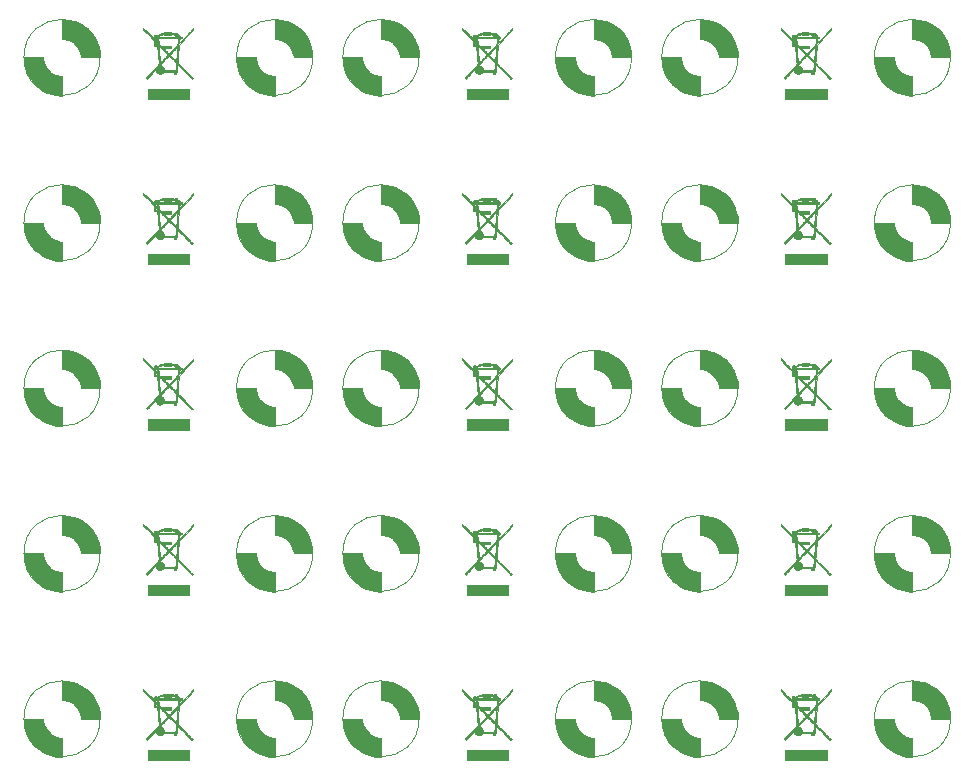
<source format=gbo>
G04 #@! TF.GenerationSoftware,KiCad,Pcbnew,6.0.9-8da3e8f707~116~ubuntu20.04.1*
G04 #@! TF.CreationDate,2023-04-16T18:25:48+00:00*
G04 #@! TF.ProjectId,LEC005001-panel,4c454330-3035-4303-9031-2d70616e656c,rev?*
G04 #@! TF.SameCoordinates,Original*
G04 #@! TF.FileFunction,Legend,Bot*
G04 #@! TF.FilePolarity,Positive*
%FSLAX46Y46*%
G04 Gerber Fmt 4.6, Leading zero omitted, Abs format (unit mm)*
G04 Created by KiCad (PCBNEW 6.0.9-8da3e8f707~116~ubuntu20.04.1) date 2023-04-16 18:25:48*
%MOMM*%
%LPD*%
G01*
G04 APERTURE LIST*
%ADD10C,0.120000*%
%ADD11C,0.010000*%
G04 APERTURE END LIST*
D10*
G04 #@! TO.C,H1*
X60723815Y-54500000D02*
G75*
G03*
X60723815Y-54500000I-3224903J0D01*
G01*
G36*
X57998912Y-51300000D02*
G01*
X58998912Y-51600000D01*
X59798912Y-52200000D01*
X60298912Y-52900000D01*
X60598912Y-53600000D01*
X60698912Y-54000000D01*
X60698912Y-54500000D01*
X59098912Y-54500000D01*
X59098912Y-54400000D01*
X58998912Y-54000000D01*
X58798912Y-53600000D01*
X58398912Y-53200000D01*
X57998912Y-53000000D01*
X57598912Y-52900000D01*
X57498912Y-52900000D01*
X57498912Y-51275097D01*
X57998912Y-51300000D01*
G37*
D11*
X57998912Y-51300000D02*
X58998912Y-51600000D01*
X59798912Y-52200000D01*
X60298912Y-52900000D01*
X60598912Y-53600000D01*
X60698912Y-54000000D01*
X60698912Y-54500000D01*
X59098912Y-54500000D01*
X59098912Y-54400000D01*
X58998912Y-54000000D01*
X58798912Y-53600000D01*
X58398912Y-53200000D01*
X57998912Y-53000000D01*
X57598912Y-52900000D01*
X57498912Y-52900000D01*
X57498912Y-51275097D01*
X57998912Y-51300000D01*
G36*
X55898912Y-54600000D02*
G01*
X55998912Y-55000000D01*
X56198912Y-55400000D01*
X56598912Y-55800000D01*
X56998912Y-56000000D01*
X57398912Y-56100000D01*
X57498912Y-56100000D01*
X57498912Y-57724903D01*
X56998912Y-57700000D01*
X55998912Y-57400000D01*
X55198912Y-56800000D01*
X54698912Y-56100000D01*
X54398912Y-55400000D01*
X54298912Y-55000000D01*
X54298912Y-54500000D01*
X55898912Y-54500000D01*
X55898912Y-54600000D01*
G37*
X55898912Y-54600000D02*
X55998912Y-55000000D01*
X56198912Y-55400000D01*
X56598912Y-55800000D01*
X56998912Y-56000000D01*
X57398912Y-56100000D01*
X57498912Y-56100000D01*
X57498912Y-57724903D01*
X56998912Y-57700000D01*
X55998912Y-57400000D01*
X55198912Y-56800000D01*
X54698912Y-56100000D01*
X54398912Y-55400000D01*
X54298912Y-55000000D01*
X54298912Y-54500000D01*
X55898912Y-54500000D01*
X55898912Y-54600000D01*
D10*
G04 #@! TO.C,H2*
X51723815Y-40500000D02*
G75*
G03*
X51723815Y-40500000I-3224903J0D01*
G01*
G36*
X46898912Y-40600000D02*
G01*
X46998912Y-41000000D01*
X47198912Y-41400000D01*
X47598912Y-41800000D01*
X47998912Y-42000000D01*
X48398912Y-42100000D01*
X48498912Y-42100000D01*
X48498912Y-43724903D01*
X47998912Y-43700000D01*
X46998912Y-43400000D01*
X46198912Y-42800000D01*
X45698912Y-42100000D01*
X45398912Y-41400000D01*
X45298912Y-41000000D01*
X45298912Y-40500000D01*
X46898912Y-40500000D01*
X46898912Y-40600000D01*
G37*
D11*
X46898912Y-40600000D02*
X46998912Y-41000000D01*
X47198912Y-41400000D01*
X47598912Y-41800000D01*
X47998912Y-42000000D01*
X48398912Y-42100000D01*
X48498912Y-42100000D01*
X48498912Y-43724903D01*
X47998912Y-43700000D01*
X46998912Y-43400000D01*
X46198912Y-42800000D01*
X45698912Y-42100000D01*
X45398912Y-41400000D01*
X45298912Y-41000000D01*
X45298912Y-40500000D01*
X46898912Y-40500000D01*
X46898912Y-40600000D01*
G36*
X48998912Y-37300000D02*
G01*
X49998912Y-37600000D01*
X50798912Y-38200000D01*
X51298912Y-38900000D01*
X51598912Y-39600000D01*
X51698912Y-40000000D01*
X51698912Y-40500000D01*
X50098912Y-40500000D01*
X50098912Y-40400000D01*
X49998912Y-40000000D01*
X49798912Y-39600000D01*
X49398912Y-39200000D01*
X48998912Y-39000000D01*
X48598912Y-38900000D01*
X48498912Y-38900000D01*
X48498912Y-37275097D01*
X48998912Y-37300000D01*
G37*
X48998912Y-37300000D02*
X49998912Y-37600000D01*
X50798912Y-38200000D01*
X51298912Y-38900000D01*
X51598912Y-39600000D01*
X51698912Y-40000000D01*
X51698912Y-40500000D01*
X50098912Y-40500000D01*
X50098912Y-40400000D01*
X49998912Y-40000000D01*
X49798912Y-39600000D01*
X49398912Y-39200000D01*
X48998912Y-39000000D01*
X48598912Y-38900000D01*
X48498912Y-38900000D01*
X48498912Y-37275097D01*
X48998912Y-37300000D01*
D10*
G04 #@! TO.C,H1*
X60723815Y-26500000D02*
G75*
G03*
X60723815Y-26500000I-3224903J0D01*
G01*
G36*
X55898912Y-26600000D02*
G01*
X55998912Y-27000000D01*
X56198912Y-27400000D01*
X56598912Y-27800000D01*
X56998912Y-28000000D01*
X57398912Y-28100000D01*
X57498912Y-28100000D01*
X57498912Y-29724903D01*
X56998912Y-29700000D01*
X55998912Y-29400000D01*
X55198912Y-28800000D01*
X54698912Y-28100000D01*
X54398912Y-27400000D01*
X54298912Y-27000000D01*
X54298912Y-26500000D01*
X55898912Y-26500000D01*
X55898912Y-26600000D01*
G37*
D11*
X55898912Y-26600000D02*
X55998912Y-27000000D01*
X56198912Y-27400000D01*
X56598912Y-27800000D01*
X56998912Y-28000000D01*
X57398912Y-28100000D01*
X57498912Y-28100000D01*
X57498912Y-29724903D01*
X56998912Y-29700000D01*
X55998912Y-29400000D01*
X55198912Y-28800000D01*
X54698912Y-28100000D01*
X54398912Y-27400000D01*
X54298912Y-27000000D01*
X54298912Y-26500000D01*
X55898912Y-26500000D01*
X55898912Y-26600000D01*
G36*
X57998912Y-23300000D02*
G01*
X58998912Y-23600000D01*
X59798912Y-24200000D01*
X60298912Y-24900000D01*
X60598912Y-25600000D01*
X60698912Y-26000000D01*
X60698912Y-26500000D01*
X59098912Y-26500000D01*
X59098912Y-26400000D01*
X58998912Y-26000000D01*
X58798912Y-25600000D01*
X58398912Y-25200000D01*
X57998912Y-25000000D01*
X57598912Y-24900000D01*
X57498912Y-24900000D01*
X57498912Y-23275097D01*
X57998912Y-23300000D01*
G37*
X57998912Y-23300000D02*
X58998912Y-23600000D01*
X59798912Y-24200000D01*
X60298912Y-24900000D01*
X60598912Y-25600000D01*
X60698912Y-26000000D01*
X60698912Y-26500000D01*
X59098912Y-26500000D01*
X59098912Y-26400000D01*
X58998912Y-26000000D01*
X58798912Y-25600000D01*
X58398912Y-25200000D01*
X57998912Y-25000000D01*
X57598912Y-24900000D01*
X57498912Y-24900000D01*
X57498912Y-23275097D01*
X57998912Y-23300000D01*
D10*
X33723815Y-54500000D02*
G75*
G03*
X33723815Y-54500000I-3224903J0D01*
G01*
G36*
X30998912Y-51300000D02*
G01*
X31998912Y-51600000D01*
X32798912Y-52200000D01*
X33298912Y-52900000D01*
X33598912Y-53600000D01*
X33698912Y-54000000D01*
X33698912Y-54500000D01*
X32098912Y-54500000D01*
X32098912Y-54400000D01*
X31998912Y-54000000D01*
X31798912Y-53600000D01*
X31398912Y-53200000D01*
X30998912Y-53000000D01*
X30598912Y-52900000D01*
X30498912Y-52900000D01*
X30498912Y-51275097D01*
X30998912Y-51300000D01*
G37*
D11*
X30998912Y-51300000D02*
X31998912Y-51600000D01*
X32798912Y-52200000D01*
X33298912Y-52900000D01*
X33598912Y-53600000D01*
X33698912Y-54000000D01*
X33698912Y-54500000D01*
X32098912Y-54500000D01*
X32098912Y-54400000D01*
X31998912Y-54000000D01*
X31798912Y-53600000D01*
X31398912Y-53200000D01*
X30998912Y-53000000D01*
X30598912Y-52900000D01*
X30498912Y-52900000D01*
X30498912Y-51275097D01*
X30998912Y-51300000D01*
G36*
X28898912Y-54600000D02*
G01*
X28998912Y-55000000D01*
X29198912Y-55400000D01*
X29598912Y-55800000D01*
X29998912Y-56000000D01*
X30398912Y-56100000D01*
X30498912Y-56100000D01*
X30498912Y-57724903D01*
X29998912Y-57700000D01*
X28998912Y-57400000D01*
X28198912Y-56800000D01*
X27698912Y-56100000D01*
X27398912Y-55400000D01*
X27298912Y-55000000D01*
X27298912Y-54500000D01*
X28898912Y-54500000D01*
X28898912Y-54600000D01*
G37*
X28898912Y-54600000D02*
X28998912Y-55000000D01*
X29198912Y-55400000D01*
X29598912Y-55800000D01*
X29998912Y-56000000D01*
X30398912Y-56100000D01*
X30498912Y-56100000D01*
X30498912Y-57724903D01*
X29998912Y-57700000D01*
X28998912Y-57400000D01*
X28198912Y-56800000D01*
X27698912Y-56100000D01*
X27398912Y-55400000D01*
X27298912Y-55000000D01*
X27298912Y-54500000D01*
X28898912Y-54500000D01*
X28898912Y-54600000D01*
D10*
G04 #@! TO.C,H2*
X51723815Y-54500000D02*
G75*
G03*
X51723815Y-54500000I-3224903J0D01*
G01*
G36*
X48998912Y-51300000D02*
G01*
X49998912Y-51600000D01*
X50798912Y-52200000D01*
X51298912Y-52900000D01*
X51598912Y-53600000D01*
X51698912Y-54000000D01*
X51698912Y-54500000D01*
X50098912Y-54500000D01*
X50098912Y-54400000D01*
X49998912Y-54000000D01*
X49798912Y-53600000D01*
X49398912Y-53200000D01*
X48998912Y-53000000D01*
X48598912Y-52900000D01*
X48498912Y-52900000D01*
X48498912Y-51275097D01*
X48998912Y-51300000D01*
G37*
D11*
X48998912Y-51300000D02*
X49998912Y-51600000D01*
X50798912Y-52200000D01*
X51298912Y-52900000D01*
X51598912Y-53600000D01*
X51698912Y-54000000D01*
X51698912Y-54500000D01*
X50098912Y-54500000D01*
X50098912Y-54400000D01*
X49998912Y-54000000D01*
X49798912Y-53600000D01*
X49398912Y-53200000D01*
X48998912Y-53000000D01*
X48598912Y-52900000D01*
X48498912Y-52900000D01*
X48498912Y-51275097D01*
X48998912Y-51300000D01*
G36*
X46898912Y-54600000D02*
G01*
X46998912Y-55000000D01*
X47198912Y-55400000D01*
X47598912Y-55800000D01*
X47998912Y-56000000D01*
X48398912Y-56100000D01*
X48498912Y-56100000D01*
X48498912Y-57724903D01*
X47998912Y-57700000D01*
X46998912Y-57400000D01*
X46198912Y-56800000D01*
X45698912Y-56100000D01*
X45398912Y-55400000D01*
X45298912Y-55000000D01*
X45298912Y-54500000D01*
X46898912Y-54500000D01*
X46898912Y-54600000D01*
G37*
X46898912Y-54600000D02*
X46998912Y-55000000D01*
X47198912Y-55400000D01*
X47598912Y-55800000D01*
X47998912Y-56000000D01*
X48398912Y-56100000D01*
X48498912Y-56100000D01*
X48498912Y-57724903D01*
X47998912Y-57700000D01*
X46998912Y-57400000D01*
X46198912Y-56800000D01*
X45698912Y-56100000D01*
X45398912Y-55400000D01*
X45298912Y-55000000D01*
X45298912Y-54500000D01*
X46898912Y-54500000D01*
X46898912Y-54600000D01*
D10*
X78723815Y-68500000D02*
G75*
G03*
X78723815Y-68500000I-3224903J0D01*
G01*
G36*
X75998912Y-65300000D02*
G01*
X76998912Y-65600000D01*
X77798912Y-66200000D01*
X78298912Y-66900000D01*
X78598912Y-67600000D01*
X78698912Y-68000000D01*
X78698912Y-68500000D01*
X77098912Y-68500000D01*
X77098912Y-68400000D01*
X76998912Y-68000000D01*
X76798912Y-67600000D01*
X76398912Y-67200000D01*
X75998912Y-67000000D01*
X75598912Y-66900000D01*
X75498912Y-66900000D01*
X75498912Y-65275097D01*
X75998912Y-65300000D01*
G37*
D11*
X75998912Y-65300000D02*
X76998912Y-65600000D01*
X77798912Y-66200000D01*
X78298912Y-66900000D01*
X78598912Y-67600000D01*
X78698912Y-68000000D01*
X78698912Y-68500000D01*
X77098912Y-68500000D01*
X77098912Y-68400000D01*
X76998912Y-68000000D01*
X76798912Y-67600000D01*
X76398912Y-67200000D01*
X75998912Y-67000000D01*
X75598912Y-66900000D01*
X75498912Y-66900000D01*
X75498912Y-65275097D01*
X75998912Y-65300000D01*
G36*
X73898912Y-68600000D02*
G01*
X73998912Y-69000000D01*
X74198912Y-69400000D01*
X74598912Y-69800000D01*
X74998912Y-70000000D01*
X75398912Y-70100000D01*
X75498912Y-70100000D01*
X75498912Y-71724903D01*
X74998912Y-71700000D01*
X73998912Y-71400000D01*
X73198912Y-70800000D01*
X72698912Y-70100000D01*
X72398912Y-69400000D01*
X72298912Y-69000000D01*
X72298912Y-68500000D01*
X73898912Y-68500000D01*
X73898912Y-68600000D01*
G37*
X73898912Y-68600000D02*
X73998912Y-69000000D01*
X74198912Y-69400000D01*
X74598912Y-69800000D01*
X74998912Y-70000000D01*
X75398912Y-70100000D01*
X75498912Y-70100000D01*
X75498912Y-71724903D01*
X74998912Y-71700000D01*
X73998912Y-71400000D01*
X73198912Y-70800000D01*
X72698912Y-70100000D01*
X72398912Y-69400000D01*
X72298912Y-69000000D01*
X72298912Y-68500000D01*
X73898912Y-68500000D01*
X73898912Y-68600000D01*
D10*
G04 #@! TO.C,H1*
X6723815Y-68500000D02*
G75*
G03*
X6723815Y-68500000I-3224903J0D01*
G01*
G36*
X1898912Y-68600000D02*
G01*
X1998912Y-69000000D01*
X2198912Y-69400000D01*
X2598912Y-69800000D01*
X2998912Y-70000000D01*
X3398912Y-70100000D01*
X3498912Y-70100000D01*
X3498912Y-71724903D01*
X2998912Y-71700000D01*
X1998912Y-71400000D01*
X1198912Y-70800000D01*
X698912Y-70100000D01*
X398912Y-69400000D01*
X298912Y-69000000D01*
X298912Y-68500000D01*
X1898912Y-68500000D01*
X1898912Y-68600000D01*
G37*
D11*
X1898912Y-68600000D02*
X1998912Y-69000000D01*
X2198912Y-69400000D01*
X2598912Y-69800000D01*
X2998912Y-70000000D01*
X3398912Y-70100000D01*
X3498912Y-70100000D01*
X3498912Y-71724903D01*
X2998912Y-71700000D01*
X1998912Y-71400000D01*
X1198912Y-70800000D01*
X698912Y-70100000D01*
X398912Y-69400000D01*
X298912Y-69000000D01*
X298912Y-68500000D01*
X1898912Y-68500000D01*
X1898912Y-68600000D01*
G36*
X3998912Y-65300000D02*
G01*
X4998912Y-65600000D01*
X5798912Y-66200000D01*
X6298912Y-66900000D01*
X6598912Y-67600000D01*
X6698912Y-68000000D01*
X6698912Y-68500000D01*
X5098912Y-68500000D01*
X5098912Y-68400000D01*
X4998912Y-68000000D01*
X4798912Y-67600000D01*
X4398912Y-67200000D01*
X3998912Y-67000000D01*
X3598912Y-66900000D01*
X3498912Y-66900000D01*
X3498912Y-65275097D01*
X3998912Y-65300000D01*
G37*
X3998912Y-65300000D02*
X4998912Y-65600000D01*
X5798912Y-66200000D01*
X6298912Y-66900000D01*
X6598912Y-67600000D01*
X6698912Y-68000000D01*
X6698912Y-68500000D01*
X5098912Y-68500000D01*
X5098912Y-68400000D01*
X4998912Y-68000000D01*
X4798912Y-67600000D01*
X4398912Y-67200000D01*
X3998912Y-67000000D01*
X3598912Y-66900000D01*
X3498912Y-66900000D01*
X3498912Y-65275097D01*
X3998912Y-65300000D01*
D10*
X6723815Y-54500000D02*
G75*
G03*
X6723815Y-54500000I-3224903J0D01*
G01*
G36*
X1898912Y-54600000D02*
G01*
X1998912Y-55000000D01*
X2198912Y-55400000D01*
X2598912Y-55800000D01*
X2998912Y-56000000D01*
X3398912Y-56100000D01*
X3498912Y-56100000D01*
X3498912Y-57724903D01*
X2998912Y-57700000D01*
X1998912Y-57400000D01*
X1198912Y-56800000D01*
X698912Y-56100000D01*
X398912Y-55400000D01*
X298912Y-55000000D01*
X298912Y-54500000D01*
X1898912Y-54500000D01*
X1898912Y-54600000D01*
G37*
D11*
X1898912Y-54600000D02*
X1998912Y-55000000D01*
X2198912Y-55400000D01*
X2598912Y-55800000D01*
X2998912Y-56000000D01*
X3398912Y-56100000D01*
X3498912Y-56100000D01*
X3498912Y-57724903D01*
X2998912Y-57700000D01*
X1998912Y-57400000D01*
X1198912Y-56800000D01*
X698912Y-56100000D01*
X398912Y-55400000D01*
X298912Y-55000000D01*
X298912Y-54500000D01*
X1898912Y-54500000D01*
X1898912Y-54600000D01*
G36*
X3998912Y-51300000D02*
G01*
X4998912Y-51600000D01*
X5798912Y-52200000D01*
X6298912Y-52900000D01*
X6598912Y-53600000D01*
X6698912Y-54000000D01*
X6698912Y-54500000D01*
X5098912Y-54500000D01*
X5098912Y-54400000D01*
X4998912Y-54000000D01*
X4798912Y-53600000D01*
X4398912Y-53200000D01*
X3998912Y-53000000D01*
X3598912Y-52900000D01*
X3498912Y-52900000D01*
X3498912Y-51275097D01*
X3998912Y-51300000D01*
G37*
X3998912Y-51300000D02*
X4998912Y-51600000D01*
X5798912Y-52200000D01*
X6298912Y-52900000D01*
X6598912Y-53600000D01*
X6698912Y-54000000D01*
X6698912Y-54500000D01*
X5098912Y-54500000D01*
X5098912Y-54400000D01*
X4998912Y-54000000D01*
X4798912Y-53600000D01*
X4398912Y-53200000D01*
X3998912Y-53000000D01*
X3598912Y-52900000D01*
X3498912Y-52900000D01*
X3498912Y-51275097D01*
X3998912Y-51300000D01*
D10*
X6723815Y-12500000D02*
G75*
G03*
X6723815Y-12500000I-3224903J0D01*
G01*
G36*
X1898912Y-12600000D02*
G01*
X1998912Y-13000000D01*
X2198912Y-13400000D01*
X2598912Y-13800000D01*
X2998912Y-14000000D01*
X3398912Y-14100000D01*
X3498912Y-14100000D01*
X3498912Y-15724903D01*
X2998912Y-15700000D01*
X1998912Y-15400000D01*
X1198912Y-14800000D01*
X698912Y-14100000D01*
X398912Y-13400000D01*
X298912Y-13000000D01*
X298912Y-12500000D01*
X1898912Y-12500000D01*
X1898912Y-12600000D01*
G37*
D11*
X1898912Y-12600000D02*
X1998912Y-13000000D01*
X2198912Y-13400000D01*
X2598912Y-13800000D01*
X2998912Y-14000000D01*
X3398912Y-14100000D01*
X3498912Y-14100000D01*
X3498912Y-15724903D01*
X2998912Y-15700000D01*
X1998912Y-15400000D01*
X1198912Y-14800000D01*
X698912Y-14100000D01*
X398912Y-13400000D01*
X298912Y-13000000D01*
X298912Y-12500000D01*
X1898912Y-12500000D01*
X1898912Y-12600000D01*
G36*
X3998912Y-9300000D02*
G01*
X4998912Y-9600000D01*
X5798912Y-10200000D01*
X6298912Y-10900000D01*
X6598912Y-11600000D01*
X6698912Y-12000000D01*
X6698912Y-12500000D01*
X5098912Y-12500000D01*
X5098912Y-12400000D01*
X4998912Y-12000000D01*
X4798912Y-11600000D01*
X4398912Y-11200000D01*
X3998912Y-11000000D01*
X3598912Y-10900000D01*
X3498912Y-10900000D01*
X3498912Y-9275097D01*
X3998912Y-9300000D01*
G37*
X3998912Y-9300000D02*
X4998912Y-9600000D01*
X5798912Y-10200000D01*
X6298912Y-10900000D01*
X6598912Y-11600000D01*
X6698912Y-12000000D01*
X6698912Y-12500000D01*
X5098912Y-12500000D01*
X5098912Y-12400000D01*
X4998912Y-12000000D01*
X4798912Y-11600000D01*
X4398912Y-11200000D01*
X3998912Y-11000000D01*
X3598912Y-10900000D01*
X3498912Y-10900000D01*
X3498912Y-9275097D01*
X3998912Y-9300000D01*
D10*
X33723815Y-40500000D02*
G75*
G03*
X33723815Y-40500000I-3224903J0D01*
G01*
G36*
X30998912Y-37300000D02*
G01*
X31998912Y-37600000D01*
X32798912Y-38200000D01*
X33298912Y-38900000D01*
X33598912Y-39600000D01*
X33698912Y-40000000D01*
X33698912Y-40500000D01*
X32098912Y-40500000D01*
X32098912Y-40400000D01*
X31998912Y-40000000D01*
X31798912Y-39600000D01*
X31398912Y-39200000D01*
X30998912Y-39000000D01*
X30598912Y-38900000D01*
X30498912Y-38900000D01*
X30498912Y-37275097D01*
X30998912Y-37300000D01*
G37*
D11*
X30998912Y-37300000D02*
X31998912Y-37600000D01*
X32798912Y-38200000D01*
X33298912Y-38900000D01*
X33598912Y-39600000D01*
X33698912Y-40000000D01*
X33698912Y-40500000D01*
X32098912Y-40500000D01*
X32098912Y-40400000D01*
X31998912Y-40000000D01*
X31798912Y-39600000D01*
X31398912Y-39200000D01*
X30998912Y-39000000D01*
X30598912Y-38900000D01*
X30498912Y-38900000D01*
X30498912Y-37275097D01*
X30998912Y-37300000D01*
G36*
X28898912Y-40600000D02*
G01*
X28998912Y-41000000D01*
X29198912Y-41400000D01*
X29598912Y-41800000D01*
X29998912Y-42000000D01*
X30398912Y-42100000D01*
X30498912Y-42100000D01*
X30498912Y-43724903D01*
X29998912Y-43700000D01*
X28998912Y-43400000D01*
X28198912Y-42800000D01*
X27698912Y-42100000D01*
X27398912Y-41400000D01*
X27298912Y-41000000D01*
X27298912Y-40500000D01*
X28898912Y-40500000D01*
X28898912Y-40600000D01*
G37*
X28898912Y-40600000D02*
X28998912Y-41000000D01*
X29198912Y-41400000D01*
X29598912Y-41800000D01*
X29998912Y-42000000D01*
X30398912Y-42100000D01*
X30498912Y-42100000D01*
X30498912Y-43724903D01*
X29998912Y-43700000D01*
X28998912Y-43400000D01*
X28198912Y-42800000D01*
X27698912Y-42100000D01*
X27398912Y-41400000D01*
X27298912Y-41000000D01*
X27298912Y-40500000D01*
X28898912Y-40500000D01*
X28898912Y-40600000D01*
D10*
X60723815Y-40500000D02*
G75*
G03*
X60723815Y-40500000I-3224903J0D01*
G01*
G36*
X57998912Y-37300000D02*
G01*
X58998912Y-37600000D01*
X59798912Y-38200000D01*
X60298912Y-38900000D01*
X60598912Y-39600000D01*
X60698912Y-40000000D01*
X60698912Y-40500000D01*
X59098912Y-40500000D01*
X59098912Y-40400000D01*
X58998912Y-40000000D01*
X58798912Y-39600000D01*
X58398912Y-39200000D01*
X57998912Y-39000000D01*
X57598912Y-38900000D01*
X57498912Y-38900000D01*
X57498912Y-37275097D01*
X57998912Y-37300000D01*
G37*
D11*
X57998912Y-37300000D02*
X58998912Y-37600000D01*
X59798912Y-38200000D01*
X60298912Y-38900000D01*
X60598912Y-39600000D01*
X60698912Y-40000000D01*
X60698912Y-40500000D01*
X59098912Y-40500000D01*
X59098912Y-40400000D01*
X58998912Y-40000000D01*
X58798912Y-39600000D01*
X58398912Y-39200000D01*
X57998912Y-39000000D01*
X57598912Y-38900000D01*
X57498912Y-38900000D01*
X57498912Y-37275097D01*
X57998912Y-37300000D01*
G36*
X55898912Y-40600000D02*
G01*
X55998912Y-41000000D01*
X56198912Y-41400000D01*
X56598912Y-41800000D01*
X56998912Y-42000000D01*
X57398912Y-42100000D01*
X57498912Y-42100000D01*
X57498912Y-43724903D01*
X56998912Y-43700000D01*
X55998912Y-43400000D01*
X55198912Y-42800000D01*
X54698912Y-42100000D01*
X54398912Y-41400000D01*
X54298912Y-41000000D01*
X54298912Y-40500000D01*
X55898912Y-40500000D01*
X55898912Y-40600000D01*
G37*
X55898912Y-40600000D02*
X55998912Y-41000000D01*
X56198912Y-41400000D01*
X56598912Y-41800000D01*
X56998912Y-42000000D01*
X57398912Y-42100000D01*
X57498912Y-42100000D01*
X57498912Y-43724903D01*
X56998912Y-43700000D01*
X55998912Y-43400000D01*
X55198912Y-42800000D01*
X54698912Y-42100000D01*
X54398912Y-41400000D01*
X54298912Y-41000000D01*
X54298912Y-40500000D01*
X55898912Y-40500000D01*
X55898912Y-40600000D01*
D10*
X33723815Y-12500000D02*
G75*
G03*
X33723815Y-12500000I-3224903J0D01*
G01*
G36*
X30998912Y-9300000D02*
G01*
X31998912Y-9600000D01*
X32798912Y-10200000D01*
X33298912Y-10900000D01*
X33598912Y-11600000D01*
X33698912Y-12000000D01*
X33698912Y-12500000D01*
X32098912Y-12500000D01*
X32098912Y-12400000D01*
X31998912Y-12000000D01*
X31798912Y-11600000D01*
X31398912Y-11200000D01*
X30998912Y-11000000D01*
X30598912Y-10900000D01*
X30498912Y-10900000D01*
X30498912Y-9275097D01*
X30998912Y-9300000D01*
G37*
D11*
X30998912Y-9300000D02*
X31998912Y-9600000D01*
X32798912Y-10200000D01*
X33298912Y-10900000D01*
X33598912Y-11600000D01*
X33698912Y-12000000D01*
X33698912Y-12500000D01*
X32098912Y-12500000D01*
X32098912Y-12400000D01*
X31998912Y-12000000D01*
X31798912Y-11600000D01*
X31398912Y-11200000D01*
X30998912Y-11000000D01*
X30598912Y-10900000D01*
X30498912Y-10900000D01*
X30498912Y-9275097D01*
X30998912Y-9300000D01*
G36*
X28898912Y-12600000D02*
G01*
X28998912Y-13000000D01*
X29198912Y-13400000D01*
X29598912Y-13800000D01*
X29998912Y-14000000D01*
X30398912Y-14100000D01*
X30498912Y-14100000D01*
X30498912Y-15724903D01*
X29998912Y-15700000D01*
X28998912Y-15400000D01*
X28198912Y-14800000D01*
X27698912Y-14100000D01*
X27398912Y-13400000D01*
X27298912Y-13000000D01*
X27298912Y-12500000D01*
X28898912Y-12500000D01*
X28898912Y-12600000D01*
G37*
X28898912Y-12600000D02*
X28998912Y-13000000D01*
X29198912Y-13400000D01*
X29598912Y-13800000D01*
X29998912Y-14000000D01*
X30398912Y-14100000D01*
X30498912Y-14100000D01*
X30498912Y-15724903D01*
X29998912Y-15700000D01*
X28998912Y-15400000D01*
X28198912Y-14800000D01*
X27698912Y-14100000D01*
X27398912Y-13400000D01*
X27298912Y-13000000D01*
X27298912Y-12500000D01*
X28898912Y-12500000D01*
X28898912Y-12600000D01*
D10*
X60723815Y-12500000D02*
G75*
G03*
X60723815Y-12500000I-3224903J0D01*
G01*
G36*
X55898912Y-12600000D02*
G01*
X55998912Y-13000000D01*
X56198912Y-13400000D01*
X56598912Y-13800000D01*
X56998912Y-14000000D01*
X57398912Y-14100000D01*
X57498912Y-14100000D01*
X57498912Y-15724903D01*
X56998912Y-15700000D01*
X55998912Y-15400000D01*
X55198912Y-14800000D01*
X54698912Y-14100000D01*
X54398912Y-13400000D01*
X54298912Y-13000000D01*
X54298912Y-12500000D01*
X55898912Y-12500000D01*
X55898912Y-12600000D01*
G37*
D11*
X55898912Y-12600000D02*
X55998912Y-13000000D01*
X56198912Y-13400000D01*
X56598912Y-13800000D01*
X56998912Y-14000000D01*
X57398912Y-14100000D01*
X57498912Y-14100000D01*
X57498912Y-15724903D01*
X56998912Y-15700000D01*
X55998912Y-15400000D01*
X55198912Y-14800000D01*
X54698912Y-14100000D01*
X54398912Y-13400000D01*
X54298912Y-13000000D01*
X54298912Y-12500000D01*
X55898912Y-12500000D01*
X55898912Y-12600000D01*
G36*
X57998912Y-9300000D02*
G01*
X58998912Y-9600000D01*
X59798912Y-10200000D01*
X60298912Y-10900000D01*
X60598912Y-11600000D01*
X60698912Y-12000000D01*
X60698912Y-12500000D01*
X59098912Y-12500000D01*
X59098912Y-12400000D01*
X58998912Y-12000000D01*
X58798912Y-11600000D01*
X58398912Y-11200000D01*
X57998912Y-11000000D01*
X57598912Y-10900000D01*
X57498912Y-10900000D01*
X57498912Y-9275097D01*
X57998912Y-9300000D01*
G37*
X57998912Y-9300000D02*
X58998912Y-9600000D01*
X59798912Y-10200000D01*
X60298912Y-10900000D01*
X60598912Y-11600000D01*
X60698912Y-12000000D01*
X60698912Y-12500000D01*
X59098912Y-12500000D01*
X59098912Y-12400000D01*
X58998912Y-12000000D01*
X58798912Y-11600000D01*
X58398912Y-11200000D01*
X57998912Y-11000000D01*
X57598912Y-10900000D01*
X57498912Y-10900000D01*
X57498912Y-9275097D01*
X57998912Y-9300000D01*
D10*
G04 #@! TO.C,H2*
X51723815Y-26500000D02*
G75*
G03*
X51723815Y-26500000I-3224903J0D01*
G01*
G36*
X48998912Y-23300000D02*
G01*
X49998912Y-23600000D01*
X50798912Y-24200000D01*
X51298912Y-24900000D01*
X51598912Y-25600000D01*
X51698912Y-26000000D01*
X51698912Y-26500000D01*
X50098912Y-26500000D01*
X50098912Y-26400000D01*
X49998912Y-26000000D01*
X49798912Y-25600000D01*
X49398912Y-25200000D01*
X48998912Y-25000000D01*
X48598912Y-24900000D01*
X48498912Y-24900000D01*
X48498912Y-23275097D01*
X48998912Y-23300000D01*
G37*
D11*
X48998912Y-23300000D02*
X49998912Y-23600000D01*
X50798912Y-24200000D01*
X51298912Y-24900000D01*
X51598912Y-25600000D01*
X51698912Y-26000000D01*
X51698912Y-26500000D01*
X50098912Y-26500000D01*
X50098912Y-26400000D01*
X49998912Y-26000000D01*
X49798912Y-25600000D01*
X49398912Y-25200000D01*
X48998912Y-25000000D01*
X48598912Y-24900000D01*
X48498912Y-24900000D01*
X48498912Y-23275097D01*
X48998912Y-23300000D01*
G36*
X46898912Y-26600000D02*
G01*
X46998912Y-27000000D01*
X47198912Y-27400000D01*
X47598912Y-27800000D01*
X47998912Y-28000000D01*
X48398912Y-28100000D01*
X48498912Y-28100000D01*
X48498912Y-29724903D01*
X47998912Y-29700000D01*
X46998912Y-29400000D01*
X46198912Y-28800000D01*
X45698912Y-28100000D01*
X45398912Y-27400000D01*
X45298912Y-27000000D01*
X45298912Y-26500000D01*
X46898912Y-26500000D01*
X46898912Y-26600000D01*
G37*
X46898912Y-26600000D02*
X46998912Y-27000000D01*
X47198912Y-27400000D01*
X47598912Y-27800000D01*
X47998912Y-28000000D01*
X48398912Y-28100000D01*
X48498912Y-28100000D01*
X48498912Y-29724903D01*
X47998912Y-29700000D01*
X46998912Y-29400000D01*
X46198912Y-28800000D01*
X45698912Y-28100000D01*
X45398912Y-27400000D01*
X45298912Y-27000000D01*
X45298912Y-26500000D01*
X46898912Y-26500000D01*
X46898912Y-26600000D01*
D10*
X51723815Y-12500000D02*
G75*
G03*
X51723815Y-12500000I-3224903J0D01*
G01*
G36*
X46898912Y-12600000D02*
G01*
X46998912Y-13000000D01*
X47198912Y-13400000D01*
X47598912Y-13800000D01*
X47998912Y-14000000D01*
X48398912Y-14100000D01*
X48498912Y-14100000D01*
X48498912Y-15724903D01*
X47998912Y-15700000D01*
X46998912Y-15400000D01*
X46198912Y-14800000D01*
X45698912Y-14100000D01*
X45398912Y-13400000D01*
X45298912Y-13000000D01*
X45298912Y-12500000D01*
X46898912Y-12500000D01*
X46898912Y-12600000D01*
G37*
D11*
X46898912Y-12600000D02*
X46998912Y-13000000D01*
X47198912Y-13400000D01*
X47598912Y-13800000D01*
X47998912Y-14000000D01*
X48398912Y-14100000D01*
X48498912Y-14100000D01*
X48498912Y-15724903D01*
X47998912Y-15700000D01*
X46998912Y-15400000D01*
X46198912Y-14800000D01*
X45698912Y-14100000D01*
X45398912Y-13400000D01*
X45298912Y-13000000D01*
X45298912Y-12500000D01*
X46898912Y-12500000D01*
X46898912Y-12600000D01*
G36*
X48998912Y-9300000D02*
G01*
X49998912Y-9600000D01*
X50798912Y-10200000D01*
X51298912Y-10900000D01*
X51598912Y-11600000D01*
X51698912Y-12000000D01*
X51698912Y-12500000D01*
X50098912Y-12500000D01*
X50098912Y-12400000D01*
X49998912Y-12000000D01*
X49798912Y-11600000D01*
X49398912Y-11200000D01*
X48998912Y-11000000D01*
X48598912Y-10900000D01*
X48498912Y-10900000D01*
X48498912Y-9275097D01*
X48998912Y-9300000D01*
G37*
X48998912Y-9300000D02*
X49998912Y-9600000D01*
X50798912Y-10200000D01*
X51298912Y-10900000D01*
X51598912Y-11600000D01*
X51698912Y-12000000D01*
X51698912Y-12500000D01*
X50098912Y-12500000D01*
X50098912Y-12400000D01*
X49998912Y-12000000D01*
X49798912Y-11600000D01*
X49398912Y-11200000D01*
X48998912Y-11000000D01*
X48598912Y-10900000D01*
X48498912Y-10900000D01*
X48498912Y-9275097D01*
X48998912Y-9300000D01*
D10*
X24723815Y-68500000D02*
G75*
G03*
X24723815Y-68500000I-3224903J0D01*
G01*
G36*
X21998912Y-65300000D02*
G01*
X22998912Y-65600000D01*
X23798912Y-66200000D01*
X24298912Y-66900000D01*
X24598912Y-67600000D01*
X24698912Y-68000000D01*
X24698912Y-68500000D01*
X23098912Y-68500000D01*
X23098912Y-68400000D01*
X22998912Y-68000000D01*
X22798912Y-67600000D01*
X22398912Y-67200000D01*
X21998912Y-67000000D01*
X21598912Y-66900000D01*
X21498912Y-66900000D01*
X21498912Y-65275097D01*
X21998912Y-65300000D01*
G37*
D11*
X21998912Y-65300000D02*
X22998912Y-65600000D01*
X23798912Y-66200000D01*
X24298912Y-66900000D01*
X24598912Y-67600000D01*
X24698912Y-68000000D01*
X24698912Y-68500000D01*
X23098912Y-68500000D01*
X23098912Y-68400000D01*
X22998912Y-68000000D01*
X22798912Y-67600000D01*
X22398912Y-67200000D01*
X21998912Y-67000000D01*
X21598912Y-66900000D01*
X21498912Y-66900000D01*
X21498912Y-65275097D01*
X21998912Y-65300000D01*
G36*
X19898912Y-68600000D02*
G01*
X19998912Y-69000000D01*
X20198912Y-69400000D01*
X20598912Y-69800000D01*
X20998912Y-70000000D01*
X21398912Y-70100000D01*
X21498912Y-70100000D01*
X21498912Y-71724903D01*
X20998912Y-71700000D01*
X19998912Y-71400000D01*
X19198912Y-70800000D01*
X18698912Y-70100000D01*
X18398912Y-69400000D01*
X18298912Y-69000000D01*
X18298912Y-68500000D01*
X19898912Y-68500000D01*
X19898912Y-68600000D01*
G37*
X19898912Y-68600000D02*
X19998912Y-69000000D01*
X20198912Y-69400000D01*
X20598912Y-69800000D01*
X20998912Y-70000000D01*
X21398912Y-70100000D01*
X21498912Y-70100000D01*
X21498912Y-71724903D01*
X20998912Y-71700000D01*
X19998912Y-71400000D01*
X19198912Y-70800000D01*
X18698912Y-70100000D01*
X18398912Y-69400000D01*
X18298912Y-69000000D01*
X18298912Y-68500000D01*
X19898912Y-68500000D01*
X19898912Y-68600000D01*
D10*
X78723815Y-40500000D02*
G75*
G03*
X78723815Y-40500000I-3224903J0D01*
G01*
G36*
X73898912Y-40600000D02*
G01*
X73998912Y-41000000D01*
X74198912Y-41400000D01*
X74598912Y-41800000D01*
X74998912Y-42000000D01*
X75398912Y-42100000D01*
X75498912Y-42100000D01*
X75498912Y-43724903D01*
X74998912Y-43700000D01*
X73998912Y-43400000D01*
X73198912Y-42800000D01*
X72698912Y-42100000D01*
X72398912Y-41400000D01*
X72298912Y-41000000D01*
X72298912Y-40500000D01*
X73898912Y-40500000D01*
X73898912Y-40600000D01*
G37*
D11*
X73898912Y-40600000D02*
X73998912Y-41000000D01*
X74198912Y-41400000D01*
X74598912Y-41800000D01*
X74998912Y-42000000D01*
X75398912Y-42100000D01*
X75498912Y-42100000D01*
X75498912Y-43724903D01*
X74998912Y-43700000D01*
X73998912Y-43400000D01*
X73198912Y-42800000D01*
X72698912Y-42100000D01*
X72398912Y-41400000D01*
X72298912Y-41000000D01*
X72298912Y-40500000D01*
X73898912Y-40500000D01*
X73898912Y-40600000D01*
G36*
X75998912Y-37300000D02*
G01*
X76998912Y-37600000D01*
X77798912Y-38200000D01*
X78298912Y-38900000D01*
X78598912Y-39600000D01*
X78698912Y-40000000D01*
X78698912Y-40500000D01*
X77098912Y-40500000D01*
X77098912Y-40400000D01*
X76998912Y-40000000D01*
X76798912Y-39600000D01*
X76398912Y-39200000D01*
X75998912Y-39000000D01*
X75598912Y-38900000D01*
X75498912Y-38900000D01*
X75498912Y-37275097D01*
X75998912Y-37300000D01*
G37*
X75998912Y-37300000D02*
X76998912Y-37600000D01*
X77798912Y-38200000D01*
X78298912Y-38900000D01*
X78598912Y-39600000D01*
X78698912Y-40000000D01*
X78698912Y-40500000D01*
X77098912Y-40500000D01*
X77098912Y-40400000D01*
X76998912Y-40000000D01*
X76798912Y-39600000D01*
X76398912Y-39200000D01*
X75998912Y-39000000D01*
X75598912Y-38900000D01*
X75498912Y-38900000D01*
X75498912Y-37275097D01*
X75998912Y-37300000D01*
D10*
G04 #@! TO.C,H1*
X60723815Y-68500000D02*
G75*
G03*
X60723815Y-68500000I-3224903J0D01*
G01*
G36*
X57998912Y-65300000D02*
G01*
X58998912Y-65600000D01*
X59798912Y-66200000D01*
X60298912Y-66900000D01*
X60598912Y-67600000D01*
X60698912Y-68000000D01*
X60698912Y-68500000D01*
X59098912Y-68500000D01*
X59098912Y-68400000D01*
X58998912Y-68000000D01*
X58798912Y-67600000D01*
X58398912Y-67200000D01*
X57998912Y-67000000D01*
X57598912Y-66900000D01*
X57498912Y-66900000D01*
X57498912Y-65275097D01*
X57998912Y-65300000D01*
G37*
D11*
X57998912Y-65300000D02*
X58998912Y-65600000D01*
X59798912Y-66200000D01*
X60298912Y-66900000D01*
X60598912Y-67600000D01*
X60698912Y-68000000D01*
X60698912Y-68500000D01*
X59098912Y-68500000D01*
X59098912Y-68400000D01*
X58998912Y-68000000D01*
X58798912Y-67600000D01*
X58398912Y-67200000D01*
X57998912Y-67000000D01*
X57598912Y-66900000D01*
X57498912Y-66900000D01*
X57498912Y-65275097D01*
X57998912Y-65300000D01*
G36*
X55898912Y-68600000D02*
G01*
X55998912Y-69000000D01*
X56198912Y-69400000D01*
X56598912Y-69800000D01*
X56998912Y-70000000D01*
X57398912Y-70100000D01*
X57498912Y-70100000D01*
X57498912Y-71724903D01*
X56998912Y-71700000D01*
X55998912Y-71400000D01*
X55198912Y-70800000D01*
X54698912Y-70100000D01*
X54398912Y-69400000D01*
X54298912Y-69000000D01*
X54298912Y-68500000D01*
X55898912Y-68500000D01*
X55898912Y-68600000D01*
G37*
X55898912Y-68600000D02*
X55998912Y-69000000D01*
X56198912Y-69400000D01*
X56598912Y-69800000D01*
X56998912Y-70000000D01*
X57398912Y-70100000D01*
X57498912Y-70100000D01*
X57498912Y-71724903D01*
X56998912Y-71700000D01*
X55998912Y-71400000D01*
X55198912Y-70800000D01*
X54698912Y-70100000D01*
X54398912Y-69400000D01*
X54298912Y-69000000D01*
X54298912Y-68500000D01*
X55898912Y-68500000D01*
X55898912Y-68600000D01*
D10*
G04 #@! TO.C,H2*
X24723815Y-12500000D02*
G75*
G03*
X24723815Y-12500000I-3224903J0D01*
G01*
G36*
X21998912Y-9300000D02*
G01*
X22998912Y-9600000D01*
X23798912Y-10200000D01*
X24298912Y-10900000D01*
X24598912Y-11600000D01*
X24698912Y-12000000D01*
X24698912Y-12500000D01*
X23098912Y-12500000D01*
X23098912Y-12400000D01*
X22998912Y-12000000D01*
X22798912Y-11600000D01*
X22398912Y-11200000D01*
X21998912Y-11000000D01*
X21598912Y-10900000D01*
X21498912Y-10900000D01*
X21498912Y-9275097D01*
X21998912Y-9300000D01*
G37*
D11*
X21998912Y-9300000D02*
X22998912Y-9600000D01*
X23798912Y-10200000D01*
X24298912Y-10900000D01*
X24598912Y-11600000D01*
X24698912Y-12000000D01*
X24698912Y-12500000D01*
X23098912Y-12500000D01*
X23098912Y-12400000D01*
X22998912Y-12000000D01*
X22798912Y-11600000D01*
X22398912Y-11200000D01*
X21998912Y-11000000D01*
X21598912Y-10900000D01*
X21498912Y-10900000D01*
X21498912Y-9275097D01*
X21998912Y-9300000D01*
G36*
X19898912Y-12600000D02*
G01*
X19998912Y-13000000D01*
X20198912Y-13400000D01*
X20598912Y-13800000D01*
X20998912Y-14000000D01*
X21398912Y-14100000D01*
X21498912Y-14100000D01*
X21498912Y-15724903D01*
X20998912Y-15700000D01*
X19998912Y-15400000D01*
X19198912Y-14800000D01*
X18698912Y-14100000D01*
X18398912Y-13400000D01*
X18298912Y-13000000D01*
X18298912Y-12500000D01*
X19898912Y-12500000D01*
X19898912Y-12600000D01*
G37*
X19898912Y-12600000D02*
X19998912Y-13000000D01*
X20198912Y-13400000D01*
X20598912Y-13800000D01*
X20998912Y-14000000D01*
X21398912Y-14100000D01*
X21498912Y-14100000D01*
X21498912Y-15724903D01*
X20998912Y-15700000D01*
X19998912Y-15400000D01*
X19198912Y-14800000D01*
X18698912Y-14100000D01*
X18398912Y-13400000D01*
X18298912Y-13000000D01*
X18298912Y-12500000D01*
X19898912Y-12500000D01*
X19898912Y-12600000D01*
D10*
X24723815Y-40500000D02*
G75*
G03*
X24723815Y-40500000I-3224903J0D01*
G01*
G36*
X19898912Y-40600000D02*
G01*
X19998912Y-41000000D01*
X20198912Y-41400000D01*
X20598912Y-41800000D01*
X20998912Y-42000000D01*
X21398912Y-42100000D01*
X21498912Y-42100000D01*
X21498912Y-43724903D01*
X20998912Y-43700000D01*
X19998912Y-43400000D01*
X19198912Y-42800000D01*
X18698912Y-42100000D01*
X18398912Y-41400000D01*
X18298912Y-41000000D01*
X18298912Y-40500000D01*
X19898912Y-40500000D01*
X19898912Y-40600000D01*
G37*
D11*
X19898912Y-40600000D02*
X19998912Y-41000000D01*
X20198912Y-41400000D01*
X20598912Y-41800000D01*
X20998912Y-42000000D01*
X21398912Y-42100000D01*
X21498912Y-42100000D01*
X21498912Y-43724903D01*
X20998912Y-43700000D01*
X19998912Y-43400000D01*
X19198912Y-42800000D01*
X18698912Y-42100000D01*
X18398912Y-41400000D01*
X18298912Y-41000000D01*
X18298912Y-40500000D01*
X19898912Y-40500000D01*
X19898912Y-40600000D01*
G36*
X21998912Y-37300000D02*
G01*
X22998912Y-37600000D01*
X23798912Y-38200000D01*
X24298912Y-38900000D01*
X24598912Y-39600000D01*
X24698912Y-40000000D01*
X24698912Y-40500000D01*
X23098912Y-40500000D01*
X23098912Y-40400000D01*
X22998912Y-40000000D01*
X22798912Y-39600000D01*
X22398912Y-39200000D01*
X21998912Y-39000000D01*
X21598912Y-38900000D01*
X21498912Y-38900000D01*
X21498912Y-37275097D01*
X21998912Y-37300000D01*
G37*
X21998912Y-37300000D02*
X22998912Y-37600000D01*
X23798912Y-38200000D01*
X24298912Y-38900000D01*
X24598912Y-39600000D01*
X24698912Y-40000000D01*
X24698912Y-40500000D01*
X23098912Y-40500000D01*
X23098912Y-40400000D01*
X22998912Y-40000000D01*
X22798912Y-39600000D01*
X22398912Y-39200000D01*
X21998912Y-39000000D01*
X21598912Y-38900000D01*
X21498912Y-38900000D01*
X21498912Y-37275097D01*
X21998912Y-37300000D01*
D10*
G04 #@! TO.C,H1*
X33723815Y-68500000D02*
G75*
G03*
X33723815Y-68500000I-3224903J0D01*
G01*
G36*
X28898912Y-68600000D02*
G01*
X28998912Y-69000000D01*
X29198912Y-69400000D01*
X29598912Y-69800000D01*
X29998912Y-70000000D01*
X30398912Y-70100000D01*
X30498912Y-70100000D01*
X30498912Y-71724903D01*
X29998912Y-71700000D01*
X28998912Y-71400000D01*
X28198912Y-70800000D01*
X27698912Y-70100000D01*
X27398912Y-69400000D01*
X27298912Y-69000000D01*
X27298912Y-68500000D01*
X28898912Y-68500000D01*
X28898912Y-68600000D01*
G37*
D11*
X28898912Y-68600000D02*
X28998912Y-69000000D01*
X29198912Y-69400000D01*
X29598912Y-69800000D01*
X29998912Y-70000000D01*
X30398912Y-70100000D01*
X30498912Y-70100000D01*
X30498912Y-71724903D01*
X29998912Y-71700000D01*
X28998912Y-71400000D01*
X28198912Y-70800000D01*
X27698912Y-70100000D01*
X27398912Y-69400000D01*
X27298912Y-69000000D01*
X27298912Y-68500000D01*
X28898912Y-68500000D01*
X28898912Y-68600000D01*
G36*
X30998912Y-65300000D02*
G01*
X31998912Y-65600000D01*
X32798912Y-66200000D01*
X33298912Y-66900000D01*
X33598912Y-67600000D01*
X33698912Y-68000000D01*
X33698912Y-68500000D01*
X32098912Y-68500000D01*
X32098912Y-68400000D01*
X31998912Y-68000000D01*
X31798912Y-67600000D01*
X31398912Y-67200000D01*
X30998912Y-67000000D01*
X30598912Y-66900000D01*
X30498912Y-66900000D01*
X30498912Y-65275097D01*
X30998912Y-65300000D01*
G37*
X30998912Y-65300000D02*
X31998912Y-65600000D01*
X32798912Y-66200000D01*
X33298912Y-66900000D01*
X33598912Y-67600000D01*
X33698912Y-68000000D01*
X33698912Y-68500000D01*
X32098912Y-68500000D01*
X32098912Y-68400000D01*
X31998912Y-68000000D01*
X31798912Y-67600000D01*
X31398912Y-67200000D01*
X30998912Y-67000000D01*
X30598912Y-66900000D01*
X30498912Y-66900000D01*
X30498912Y-65275097D01*
X30998912Y-65300000D01*
D10*
G04 #@! TO.C,H2*
X78723815Y-54500000D02*
G75*
G03*
X78723815Y-54500000I-3224903J0D01*
G01*
G36*
X75998912Y-51300000D02*
G01*
X76998912Y-51600000D01*
X77798912Y-52200000D01*
X78298912Y-52900000D01*
X78598912Y-53600000D01*
X78698912Y-54000000D01*
X78698912Y-54500000D01*
X77098912Y-54500000D01*
X77098912Y-54400000D01*
X76998912Y-54000000D01*
X76798912Y-53600000D01*
X76398912Y-53200000D01*
X75998912Y-53000000D01*
X75598912Y-52900000D01*
X75498912Y-52900000D01*
X75498912Y-51275097D01*
X75998912Y-51300000D01*
G37*
D11*
X75998912Y-51300000D02*
X76998912Y-51600000D01*
X77798912Y-52200000D01*
X78298912Y-52900000D01*
X78598912Y-53600000D01*
X78698912Y-54000000D01*
X78698912Y-54500000D01*
X77098912Y-54500000D01*
X77098912Y-54400000D01*
X76998912Y-54000000D01*
X76798912Y-53600000D01*
X76398912Y-53200000D01*
X75998912Y-53000000D01*
X75598912Y-52900000D01*
X75498912Y-52900000D01*
X75498912Y-51275097D01*
X75998912Y-51300000D01*
G36*
X73898912Y-54600000D02*
G01*
X73998912Y-55000000D01*
X74198912Y-55400000D01*
X74598912Y-55800000D01*
X74998912Y-56000000D01*
X75398912Y-56100000D01*
X75498912Y-56100000D01*
X75498912Y-57724903D01*
X74998912Y-57700000D01*
X73998912Y-57400000D01*
X73198912Y-56800000D01*
X72698912Y-56100000D01*
X72398912Y-55400000D01*
X72298912Y-55000000D01*
X72298912Y-54500000D01*
X73898912Y-54500000D01*
X73898912Y-54600000D01*
G37*
X73898912Y-54600000D02*
X73998912Y-55000000D01*
X74198912Y-55400000D01*
X74598912Y-55800000D01*
X74998912Y-56000000D01*
X75398912Y-56100000D01*
X75498912Y-56100000D01*
X75498912Y-57724903D01*
X74998912Y-57700000D01*
X73998912Y-57400000D01*
X73198912Y-56800000D01*
X72698912Y-56100000D01*
X72398912Y-55400000D01*
X72298912Y-55000000D01*
X72298912Y-54500000D01*
X73898912Y-54500000D01*
X73898912Y-54600000D01*
D10*
X51723815Y-68500000D02*
G75*
G03*
X51723815Y-68500000I-3224903J0D01*
G01*
G36*
X46898912Y-68600000D02*
G01*
X46998912Y-69000000D01*
X47198912Y-69400000D01*
X47598912Y-69800000D01*
X47998912Y-70000000D01*
X48398912Y-70100000D01*
X48498912Y-70100000D01*
X48498912Y-71724903D01*
X47998912Y-71700000D01*
X46998912Y-71400000D01*
X46198912Y-70800000D01*
X45698912Y-70100000D01*
X45398912Y-69400000D01*
X45298912Y-69000000D01*
X45298912Y-68500000D01*
X46898912Y-68500000D01*
X46898912Y-68600000D01*
G37*
D11*
X46898912Y-68600000D02*
X46998912Y-69000000D01*
X47198912Y-69400000D01*
X47598912Y-69800000D01*
X47998912Y-70000000D01*
X48398912Y-70100000D01*
X48498912Y-70100000D01*
X48498912Y-71724903D01*
X47998912Y-71700000D01*
X46998912Y-71400000D01*
X46198912Y-70800000D01*
X45698912Y-70100000D01*
X45398912Y-69400000D01*
X45298912Y-69000000D01*
X45298912Y-68500000D01*
X46898912Y-68500000D01*
X46898912Y-68600000D01*
G36*
X48998912Y-65300000D02*
G01*
X49998912Y-65600000D01*
X50798912Y-66200000D01*
X51298912Y-66900000D01*
X51598912Y-67600000D01*
X51698912Y-68000000D01*
X51698912Y-68500000D01*
X50098912Y-68500000D01*
X50098912Y-68400000D01*
X49998912Y-68000000D01*
X49798912Y-67600000D01*
X49398912Y-67200000D01*
X48998912Y-67000000D01*
X48598912Y-66900000D01*
X48498912Y-66900000D01*
X48498912Y-65275097D01*
X48998912Y-65300000D01*
G37*
X48998912Y-65300000D02*
X49998912Y-65600000D01*
X50798912Y-66200000D01*
X51298912Y-66900000D01*
X51598912Y-67600000D01*
X51698912Y-68000000D01*
X51698912Y-68500000D01*
X50098912Y-68500000D01*
X50098912Y-68400000D01*
X49998912Y-68000000D01*
X49798912Y-67600000D01*
X49398912Y-67200000D01*
X48998912Y-67000000D01*
X48598912Y-66900000D01*
X48498912Y-66900000D01*
X48498912Y-65275097D01*
X48998912Y-65300000D01*
D10*
G04 #@! TO.C,H1*
X6723815Y-40500000D02*
G75*
G03*
X6723815Y-40500000I-3224903J0D01*
G01*
G36*
X1898912Y-40600000D02*
G01*
X1998912Y-41000000D01*
X2198912Y-41400000D01*
X2598912Y-41800000D01*
X2998912Y-42000000D01*
X3398912Y-42100000D01*
X3498912Y-42100000D01*
X3498912Y-43724903D01*
X2998912Y-43700000D01*
X1998912Y-43400000D01*
X1198912Y-42800000D01*
X698912Y-42100000D01*
X398912Y-41400000D01*
X298912Y-41000000D01*
X298912Y-40500000D01*
X1898912Y-40500000D01*
X1898912Y-40600000D01*
G37*
D11*
X1898912Y-40600000D02*
X1998912Y-41000000D01*
X2198912Y-41400000D01*
X2598912Y-41800000D01*
X2998912Y-42000000D01*
X3398912Y-42100000D01*
X3498912Y-42100000D01*
X3498912Y-43724903D01*
X2998912Y-43700000D01*
X1998912Y-43400000D01*
X1198912Y-42800000D01*
X698912Y-42100000D01*
X398912Y-41400000D01*
X298912Y-41000000D01*
X298912Y-40500000D01*
X1898912Y-40500000D01*
X1898912Y-40600000D01*
G36*
X3998912Y-37300000D02*
G01*
X4998912Y-37600000D01*
X5798912Y-38200000D01*
X6298912Y-38900000D01*
X6598912Y-39600000D01*
X6698912Y-40000000D01*
X6698912Y-40500000D01*
X5098912Y-40500000D01*
X5098912Y-40400000D01*
X4998912Y-40000000D01*
X4798912Y-39600000D01*
X4398912Y-39200000D01*
X3998912Y-39000000D01*
X3598912Y-38900000D01*
X3498912Y-38900000D01*
X3498912Y-37275097D01*
X3998912Y-37300000D01*
G37*
X3998912Y-37300000D02*
X4998912Y-37600000D01*
X5798912Y-38200000D01*
X6298912Y-38900000D01*
X6598912Y-39600000D01*
X6698912Y-40000000D01*
X6698912Y-40500000D01*
X5098912Y-40500000D01*
X5098912Y-40400000D01*
X4998912Y-40000000D01*
X4798912Y-39600000D01*
X4398912Y-39200000D01*
X3998912Y-39000000D01*
X3598912Y-38900000D01*
X3498912Y-38900000D01*
X3498912Y-37275097D01*
X3998912Y-37300000D01*
D10*
G04 #@! TO.C,H2*
X78723815Y-26500000D02*
G75*
G03*
X78723815Y-26500000I-3224903J0D01*
G01*
G36*
X73898912Y-26600000D02*
G01*
X73998912Y-27000000D01*
X74198912Y-27400000D01*
X74598912Y-27800000D01*
X74998912Y-28000000D01*
X75398912Y-28100000D01*
X75498912Y-28100000D01*
X75498912Y-29724903D01*
X74998912Y-29700000D01*
X73998912Y-29400000D01*
X73198912Y-28800000D01*
X72698912Y-28100000D01*
X72398912Y-27400000D01*
X72298912Y-27000000D01*
X72298912Y-26500000D01*
X73898912Y-26500000D01*
X73898912Y-26600000D01*
G37*
D11*
X73898912Y-26600000D02*
X73998912Y-27000000D01*
X74198912Y-27400000D01*
X74598912Y-27800000D01*
X74998912Y-28000000D01*
X75398912Y-28100000D01*
X75498912Y-28100000D01*
X75498912Y-29724903D01*
X74998912Y-29700000D01*
X73998912Y-29400000D01*
X73198912Y-28800000D01*
X72698912Y-28100000D01*
X72398912Y-27400000D01*
X72298912Y-27000000D01*
X72298912Y-26500000D01*
X73898912Y-26500000D01*
X73898912Y-26600000D01*
G36*
X75998912Y-23300000D02*
G01*
X76998912Y-23600000D01*
X77798912Y-24200000D01*
X78298912Y-24900000D01*
X78598912Y-25600000D01*
X78698912Y-26000000D01*
X78698912Y-26500000D01*
X77098912Y-26500000D01*
X77098912Y-26400000D01*
X76998912Y-26000000D01*
X76798912Y-25600000D01*
X76398912Y-25200000D01*
X75998912Y-25000000D01*
X75598912Y-24900000D01*
X75498912Y-24900000D01*
X75498912Y-23275097D01*
X75998912Y-23300000D01*
G37*
X75998912Y-23300000D02*
X76998912Y-23600000D01*
X77798912Y-24200000D01*
X78298912Y-24900000D01*
X78598912Y-25600000D01*
X78698912Y-26000000D01*
X78698912Y-26500000D01*
X77098912Y-26500000D01*
X77098912Y-26400000D01*
X76998912Y-26000000D01*
X76798912Y-25600000D01*
X76398912Y-25200000D01*
X75998912Y-25000000D01*
X75598912Y-24900000D01*
X75498912Y-24900000D01*
X75498912Y-23275097D01*
X75998912Y-23300000D01*
D10*
G04 #@! TO.C,H1*
X6723815Y-26500000D02*
G75*
G03*
X6723815Y-26500000I-3224903J0D01*
G01*
G36*
X1898912Y-26600000D02*
G01*
X1998912Y-27000000D01*
X2198912Y-27400000D01*
X2598912Y-27800000D01*
X2998912Y-28000000D01*
X3398912Y-28100000D01*
X3498912Y-28100000D01*
X3498912Y-29724903D01*
X2998912Y-29700000D01*
X1998912Y-29400000D01*
X1198912Y-28800000D01*
X698912Y-28100000D01*
X398912Y-27400000D01*
X298912Y-27000000D01*
X298912Y-26500000D01*
X1898912Y-26500000D01*
X1898912Y-26600000D01*
G37*
D11*
X1898912Y-26600000D02*
X1998912Y-27000000D01*
X2198912Y-27400000D01*
X2598912Y-27800000D01*
X2998912Y-28000000D01*
X3398912Y-28100000D01*
X3498912Y-28100000D01*
X3498912Y-29724903D01*
X2998912Y-29700000D01*
X1998912Y-29400000D01*
X1198912Y-28800000D01*
X698912Y-28100000D01*
X398912Y-27400000D01*
X298912Y-27000000D01*
X298912Y-26500000D01*
X1898912Y-26500000D01*
X1898912Y-26600000D01*
G36*
X3998912Y-23300000D02*
G01*
X4998912Y-23600000D01*
X5798912Y-24200000D01*
X6298912Y-24900000D01*
X6598912Y-25600000D01*
X6698912Y-26000000D01*
X6698912Y-26500000D01*
X5098912Y-26500000D01*
X5098912Y-26400000D01*
X4998912Y-26000000D01*
X4798912Y-25600000D01*
X4398912Y-25200000D01*
X3998912Y-25000000D01*
X3598912Y-24900000D01*
X3498912Y-24900000D01*
X3498912Y-23275097D01*
X3998912Y-23300000D01*
G37*
X3998912Y-23300000D02*
X4998912Y-23600000D01*
X5798912Y-24200000D01*
X6298912Y-24900000D01*
X6598912Y-25600000D01*
X6698912Y-26000000D01*
X6698912Y-26500000D01*
X5098912Y-26500000D01*
X5098912Y-26400000D01*
X4998912Y-26000000D01*
X4798912Y-25600000D01*
X4398912Y-25200000D01*
X3998912Y-25000000D01*
X3598912Y-24900000D01*
X3498912Y-24900000D01*
X3498912Y-23275097D01*
X3998912Y-23300000D01*
D10*
G04 #@! TO.C,H2*
X24723815Y-26500000D02*
G75*
G03*
X24723815Y-26500000I-3224903J0D01*
G01*
G36*
X21998912Y-23300000D02*
G01*
X22998912Y-23600000D01*
X23798912Y-24200000D01*
X24298912Y-24900000D01*
X24598912Y-25600000D01*
X24698912Y-26000000D01*
X24698912Y-26500000D01*
X23098912Y-26500000D01*
X23098912Y-26400000D01*
X22998912Y-26000000D01*
X22798912Y-25600000D01*
X22398912Y-25200000D01*
X21998912Y-25000000D01*
X21598912Y-24900000D01*
X21498912Y-24900000D01*
X21498912Y-23275097D01*
X21998912Y-23300000D01*
G37*
D11*
X21998912Y-23300000D02*
X22998912Y-23600000D01*
X23798912Y-24200000D01*
X24298912Y-24900000D01*
X24598912Y-25600000D01*
X24698912Y-26000000D01*
X24698912Y-26500000D01*
X23098912Y-26500000D01*
X23098912Y-26400000D01*
X22998912Y-26000000D01*
X22798912Y-25600000D01*
X22398912Y-25200000D01*
X21998912Y-25000000D01*
X21598912Y-24900000D01*
X21498912Y-24900000D01*
X21498912Y-23275097D01*
X21998912Y-23300000D01*
G36*
X19898912Y-26600000D02*
G01*
X19998912Y-27000000D01*
X20198912Y-27400000D01*
X20598912Y-27800000D01*
X20998912Y-28000000D01*
X21398912Y-28100000D01*
X21498912Y-28100000D01*
X21498912Y-29724903D01*
X20998912Y-29700000D01*
X19998912Y-29400000D01*
X19198912Y-28800000D01*
X18698912Y-28100000D01*
X18398912Y-27400000D01*
X18298912Y-27000000D01*
X18298912Y-26500000D01*
X19898912Y-26500000D01*
X19898912Y-26600000D01*
G37*
X19898912Y-26600000D02*
X19998912Y-27000000D01*
X20198912Y-27400000D01*
X20598912Y-27800000D01*
X20998912Y-28000000D01*
X21398912Y-28100000D01*
X21498912Y-28100000D01*
X21498912Y-29724903D01*
X20998912Y-29700000D01*
X19998912Y-29400000D01*
X19198912Y-28800000D01*
X18698912Y-28100000D01*
X18398912Y-27400000D01*
X18298912Y-27000000D01*
X18298912Y-26500000D01*
X19898912Y-26500000D01*
X19898912Y-26600000D01*
D10*
G04 #@! TO.C,H1*
X33723815Y-26500000D02*
G75*
G03*
X33723815Y-26500000I-3224903J0D01*
G01*
G36*
X30998912Y-23300000D02*
G01*
X31998912Y-23600000D01*
X32798912Y-24200000D01*
X33298912Y-24900000D01*
X33598912Y-25600000D01*
X33698912Y-26000000D01*
X33698912Y-26500000D01*
X32098912Y-26500000D01*
X32098912Y-26400000D01*
X31998912Y-26000000D01*
X31798912Y-25600000D01*
X31398912Y-25200000D01*
X30998912Y-25000000D01*
X30598912Y-24900000D01*
X30498912Y-24900000D01*
X30498912Y-23275097D01*
X30998912Y-23300000D01*
G37*
D11*
X30998912Y-23300000D02*
X31998912Y-23600000D01*
X32798912Y-24200000D01*
X33298912Y-24900000D01*
X33598912Y-25600000D01*
X33698912Y-26000000D01*
X33698912Y-26500000D01*
X32098912Y-26500000D01*
X32098912Y-26400000D01*
X31998912Y-26000000D01*
X31798912Y-25600000D01*
X31398912Y-25200000D01*
X30998912Y-25000000D01*
X30598912Y-24900000D01*
X30498912Y-24900000D01*
X30498912Y-23275097D01*
X30998912Y-23300000D01*
G36*
X28898912Y-26600000D02*
G01*
X28998912Y-27000000D01*
X29198912Y-27400000D01*
X29598912Y-27800000D01*
X29998912Y-28000000D01*
X30398912Y-28100000D01*
X30498912Y-28100000D01*
X30498912Y-29724903D01*
X29998912Y-29700000D01*
X28998912Y-29400000D01*
X28198912Y-28800000D01*
X27698912Y-28100000D01*
X27398912Y-27400000D01*
X27298912Y-27000000D01*
X27298912Y-26500000D01*
X28898912Y-26500000D01*
X28898912Y-26600000D01*
G37*
X28898912Y-26600000D02*
X28998912Y-27000000D01*
X29198912Y-27400000D01*
X29598912Y-27800000D01*
X29998912Y-28000000D01*
X30398912Y-28100000D01*
X30498912Y-28100000D01*
X30498912Y-29724903D01*
X29998912Y-29700000D01*
X28998912Y-29400000D01*
X28198912Y-28800000D01*
X27698912Y-28100000D01*
X27398912Y-27400000D01*
X27298912Y-27000000D01*
X27298912Y-26500000D01*
X28898912Y-26500000D01*
X28898912Y-26600000D01*
D10*
G04 #@! TO.C,H2*
X78723815Y-12500000D02*
G75*
G03*
X78723815Y-12500000I-3224903J0D01*
G01*
G36*
X73898912Y-12600000D02*
G01*
X73998912Y-13000000D01*
X74198912Y-13400000D01*
X74598912Y-13800000D01*
X74998912Y-14000000D01*
X75398912Y-14100000D01*
X75498912Y-14100000D01*
X75498912Y-15724903D01*
X74998912Y-15700000D01*
X73998912Y-15400000D01*
X73198912Y-14800000D01*
X72698912Y-14100000D01*
X72398912Y-13400000D01*
X72298912Y-13000000D01*
X72298912Y-12500000D01*
X73898912Y-12500000D01*
X73898912Y-12600000D01*
G37*
D11*
X73898912Y-12600000D02*
X73998912Y-13000000D01*
X74198912Y-13400000D01*
X74598912Y-13800000D01*
X74998912Y-14000000D01*
X75398912Y-14100000D01*
X75498912Y-14100000D01*
X75498912Y-15724903D01*
X74998912Y-15700000D01*
X73998912Y-15400000D01*
X73198912Y-14800000D01*
X72698912Y-14100000D01*
X72398912Y-13400000D01*
X72298912Y-13000000D01*
X72298912Y-12500000D01*
X73898912Y-12500000D01*
X73898912Y-12600000D01*
G36*
X75998912Y-9300000D02*
G01*
X76998912Y-9600000D01*
X77798912Y-10200000D01*
X78298912Y-10900000D01*
X78598912Y-11600000D01*
X78698912Y-12000000D01*
X78698912Y-12500000D01*
X77098912Y-12500000D01*
X77098912Y-12400000D01*
X76998912Y-12000000D01*
X76798912Y-11600000D01*
X76398912Y-11200000D01*
X75998912Y-11000000D01*
X75598912Y-10900000D01*
X75498912Y-10900000D01*
X75498912Y-9275097D01*
X75998912Y-9300000D01*
G37*
X75998912Y-9300000D02*
X76998912Y-9600000D01*
X77798912Y-10200000D01*
X78298912Y-10900000D01*
X78598912Y-11600000D01*
X78698912Y-12000000D01*
X78698912Y-12500000D01*
X77098912Y-12500000D01*
X77098912Y-12400000D01*
X76998912Y-12000000D01*
X76798912Y-11600000D01*
X76398912Y-11200000D01*
X75998912Y-11000000D01*
X75598912Y-10900000D01*
X75498912Y-10900000D01*
X75498912Y-9275097D01*
X75998912Y-9300000D01*
D10*
X24723815Y-54500000D02*
G75*
G03*
X24723815Y-54500000I-3224903J0D01*
G01*
G36*
X19898912Y-54600000D02*
G01*
X19998912Y-55000000D01*
X20198912Y-55400000D01*
X20598912Y-55800000D01*
X20998912Y-56000000D01*
X21398912Y-56100000D01*
X21498912Y-56100000D01*
X21498912Y-57724903D01*
X20998912Y-57700000D01*
X19998912Y-57400000D01*
X19198912Y-56800000D01*
X18698912Y-56100000D01*
X18398912Y-55400000D01*
X18298912Y-55000000D01*
X18298912Y-54500000D01*
X19898912Y-54500000D01*
X19898912Y-54600000D01*
G37*
D11*
X19898912Y-54600000D02*
X19998912Y-55000000D01*
X20198912Y-55400000D01*
X20598912Y-55800000D01*
X20998912Y-56000000D01*
X21398912Y-56100000D01*
X21498912Y-56100000D01*
X21498912Y-57724903D01*
X20998912Y-57700000D01*
X19998912Y-57400000D01*
X19198912Y-56800000D01*
X18698912Y-56100000D01*
X18398912Y-55400000D01*
X18298912Y-55000000D01*
X18298912Y-54500000D01*
X19898912Y-54500000D01*
X19898912Y-54600000D01*
G36*
X21998912Y-51300000D02*
G01*
X22998912Y-51600000D01*
X23798912Y-52200000D01*
X24298912Y-52900000D01*
X24598912Y-53600000D01*
X24698912Y-54000000D01*
X24698912Y-54500000D01*
X23098912Y-54500000D01*
X23098912Y-54400000D01*
X22998912Y-54000000D01*
X22798912Y-53600000D01*
X22398912Y-53200000D01*
X21998912Y-53000000D01*
X21598912Y-52900000D01*
X21498912Y-52900000D01*
X21498912Y-51275097D01*
X21998912Y-51300000D01*
G37*
X21998912Y-51300000D02*
X22998912Y-51600000D01*
X23798912Y-52200000D01*
X24298912Y-52900000D01*
X24598912Y-53600000D01*
X24698912Y-54000000D01*
X24698912Y-54500000D01*
X23098912Y-54500000D01*
X23098912Y-54400000D01*
X22998912Y-54000000D01*
X22798912Y-53600000D01*
X22398912Y-53200000D01*
X21998912Y-53000000D01*
X21598912Y-52900000D01*
X21498912Y-52900000D01*
X21498912Y-51275097D01*
X21998912Y-51300000D01*
G04 #@! TO.C,REF\u002A\u002A*
G36*
X41271883Y-30017822D02*
G01*
X37751090Y-30017822D01*
X37751090Y-29150198D01*
X41271883Y-29150198D01*
X41271883Y-30017822D01*
G37*
X41271883Y-30017822D02*
X37751090Y-30017822D01*
X37751090Y-29150198D01*
X41271883Y-29150198D01*
X41271883Y-30017822D01*
G36*
X40510574Y-24760696D02*
G01*
X40550226Y-24761782D01*
X40618021Y-24761782D01*
X40618021Y-24874951D01*
X40458489Y-24874951D01*
X40443594Y-25052732D01*
X40441594Y-25077037D01*
X40436935Y-25137880D01*
X40433643Y-25187389D01*
X40432004Y-25220992D01*
X40432302Y-25234116D01*
X40436636Y-25230343D01*
X40456408Y-25210676D01*
X40490591Y-25175818D01*
X40537453Y-25127576D01*
X40595266Y-25067757D01*
X40662299Y-24998167D01*
X40736824Y-24920615D01*
X40817109Y-24836907D01*
X40901425Y-24748849D01*
X40988042Y-24658250D01*
X41075231Y-24566915D01*
X41161261Y-24476653D01*
X41244404Y-24389269D01*
X41322928Y-24306572D01*
X41395104Y-24230368D01*
X41459203Y-24162463D01*
X41513495Y-24104666D01*
X41610504Y-24001040D01*
X41610946Y-24089315D01*
X41611387Y-24177589D01*
X41010850Y-24809158D01*
X40410313Y-25440726D01*
X40398308Y-25584674D01*
X40350277Y-26160635D01*
X40341788Y-26262791D01*
X40331255Y-26390612D01*
X40321533Y-26509767D01*
X40312810Y-26617914D01*
X40305270Y-26712713D01*
X40299099Y-26791819D01*
X40294485Y-26852892D01*
X40291612Y-26893590D01*
X40290666Y-26911570D01*
X40293163Y-26919808D01*
X40304383Y-26937599D01*
X40325663Y-26964411D01*
X40335933Y-26976129D01*
X40358137Y-27001466D01*
X40402935Y-27049986D01*
X40461193Y-27111192D01*
X40534041Y-27186307D01*
X40622615Y-27276550D01*
X40728046Y-27383145D01*
X40797404Y-27453093D01*
X40894091Y-27550658D01*
X40990438Y-27647941D01*
X41083550Y-27742014D01*
X41170530Y-27829950D01*
X41248481Y-27908820D01*
X41314508Y-27975699D01*
X41365714Y-28027658D01*
X41566426Y-28231620D01*
X41529970Y-28269671D01*
X41521372Y-28278245D01*
X41496007Y-28299297D01*
X41478607Y-28307723D01*
X41464983Y-28300530D01*
X41439655Y-28278944D01*
X41409291Y-28247995D01*
X41390808Y-28228448D01*
X41356339Y-28192752D01*
X41307624Y-28142684D01*
X41246381Y-28080001D01*
X41174332Y-28006457D01*
X41093197Y-27923810D01*
X41004696Y-27833815D01*
X40910549Y-27738228D01*
X40812477Y-27638805D01*
X40270073Y-27089343D01*
X40247978Y-27374746D01*
X40243162Y-27435662D01*
X40236128Y-27517548D01*
X40229784Y-27579569D01*
X40223660Y-27624987D01*
X40217285Y-27657062D01*
X40210189Y-27679052D01*
X40201903Y-27694219D01*
X40190305Y-27715416D01*
X40180762Y-27754386D01*
X40177922Y-27810531D01*
X40177922Y-27892773D01*
X39951586Y-27892773D01*
X39951586Y-27716733D01*
X39105994Y-27716733D01*
X39057115Y-27772262D01*
X39043748Y-27786722D01*
X38971300Y-27844813D01*
X38889444Y-27880576D01*
X38800812Y-27892773D01*
X38722604Y-27886306D01*
X38634145Y-27859047D01*
X38558419Y-27810328D01*
X38543660Y-27796403D01*
X38506776Y-27751328D01*
X38474415Y-27698819D01*
X38451209Y-27647061D01*
X38441791Y-27604239D01*
X38441609Y-27598023D01*
X38440254Y-27575246D01*
X38436712Y-27559513D01*
X38429302Y-27552068D01*
X38416343Y-27554156D01*
X38396155Y-27567020D01*
X38367057Y-27591905D01*
X38327368Y-27630053D01*
X38275408Y-27682710D01*
X38209496Y-27751119D01*
X38127952Y-27836524D01*
X38084516Y-27882112D01*
X38011912Y-27958441D01*
X37943221Y-28030808D01*
X37881135Y-28096366D01*
X37828346Y-28152274D01*
X37787546Y-28195686D01*
X37761427Y-28223758D01*
X37690031Y-28301436D01*
X37601775Y-28213416D01*
X38147602Y-27641287D01*
X38182017Y-27605188D01*
X38304458Y-27476272D01*
X38409563Y-27364754D01*
X38497648Y-27270288D01*
X38569028Y-27192529D01*
X38619500Y-27136174D01*
X38826159Y-27136174D01*
X38827784Y-27149434D01*
X38828068Y-27150819D01*
X38841610Y-27182228D01*
X38868660Y-27196863D01*
X38952041Y-27228063D01*
X39026330Y-27280038D01*
X39084758Y-27348791D01*
X39124802Y-27431315D01*
X39143938Y-27524606D01*
X39150276Y-27603565D01*
X40099750Y-27603565D01*
X40106370Y-27575273D01*
X40107541Y-27568329D01*
X40111180Y-27537281D01*
X40116146Y-27487081D01*
X40122069Y-27421727D01*
X40128581Y-27345219D01*
X40135313Y-27261555D01*
X40157636Y-26976129D01*
X39856738Y-26670565D01*
X39801548Y-26614704D01*
X39734021Y-26546888D01*
X39673441Y-26486643D01*
X39621933Y-26436052D01*
X39581622Y-26397200D01*
X39554634Y-26372170D01*
X39543094Y-26363046D01*
X39535356Y-26367405D01*
X39512307Y-26387241D01*
X39477621Y-26420375D01*
X39434399Y-26463820D01*
X39385744Y-26514587D01*
X39373052Y-26528051D01*
X39316141Y-26588275D01*
X39248326Y-26659864D01*
X39174712Y-26737437D01*
X39100405Y-26815611D01*
X39030511Y-26889005D01*
X39026313Y-26893409D01*
X38961332Y-26961785D01*
X38911748Y-27014732D01*
X38875600Y-27054767D01*
X38850928Y-27084411D01*
X38835770Y-27106181D01*
X38828168Y-27122595D01*
X38826159Y-27136174D01*
X38619500Y-27136174D01*
X38624017Y-27131131D01*
X38662931Y-27085748D01*
X38686085Y-27056035D01*
X38693794Y-27041644D01*
X38693795Y-27041559D01*
X38692737Y-27023624D01*
X38689649Y-26983421D01*
X38684770Y-26923687D01*
X38678344Y-26847158D01*
X38670612Y-26756569D01*
X38661817Y-26654657D01*
X38652199Y-26544159D01*
X38642003Y-26427811D01*
X38631468Y-26308348D01*
X38620838Y-26188507D01*
X38610354Y-26071025D01*
X38600258Y-25958637D01*
X38590793Y-25854081D01*
X38582200Y-25760091D01*
X38574721Y-25679405D01*
X38568599Y-25614759D01*
X38564074Y-25568888D01*
X38561390Y-25544530D01*
X38555979Y-25503732D01*
X38685165Y-25503732D01*
X38686820Y-25534653D01*
X38690461Y-25586653D01*
X38695907Y-25657487D01*
X38702975Y-25744911D01*
X38711482Y-25846681D01*
X38721247Y-25960552D01*
X38732086Y-26084279D01*
X38743819Y-26215618D01*
X38752991Y-26316908D01*
X38764478Y-26442526D01*
X38775234Y-26558762D01*
X38785043Y-26663380D01*
X38793693Y-26754140D01*
X38800969Y-26828804D01*
X38806658Y-26885134D01*
X38810546Y-26920891D01*
X38812418Y-26933837D01*
X38818100Y-26929826D01*
X38838932Y-26910138D01*
X38872784Y-26876322D01*
X38917324Y-26830837D01*
X38970222Y-26776146D01*
X39029148Y-26714710D01*
X39091770Y-26648990D01*
X39155760Y-26581449D01*
X39218786Y-26514547D01*
X39278518Y-26450746D01*
X39332625Y-26392507D01*
X39378777Y-26342292D01*
X39414645Y-26302563D01*
X39437896Y-26275780D01*
X39444690Y-26266477D01*
X39626513Y-26266477D01*
X39902217Y-26541968D01*
X39969638Y-26609224D01*
X40033179Y-26672162D01*
X40082402Y-26720100D01*
X40119108Y-26754594D01*
X40145102Y-26777199D01*
X40162188Y-26789471D01*
X40172168Y-26792966D01*
X40176847Y-26789238D01*
X40178028Y-26779844D01*
X40178785Y-26764749D01*
X40181513Y-26725883D01*
X40186020Y-26666895D01*
X40192091Y-26590473D01*
X40199508Y-26499305D01*
X40208054Y-26396080D01*
X40217514Y-26283483D01*
X40227670Y-26164205D01*
X40236635Y-26059077D01*
X40245978Y-25948351D01*
X40254355Y-25847814D01*
X40261565Y-25759943D01*
X40267408Y-25687215D01*
X40271681Y-25632110D01*
X40274185Y-25597104D01*
X40274717Y-25584674D01*
X40274296Y-25584908D01*
X40262421Y-25596350D01*
X40236042Y-25623198D01*
X40197482Y-25663018D01*
X40149065Y-25713372D01*
X40093115Y-25771828D01*
X40031954Y-25835948D01*
X39967907Y-25903298D01*
X39903297Y-25971443D01*
X39840447Y-26037948D01*
X39781680Y-26100377D01*
X39729321Y-26156295D01*
X39628445Y-26264406D01*
X39626513Y-26266477D01*
X39444690Y-26266477D01*
X39446202Y-26264406D01*
X39438060Y-26253383D01*
X39414390Y-26226999D01*
X39377390Y-26187527D01*
X39329262Y-26137191D01*
X39272208Y-26078217D01*
X39208432Y-26012830D01*
X39140134Y-25943255D01*
X39069517Y-25871716D01*
X38998783Y-25800438D01*
X38930134Y-25731647D01*
X38865773Y-25667566D01*
X38807901Y-25610422D01*
X38758722Y-25562439D01*
X38720436Y-25525841D01*
X38695246Y-25502854D01*
X38685354Y-25495703D01*
X38685165Y-25503732D01*
X38555979Y-25503732D01*
X38554302Y-25491089D01*
X38279209Y-25491089D01*
X38279052Y-25390495D01*
X38379803Y-25390495D01*
X38461536Y-25390495D01*
X38468807Y-25390489D01*
X38509862Y-25389613D01*
X38532189Y-25385867D01*
X38541441Y-25377270D01*
X38543269Y-25361840D01*
X38535218Y-25339159D01*
X38507642Y-25301428D01*
X38461536Y-25252179D01*
X38379803Y-25171172D01*
X38379803Y-25390495D01*
X38279052Y-25390495D01*
X38278880Y-25280471D01*
X38278551Y-25069852D01*
X37826826Y-24610891D01*
X37375101Y-24151931D01*
X37374482Y-24064848D01*
X37373863Y-23977767D01*
X37915681Y-24526952D01*
X37968049Y-24579998D01*
X38076715Y-24689772D01*
X38169621Y-24783114D01*
X38247967Y-24861173D01*
X38312955Y-24925097D01*
X38365784Y-24976035D01*
X38407655Y-25015135D01*
X38439767Y-25043548D01*
X38463322Y-25062420D01*
X38479520Y-25072901D01*
X38489561Y-25076139D01*
X38506491Y-25075158D01*
X38515996Y-25067996D01*
X38517635Y-25048401D01*
X38513694Y-25010124D01*
X38510977Y-24986025D01*
X38507196Y-24945744D01*
X38505672Y-24918961D01*
X38504927Y-24909728D01*
X38497658Y-24899839D01*
X38477580Y-24896562D01*
X38438601Y-24897992D01*
X38428649Y-24898553D01*
X38388810Y-24897921D01*
X38360472Y-24889167D01*
X38340498Y-24874951D01*
X38623764Y-24874951D01*
X38627925Y-24922104D01*
X38629847Y-24943498D01*
X38635836Y-25001909D01*
X38641738Y-25040381D01*
X38648639Y-25062912D01*
X38657624Y-25073498D01*
X38669782Y-25076139D01*
X38680713Y-25077937D01*
X38687962Y-25086530D01*
X38692012Y-25106505D01*
X38693775Y-25142450D01*
X38694160Y-25198952D01*
X38694160Y-25321766D01*
X38734359Y-25361840D01*
X38832477Y-25459654D01*
X38970793Y-25597542D01*
X38970793Y-25491089D01*
X39725249Y-25491089D01*
X39725249Y-25730000D01*
X39106743Y-25730000D01*
X39316504Y-25946906D01*
X39356682Y-25988334D01*
X39412240Y-26045200D01*
X39460482Y-26094082D01*
X39498883Y-26132441D01*
X39524915Y-26157741D01*
X39536052Y-26167442D01*
X39540285Y-26164767D01*
X39560136Y-26146782D01*
X39594363Y-26113481D01*
X39641139Y-26066712D01*
X39698636Y-26008325D01*
X39765024Y-25940169D01*
X39838476Y-25864094D01*
X39917163Y-25781950D01*
X39996253Y-25698943D01*
X40073783Y-25617136D01*
X40136658Y-25550083D01*
X40186414Y-25496007D01*
X40224590Y-25453129D01*
X40252723Y-25419673D01*
X40272352Y-25393861D01*
X40285013Y-25373914D01*
X40292246Y-25358056D01*
X40295587Y-25344509D01*
X40296473Y-25337910D01*
X40300400Y-25301548D01*
X40305371Y-25248018D01*
X40310839Y-25183421D01*
X40316256Y-25113862D01*
X40318093Y-25089635D01*
X40323400Y-25024178D01*
X40328460Y-24967717D01*
X40332775Y-24925618D01*
X40335846Y-24903243D01*
X40341867Y-24874951D01*
X38623764Y-24874951D01*
X38340498Y-24874951D01*
X38332542Y-24869289D01*
X38327732Y-24865104D01*
X38288394Y-24814427D01*
X38272815Y-24761782D01*
X38613610Y-24761782D01*
X40028133Y-24761782D01*
X40240793Y-24761782D01*
X40297820Y-24761782D01*
X40314905Y-24761662D01*
X40340220Y-24759462D01*
X40347528Y-24752334D01*
X40341855Y-24737508D01*
X40340179Y-24734682D01*
X40321360Y-24712944D01*
X40294095Y-24688820D01*
X40266899Y-24669254D01*
X40248283Y-24661188D01*
X40246609Y-24662463D01*
X40242456Y-24679976D01*
X40240793Y-24711485D01*
X40240793Y-24761782D01*
X40028133Y-24761782D01*
X40024438Y-24671095D01*
X40020744Y-24580407D01*
X39945298Y-24565252D01*
X39907463Y-24558379D01*
X39844280Y-24548756D01*
X39784977Y-24541496D01*
X39700100Y-24532893D01*
X39700100Y-24636040D01*
X39121685Y-24636040D01*
X39121685Y-24545122D01*
X39049383Y-24553753D01*
X38938910Y-24572249D01*
X38827728Y-24605691D01*
X38735762Y-24652324D01*
X38661454Y-24712786D01*
X38613610Y-24761782D01*
X38272815Y-24761782D01*
X38271084Y-24755934D01*
X38276386Y-24694575D01*
X38304887Y-24635297D01*
X38307645Y-24631606D01*
X38345734Y-24599851D01*
X38395388Y-24581067D01*
X38448914Y-24576071D01*
X38498619Y-24585678D01*
X38536812Y-24610704D01*
X38549743Y-24623480D01*
X38562340Y-24626576D01*
X38580379Y-24616998D01*
X38610840Y-24593082D01*
X38620186Y-24585731D01*
X38692342Y-24539339D01*
X38777827Y-24498084D01*
X38847742Y-24472575D01*
X39222279Y-24472575D01*
X39222279Y-24535446D01*
X39599506Y-24535446D01*
X39599506Y-24472575D01*
X39222279Y-24472575D01*
X38847742Y-24472575D01*
X38868679Y-24464936D01*
X38956939Y-24442868D01*
X39034648Y-24434852D01*
X39042903Y-24434788D01*
X39088791Y-24430321D01*
X39113991Y-24417795D01*
X39121685Y-24395784D01*
X39122588Y-24388849D01*
X39127527Y-24382885D01*
X39139523Y-24378519D01*
X39161592Y-24375503D01*
X39196748Y-24373590D01*
X39248006Y-24372530D01*
X39318383Y-24372077D01*
X39410892Y-24371980D01*
X39497572Y-24372150D01*
X39571244Y-24372834D01*
X39625177Y-24374215D01*
X39662200Y-24376470D01*
X39685142Y-24379778D01*
X39696832Y-24384320D01*
X39700100Y-24390272D01*
X39710849Y-24404888D01*
X39740967Y-24414215D01*
X39752494Y-24415847D01*
X39791798Y-24421591D01*
X39844100Y-24429378D01*
X39901288Y-24438003D01*
X39932828Y-24442393D01*
X39978986Y-24447148D01*
X40011553Y-24448295D01*
X40024935Y-24445495D01*
X40027220Y-24443671D01*
X40048317Y-24439165D01*
X40086267Y-24436029D01*
X40134960Y-24434852D01*
X40240793Y-24434852D01*
X40240806Y-24472575D01*
X40240806Y-24475718D01*
X40241300Y-24488668D01*
X40247731Y-24510411D01*
X40266035Y-24528851D01*
X40301742Y-24550801D01*
X40333086Y-24570854D01*
X40380805Y-24609356D01*
X40424050Y-24652579D01*
X40457131Y-24694627D01*
X40474354Y-24729604D01*
X40478574Y-24743081D01*
X40486392Y-24752334D01*
X40489028Y-24755454D01*
X40510574Y-24760696D01*
G37*
X40510574Y-24760696D02*
X40550226Y-24761782D01*
X40618021Y-24761782D01*
X40618021Y-24874951D01*
X40458489Y-24874951D01*
X40443594Y-25052732D01*
X40441594Y-25077037D01*
X40436935Y-25137880D01*
X40433643Y-25187389D01*
X40432004Y-25220992D01*
X40432302Y-25234116D01*
X40436636Y-25230343D01*
X40456408Y-25210676D01*
X40490591Y-25175818D01*
X40537453Y-25127576D01*
X40595266Y-25067757D01*
X40662299Y-24998167D01*
X40736824Y-24920615D01*
X40817109Y-24836907D01*
X40901425Y-24748849D01*
X40988042Y-24658250D01*
X41075231Y-24566915D01*
X41161261Y-24476653D01*
X41244404Y-24389269D01*
X41322928Y-24306572D01*
X41395104Y-24230368D01*
X41459203Y-24162463D01*
X41513495Y-24104666D01*
X41610504Y-24001040D01*
X41610946Y-24089315D01*
X41611387Y-24177589D01*
X41010850Y-24809158D01*
X40410313Y-25440726D01*
X40398308Y-25584674D01*
X40350277Y-26160635D01*
X40341788Y-26262791D01*
X40331255Y-26390612D01*
X40321533Y-26509767D01*
X40312810Y-26617914D01*
X40305270Y-26712713D01*
X40299099Y-26791819D01*
X40294485Y-26852892D01*
X40291612Y-26893590D01*
X40290666Y-26911570D01*
X40293163Y-26919808D01*
X40304383Y-26937599D01*
X40325663Y-26964411D01*
X40335933Y-26976129D01*
X40358137Y-27001466D01*
X40402935Y-27049986D01*
X40461193Y-27111192D01*
X40534041Y-27186307D01*
X40622615Y-27276550D01*
X40728046Y-27383145D01*
X40797404Y-27453093D01*
X40894091Y-27550658D01*
X40990438Y-27647941D01*
X41083550Y-27742014D01*
X41170530Y-27829950D01*
X41248481Y-27908820D01*
X41314508Y-27975699D01*
X41365714Y-28027658D01*
X41566426Y-28231620D01*
X41529970Y-28269671D01*
X41521372Y-28278245D01*
X41496007Y-28299297D01*
X41478607Y-28307723D01*
X41464983Y-28300530D01*
X41439655Y-28278944D01*
X41409291Y-28247995D01*
X41390808Y-28228448D01*
X41356339Y-28192752D01*
X41307624Y-28142684D01*
X41246381Y-28080001D01*
X41174332Y-28006457D01*
X41093197Y-27923810D01*
X41004696Y-27833815D01*
X40910549Y-27738228D01*
X40812477Y-27638805D01*
X40270073Y-27089343D01*
X40247978Y-27374746D01*
X40243162Y-27435662D01*
X40236128Y-27517548D01*
X40229784Y-27579569D01*
X40223660Y-27624987D01*
X40217285Y-27657062D01*
X40210189Y-27679052D01*
X40201903Y-27694219D01*
X40190305Y-27715416D01*
X40180762Y-27754386D01*
X40177922Y-27810531D01*
X40177922Y-27892773D01*
X39951586Y-27892773D01*
X39951586Y-27716733D01*
X39105994Y-27716733D01*
X39057115Y-27772262D01*
X39043748Y-27786722D01*
X38971300Y-27844813D01*
X38889444Y-27880576D01*
X38800812Y-27892773D01*
X38722604Y-27886306D01*
X38634145Y-27859047D01*
X38558419Y-27810328D01*
X38543660Y-27796403D01*
X38506776Y-27751328D01*
X38474415Y-27698819D01*
X38451209Y-27647061D01*
X38441791Y-27604239D01*
X38441609Y-27598023D01*
X38440254Y-27575246D01*
X38436712Y-27559513D01*
X38429302Y-27552068D01*
X38416343Y-27554156D01*
X38396155Y-27567020D01*
X38367057Y-27591905D01*
X38327368Y-27630053D01*
X38275408Y-27682710D01*
X38209496Y-27751119D01*
X38127952Y-27836524D01*
X38084516Y-27882112D01*
X38011912Y-27958441D01*
X37943221Y-28030808D01*
X37881135Y-28096366D01*
X37828346Y-28152274D01*
X37787546Y-28195686D01*
X37761427Y-28223758D01*
X37690031Y-28301436D01*
X37601775Y-28213416D01*
X38147602Y-27641287D01*
X38182017Y-27605188D01*
X38304458Y-27476272D01*
X38409563Y-27364754D01*
X38497648Y-27270288D01*
X38569028Y-27192529D01*
X38619500Y-27136174D01*
X38826159Y-27136174D01*
X38827784Y-27149434D01*
X38828068Y-27150819D01*
X38841610Y-27182228D01*
X38868660Y-27196863D01*
X38952041Y-27228063D01*
X39026330Y-27280038D01*
X39084758Y-27348791D01*
X39124802Y-27431315D01*
X39143938Y-27524606D01*
X39150276Y-27603565D01*
X40099750Y-27603565D01*
X40106370Y-27575273D01*
X40107541Y-27568329D01*
X40111180Y-27537281D01*
X40116146Y-27487081D01*
X40122069Y-27421727D01*
X40128581Y-27345219D01*
X40135313Y-27261555D01*
X40157636Y-26976129D01*
X39856738Y-26670565D01*
X39801548Y-26614704D01*
X39734021Y-26546888D01*
X39673441Y-26486643D01*
X39621933Y-26436052D01*
X39581622Y-26397200D01*
X39554634Y-26372170D01*
X39543094Y-26363046D01*
X39535356Y-26367405D01*
X39512307Y-26387241D01*
X39477621Y-26420375D01*
X39434399Y-26463820D01*
X39385744Y-26514587D01*
X39373052Y-26528051D01*
X39316141Y-26588275D01*
X39248326Y-26659864D01*
X39174712Y-26737437D01*
X39100405Y-26815611D01*
X39030511Y-26889005D01*
X39026313Y-26893409D01*
X38961332Y-26961785D01*
X38911748Y-27014732D01*
X38875600Y-27054767D01*
X38850928Y-27084411D01*
X38835770Y-27106181D01*
X38828168Y-27122595D01*
X38826159Y-27136174D01*
X38619500Y-27136174D01*
X38624017Y-27131131D01*
X38662931Y-27085748D01*
X38686085Y-27056035D01*
X38693794Y-27041644D01*
X38693795Y-27041559D01*
X38692737Y-27023624D01*
X38689649Y-26983421D01*
X38684770Y-26923687D01*
X38678344Y-26847158D01*
X38670612Y-26756569D01*
X38661817Y-26654657D01*
X38652199Y-26544159D01*
X38642003Y-26427811D01*
X38631468Y-26308348D01*
X38620838Y-26188507D01*
X38610354Y-26071025D01*
X38600258Y-25958637D01*
X38590793Y-25854081D01*
X38582200Y-25760091D01*
X38574721Y-25679405D01*
X38568599Y-25614759D01*
X38564074Y-25568888D01*
X38561390Y-25544530D01*
X38555979Y-25503732D01*
X38685165Y-25503732D01*
X38686820Y-25534653D01*
X38690461Y-25586653D01*
X38695907Y-25657487D01*
X38702975Y-25744911D01*
X38711482Y-25846681D01*
X38721247Y-25960552D01*
X38732086Y-26084279D01*
X38743819Y-26215618D01*
X38752991Y-26316908D01*
X38764478Y-26442526D01*
X38775234Y-26558762D01*
X38785043Y-26663380D01*
X38793693Y-26754140D01*
X38800969Y-26828804D01*
X38806658Y-26885134D01*
X38810546Y-26920891D01*
X38812418Y-26933837D01*
X38818100Y-26929826D01*
X38838932Y-26910138D01*
X38872784Y-26876322D01*
X38917324Y-26830837D01*
X38970222Y-26776146D01*
X39029148Y-26714710D01*
X39091770Y-26648990D01*
X39155760Y-26581449D01*
X39218786Y-26514547D01*
X39278518Y-26450746D01*
X39332625Y-26392507D01*
X39378777Y-26342292D01*
X39414645Y-26302563D01*
X39437896Y-26275780D01*
X39444690Y-26266477D01*
X39626513Y-26266477D01*
X39902217Y-26541968D01*
X39969638Y-26609224D01*
X40033179Y-26672162D01*
X40082402Y-26720100D01*
X40119108Y-26754594D01*
X40145102Y-26777199D01*
X40162188Y-26789471D01*
X40172168Y-26792966D01*
X40176847Y-26789238D01*
X40178028Y-26779844D01*
X40178785Y-26764749D01*
X40181513Y-26725883D01*
X40186020Y-26666895D01*
X40192091Y-26590473D01*
X40199508Y-26499305D01*
X40208054Y-26396080D01*
X40217514Y-26283483D01*
X40227670Y-26164205D01*
X40236635Y-26059077D01*
X40245978Y-25948351D01*
X40254355Y-25847814D01*
X40261565Y-25759943D01*
X40267408Y-25687215D01*
X40271681Y-25632110D01*
X40274185Y-25597104D01*
X40274717Y-25584674D01*
X40274296Y-25584908D01*
X40262421Y-25596350D01*
X40236042Y-25623198D01*
X40197482Y-25663018D01*
X40149065Y-25713372D01*
X40093115Y-25771828D01*
X40031954Y-25835948D01*
X39967907Y-25903298D01*
X39903297Y-25971443D01*
X39840447Y-26037948D01*
X39781680Y-26100377D01*
X39729321Y-26156295D01*
X39628445Y-26264406D01*
X39626513Y-26266477D01*
X39444690Y-26266477D01*
X39446202Y-26264406D01*
X39438060Y-26253383D01*
X39414390Y-26226999D01*
X39377390Y-26187527D01*
X39329262Y-26137191D01*
X39272208Y-26078217D01*
X39208432Y-26012830D01*
X39140134Y-25943255D01*
X39069517Y-25871716D01*
X38998783Y-25800438D01*
X38930134Y-25731647D01*
X38865773Y-25667566D01*
X38807901Y-25610422D01*
X38758722Y-25562439D01*
X38720436Y-25525841D01*
X38695246Y-25502854D01*
X38685354Y-25495703D01*
X38685165Y-25503732D01*
X38555979Y-25503732D01*
X38554302Y-25491089D01*
X38279209Y-25491089D01*
X38279052Y-25390495D01*
X38379803Y-25390495D01*
X38461536Y-25390495D01*
X38468807Y-25390489D01*
X38509862Y-25389613D01*
X38532189Y-25385867D01*
X38541441Y-25377270D01*
X38543269Y-25361840D01*
X38535218Y-25339159D01*
X38507642Y-25301428D01*
X38461536Y-25252179D01*
X38379803Y-25171172D01*
X38379803Y-25390495D01*
X38279052Y-25390495D01*
X38278880Y-25280471D01*
X38278551Y-25069852D01*
X37826826Y-24610891D01*
X37375101Y-24151931D01*
X37374482Y-24064848D01*
X37373863Y-23977767D01*
X37915681Y-24526952D01*
X37968049Y-24579998D01*
X38076715Y-24689772D01*
X38169621Y-24783114D01*
X38247967Y-24861173D01*
X38312955Y-24925097D01*
X38365784Y-24976035D01*
X38407655Y-25015135D01*
X38439767Y-25043548D01*
X38463322Y-25062420D01*
X38479520Y-25072901D01*
X38489561Y-25076139D01*
X38506491Y-25075158D01*
X38515996Y-25067996D01*
X38517635Y-25048401D01*
X38513694Y-25010124D01*
X38510977Y-24986025D01*
X38507196Y-24945744D01*
X38505672Y-24918961D01*
X38504927Y-24909728D01*
X38497658Y-24899839D01*
X38477580Y-24896562D01*
X38438601Y-24897992D01*
X38428649Y-24898553D01*
X38388810Y-24897921D01*
X38360472Y-24889167D01*
X38340498Y-24874951D01*
X38623764Y-24874951D01*
X38627925Y-24922104D01*
X38629847Y-24943498D01*
X38635836Y-25001909D01*
X38641738Y-25040381D01*
X38648639Y-25062912D01*
X38657624Y-25073498D01*
X38669782Y-25076139D01*
X38680713Y-25077937D01*
X38687962Y-25086530D01*
X38692012Y-25106505D01*
X38693775Y-25142450D01*
X38694160Y-25198952D01*
X38694160Y-25321766D01*
X38734359Y-25361840D01*
X38832477Y-25459654D01*
X38970793Y-25597542D01*
X38970793Y-25491089D01*
X39725249Y-25491089D01*
X39725249Y-25730000D01*
X39106743Y-25730000D01*
X39316504Y-25946906D01*
X39356682Y-25988334D01*
X39412240Y-26045200D01*
X39460482Y-26094082D01*
X39498883Y-26132441D01*
X39524915Y-26157741D01*
X39536052Y-26167442D01*
X39540285Y-26164767D01*
X39560136Y-26146782D01*
X39594363Y-26113481D01*
X39641139Y-26066712D01*
X39698636Y-26008325D01*
X39765024Y-25940169D01*
X39838476Y-25864094D01*
X39917163Y-25781950D01*
X39996253Y-25698943D01*
X40073783Y-25617136D01*
X40136658Y-25550083D01*
X40186414Y-25496007D01*
X40224590Y-25453129D01*
X40252723Y-25419673D01*
X40272352Y-25393861D01*
X40285013Y-25373914D01*
X40292246Y-25358056D01*
X40295587Y-25344509D01*
X40296473Y-25337910D01*
X40300400Y-25301548D01*
X40305371Y-25248018D01*
X40310839Y-25183421D01*
X40316256Y-25113862D01*
X40318093Y-25089635D01*
X40323400Y-25024178D01*
X40328460Y-24967717D01*
X40332775Y-24925618D01*
X40335846Y-24903243D01*
X40341867Y-24874951D01*
X38623764Y-24874951D01*
X38340498Y-24874951D01*
X38332542Y-24869289D01*
X38327732Y-24865104D01*
X38288394Y-24814427D01*
X38272815Y-24761782D01*
X38613610Y-24761782D01*
X40028133Y-24761782D01*
X40240793Y-24761782D01*
X40297820Y-24761782D01*
X40314905Y-24761662D01*
X40340220Y-24759462D01*
X40347528Y-24752334D01*
X40341855Y-24737508D01*
X40340179Y-24734682D01*
X40321360Y-24712944D01*
X40294095Y-24688820D01*
X40266899Y-24669254D01*
X40248283Y-24661188D01*
X40246609Y-24662463D01*
X40242456Y-24679976D01*
X40240793Y-24711485D01*
X40240793Y-24761782D01*
X40028133Y-24761782D01*
X40024438Y-24671095D01*
X40020744Y-24580407D01*
X39945298Y-24565252D01*
X39907463Y-24558379D01*
X39844280Y-24548756D01*
X39784977Y-24541496D01*
X39700100Y-24532893D01*
X39700100Y-24636040D01*
X39121685Y-24636040D01*
X39121685Y-24545122D01*
X39049383Y-24553753D01*
X38938910Y-24572249D01*
X38827728Y-24605691D01*
X38735762Y-24652324D01*
X38661454Y-24712786D01*
X38613610Y-24761782D01*
X38272815Y-24761782D01*
X38271084Y-24755934D01*
X38276386Y-24694575D01*
X38304887Y-24635297D01*
X38307645Y-24631606D01*
X38345734Y-24599851D01*
X38395388Y-24581067D01*
X38448914Y-24576071D01*
X38498619Y-24585678D01*
X38536812Y-24610704D01*
X38549743Y-24623480D01*
X38562340Y-24626576D01*
X38580379Y-24616998D01*
X38610840Y-24593082D01*
X38620186Y-24585731D01*
X38692342Y-24539339D01*
X38777827Y-24498084D01*
X38847742Y-24472575D01*
X39222279Y-24472575D01*
X39222279Y-24535446D01*
X39599506Y-24535446D01*
X39599506Y-24472575D01*
X39222279Y-24472575D01*
X38847742Y-24472575D01*
X38868679Y-24464936D01*
X38956939Y-24442868D01*
X39034648Y-24434852D01*
X39042903Y-24434788D01*
X39088791Y-24430321D01*
X39113991Y-24417795D01*
X39121685Y-24395784D01*
X39122588Y-24388849D01*
X39127527Y-24382885D01*
X39139523Y-24378519D01*
X39161592Y-24375503D01*
X39196748Y-24373590D01*
X39248006Y-24372530D01*
X39318383Y-24372077D01*
X39410892Y-24371980D01*
X39497572Y-24372150D01*
X39571244Y-24372834D01*
X39625177Y-24374215D01*
X39662200Y-24376470D01*
X39685142Y-24379778D01*
X39696832Y-24384320D01*
X39700100Y-24390272D01*
X39710849Y-24404888D01*
X39740967Y-24414215D01*
X39752494Y-24415847D01*
X39791798Y-24421591D01*
X39844100Y-24429378D01*
X39901288Y-24438003D01*
X39932828Y-24442393D01*
X39978986Y-24447148D01*
X40011553Y-24448295D01*
X40024935Y-24445495D01*
X40027220Y-24443671D01*
X40048317Y-24439165D01*
X40086267Y-24436029D01*
X40134960Y-24434852D01*
X40240793Y-24434852D01*
X40240806Y-24472575D01*
X40240806Y-24475718D01*
X40241300Y-24488668D01*
X40247731Y-24510411D01*
X40266035Y-24528851D01*
X40301742Y-24550801D01*
X40333086Y-24570854D01*
X40380805Y-24609356D01*
X40424050Y-24652579D01*
X40457131Y-24694627D01*
X40474354Y-24729604D01*
X40478574Y-24743081D01*
X40486392Y-24752334D01*
X40489028Y-24755454D01*
X40510574Y-24760696D01*
G36*
X41271883Y-44017822D02*
G01*
X37751090Y-44017822D01*
X37751090Y-43150198D01*
X41271883Y-43150198D01*
X41271883Y-44017822D01*
G37*
X41271883Y-44017822D02*
X37751090Y-44017822D01*
X37751090Y-43150198D01*
X41271883Y-43150198D01*
X41271883Y-44017822D01*
G36*
X40510574Y-38760696D02*
G01*
X40550226Y-38761782D01*
X40618021Y-38761782D01*
X40618021Y-38874951D01*
X40458489Y-38874951D01*
X40443594Y-39052732D01*
X40441594Y-39077037D01*
X40436935Y-39137880D01*
X40433643Y-39187389D01*
X40432004Y-39220992D01*
X40432302Y-39234116D01*
X40436636Y-39230343D01*
X40456408Y-39210676D01*
X40490591Y-39175818D01*
X40537453Y-39127576D01*
X40595266Y-39067757D01*
X40662299Y-38998167D01*
X40736824Y-38920615D01*
X40817109Y-38836907D01*
X40901425Y-38748849D01*
X40988042Y-38658250D01*
X41075231Y-38566915D01*
X41161261Y-38476653D01*
X41244404Y-38389269D01*
X41322928Y-38306572D01*
X41395104Y-38230368D01*
X41459203Y-38162463D01*
X41513495Y-38104666D01*
X41610504Y-38001040D01*
X41610946Y-38089315D01*
X41611387Y-38177589D01*
X41010850Y-38809158D01*
X40410313Y-39440726D01*
X40398308Y-39584674D01*
X40350277Y-40160635D01*
X40341788Y-40262791D01*
X40331255Y-40390612D01*
X40321533Y-40509767D01*
X40312810Y-40617914D01*
X40305270Y-40712713D01*
X40299099Y-40791819D01*
X40294485Y-40852892D01*
X40291612Y-40893590D01*
X40290666Y-40911570D01*
X40293163Y-40919808D01*
X40304383Y-40937599D01*
X40325663Y-40964411D01*
X40335933Y-40976129D01*
X40358137Y-41001466D01*
X40402935Y-41049986D01*
X40461193Y-41111192D01*
X40534041Y-41186307D01*
X40622615Y-41276550D01*
X40728046Y-41383145D01*
X40797404Y-41453093D01*
X40894091Y-41550658D01*
X40990438Y-41647941D01*
X41083550Y-41742014D01*
X41170530Y-41829950D01*
X41248481Y-41908820D01*
X41314508Y-41975699D01*
X41365714Y-42027658D01*
X41566426Y-42231620D01*
X41529970Y-42269671D01*
X41521372Y-42278245D01*
X41496007Y-42299297D01*
X41478607Y-42307723D01*
X41464983Y-42300530D01*
X41439655Y-42278944D01*
X41409291Y-42247995D01*
X41390808Y-42228448D01*
X41356339Y-42192752D01*
X41307624Y-42142684D01*
X41246381Y-42080001D01*
X41174332Y-42006457D01*
X41093197Y-41923810D01*
X41004696Y-41833815D01*
X40910549Y-41738228D01*
X40812477Y-41638805D01*
X40270073Y-41089343D01*
X40247978Y-41374746D01*
X40243162Y-41435662D01*
X40236128Y-41517548D01*
X40229784Y-41579569D01*
X40223660Y-41624987D01*
X40217285Y-41657062D01*
X40210189Y-41679052D01*
X40201903Y-41694219D01*
X40190305Y-41715416D01*
X40180762Y-41754386D01*
X40177922Y-41810531D01*
X40177922Y-41892773D01*
X39951586Y-41892773D01*
X39951586Y-41716733D01*
X39105994Y-41716733D01*
X39057115Y-41772262D01*
X39043748Y-41786722D01*
X38971300Y-41844813D01*
X38889444Y-41880576D01*
X38800812Y-41892773D01*
X38722604Y-41886306D01*
X38634145Y-41859047D01*
X38558419Y-41810328D01*
X38543660Y-41796403D01*
X38506776Y-41751328D01*
X38474415Y-41698819D01*
X38451209Y-41647061D01*
X38441791Y-41604239D01*
X38441609Y-41598023D01*
X38440254Y-41575246D01*
X38436712Y-41559513D01*
X38429302Y-41552068D01*
X38416343Y-41554156D01*
X38396155Y-41567020D01*
X38367057Y-41591905D01*
X38327368Y-41630053D01*
X38275408Y-41682710D01*
X38209496Y-41751119D01*
X38127952Y-41836524D01*
X38084516Y-41882112D01*
X38011912Y-41958441D01*
X37943221Y-42030808D01*
X37881135Y-42096366D01*
X37828346Y-42152274D01*
X37787546Y-42195686D01*
X37761427Y-42223758D01*
X37690031Y-42301436D01*
X37601775Y-42213416D01*
X38147602Y-41641287D01*
X38182017Y-41605188D01*
X38304458Y-41476272D01*
X38409563Y-41364754D01*
X38497648Y-41270288D01*
X38569028Y-41192529D01*
X38619500Y-41136174D01*
X38826159Y-41136174D01*
X38827784Y-41149434D01*
X38828068Y-41150819D01*
X38841610Y-41182228D01*
X38868660Y-41196863D01*
X38952041Y-41228063D01*
X39026330Y-41280038D01*
X39084758Y-41348791D01*
X39124802Y-41431315D01*
X39143938Y-41524606D01*
X39150276Y-41603565D01*
X40099750Y-41603565D01*
X40106370Y-41575273D01*
X40107541Y-41568329D01*
X40111180Y-41537281D01*
X40116146Y-41487081D01*
X40122069Y-41421727D01*
X40128581Y-41345219D01*
X40135313Y-41261555D01*
X40157636Y-40976129D01*
X39856738Y-40670565D01*
X39801548Y-40614704D01*
X39734021Y-40546888D01*
X39673441Y-40486643D01*
X39621933Y-40436052D01*
X39581622Y-40397200D01*
X39554634Y-40372170D01*
X39543094Y-40363046D01*
X39535356Y-40367405D01*
X39512307Y-40387241D01*
X39477621Y-40420375D01*
X39434399Y-40463820D01*
X39385744Y-40514587D01*
X39373052Y-40528051D01*
X39316141Y-40588275D01*
X39248326Y-40659864D01*
X39174712Y-40737437D01*
X39100405Y-40815611D01*
X39030511Y-40889005D01*
X39026313Y-40893409D01*
X38961332Y-40961785D01*
X38911748Y-41014732D01*
X38875600Y-41054767D01*
X38850928Y-41084411D01*
X38835770Y-41106181D01*
X38828168Y-41122595D01*
X38826159Y-41136174D01*
X38619500Y-41136174D01*
X38624017Y-41131131D01*
X38662931Y-41085748D01*
X38686085Y-41056035D01*
X38693794Y-41041644D01*
X38693795Y-41041559D01*
X38692737Y-41023624D01*
X38689649Y-40983421D01*
X38684770Y-40923687D01*
X38678344Y-40847158D01*
X38670612Y-40756569D01*
X38661817Y-40654657D01*
X38652199Y-40544159D01*
X38642003Y-40427811D01*
X38631468Y-40308348D01*
X38620838Y-40188507D01*
X38610354Y-40071025D01*
X38600258Y-39958637D01*
X38590793Y-39854081D01*
X38582200Y-39760091D01*
X38574721Y-39679405D01*
X38568599Y-39614759D01*
X38564074Y-39568888D01*
X38561390Y-39544530D01*
X38555979Y-39503732D01*
X38685165Y-39503732D01*
X38686820Y-39534653D01*
X38690461Y-39586653D01*
X38695907Y-39657487D01*
X38702975Y-39744911D01*
X38711482Y-39846681D01*
X38721247Y-39960552D01*
X38732086Y-40084279D01*
X38743819Y-40215618D01*
X38752991Y-40316908D01*
X38764478Y-40442526D01*
X38775234Y-40558762D01*
X38785043Y-40663380D01*
X38793693Y-40754140D01*
X38800969Y-40828804D01*
X38806658Y-40885134D01*
X38810546Y-40920891D01*
X38812418Y-40933837D01*
X38818100Y-40929826D01*
X38838932Y-40910138D01*
X38872784Y-40876322D01*
X38917324Y-40830837D01*
X38970222Y-40776146D01*
X39029148Y-40714710D01*
X39091770Y-40648990D01*
X39155760Y-40581449D01*
X39218786Y-40514547D01*
X39278518Y-40450746D01*
X39332625Y-40392507D01*
X39378777Y-40342292D01*
X39414645Y-40302563D01*
X39437896Y-40275780D01*
X39444690Y-40266477D01*
X39626513Y-40266477D01*
X39902217Y-40541968D01*
X39969638Y-40609224D01*
X40033179Y-40672162D01*
X40082402Y-40720100D01*
X40119108Y-40754594D01*
X40145102Y-40777199D01*
X40162188Y-40789471D01*
X40172168Y-40792966D01*
X40176847Y-40789238D01*
X40178028Y-40779844D01*
X40178785Y-40764749D01*
X40181513Y-40725883D01*
X40186020Y-40666895D01*
X40192091Y-40590473D01*
X40199508Y-40499305D01*
X40208054Y-40396080D01*
X40217514Y-40283483D01*
X40227670Y-40164205D01*
X40236635Y-40059077D01*
X40245978Y-39948351D01*
X40254355Y-39847814D01*
X40261565Y-39759943D01*
X40267408Y-39687215D01*
X40271681Y-39632110D01*
X40274185Y-39597104D01*
X40274717Y-39584674D01*
X40274296Y-39584908D01*
X40262421Y-39596350D01*
X40236042Y-39623198D01*
X40197482Y-39663018D01*
X40149065Y-39713372D01*
X40093115Y-39771828D01*
X40031954Y-39835948D01*
X39967907Y-39903298D01*
X39903297Y-39971443D01*
X39840447Y-40037948D01*
X39781680Y-40100377D01*
X39729321Y-40156295D01*
X39628445Y-40264406D01*
X39626513Y-40266477D01*
X39444690Y-40266477D01*
X39446202Y-40264406D01*
X39438060Y-40253383D01*
X39414390Y-40226999D01*
X39377390Y-40187527D01*
X39329262Y-40137191D01*
X39272208Y-40078217D01*
X39208432Y-40012830D01*
X39140134Y-39943255D01*
X39069517Y-39871716D01*
X38998783Y-39800438D01*
X38930134Y-39731647D01*
X38865773Y-39667566D01*
X38807901Y-39610422D01*
X38758722Y-39562439D01*
X38720436Y-39525841D01*
X38695246Y-39502854D01*
X38685354Y-39495703D01*
X38685165Y-39503732D01*
X38555979Y-39503732D01*
X38554302Y-39491089D01*
X38279209Y-39491089D01*
X38279052Y-39390495D01*
X38379803Y-39390495D01*
X38461536Y-39390495D01*
X38468807Y-39390489D01*
X38509862Y-39389613D01*
X38532189Y-39385867D01*
X38541441Y-39377270D01*
X38543269Y-39361840D01*
X38535218Y-39339159D01*
X38507642Y-39301428D01*
X38461536Y-39252179D01*
X38379803Y-39171172D01*
X38379803Y-39390495D01*
X38279052Y-39390495D01*
X38278880Y-39280471D01*
X38278551Y-39069852D01*
X37826826Y-38610891D01*
X37375101Y-38151931D01*
X37374482Y-38064848D01*
X37373863Y-37977767D01*
X37915681Y-38526952D01*
X37968049Y-38579998D01*
X38076715Y-38689772D01*
X38169621Y-38783114D01*
X38247967Y-38861173D01*
X38312955Y-38925097D01*
X38365784Y-38976035D01*
X38407655Y-39015135D01*
X38439767Y-39043548D01*
X38463322Y-39062420D01*
X38479520Y-39072901D01*
X38489561Y-39076139D01*
X38506491Y-39075158D01*
X38515996Y-39067996D01*
X38517635Y-39048401D01*
X38513694Y-39010124D01*
X38510977Y-38986025D01*
X38507196Y-38945744D01*
X38505672Y-38918961D01*
X38504927Y-38909728D01*
X38497658Y-38899839D01*
X38477580Y-38896562D01*
X38438601Y-38897992D01*
X38428649Y-38898553D01*
X38388810Y-38897921D01*
X38360472Y-38889167D01*
X38340498Y-38874951D01*
X38623764Y-38874951D01*
X38627925Y-38922104D01*
X38629847Y-38943498D01*
X38635836Y-39001909D01*
X38641738Y-39040381D01*
X38648639Y-39062912D01*
X38657624Y-39073498D01*
X38669782Y-39076139D01*
X38680713Y-39077937D01*
X38687962Y-39086530D01*
X38692012Y-39106505D01*
X38693775Y-39142450D01*
X38694160Y-39198952D01*
X38694160Y-39321766D01*
X38734359Y-39361840D01*
X38832477Y-39459654D01*
X38970793Y-39597542D01*
X38970793Y-39491089D01*
X39725249Y-39491089D01*
X39725249Y-39730000D01*
X39106743Y-39730000D01*
X39316504Y-39946906D01*
X39356682Y-39988334D01*
X39412240Y-40045200D01*
X39460482Y-40094082D01*
X39498883Y-40132441D01*
X39524915Y-40157741D01*
X39536052Y-40167442D01*
X39540285Y-40164767D01*
X39560136Y-40146782D01*
X39594363Y-40113481D01*
X39641139Y-40066712D01*
X39698636Y-40008325D01*
X39765024Y-39940169D01*
X39838476Y-39864094D01*
X39917163Y-39781950D01*
X39996253Y-39698943D01*
X40073783Y-39617136D01*
X40136658Y-39550083D01*
X40186414Y-39496007D01*
X40224590Y-39453129D01*
X40252723Y-39419673D01*
X40272352Y-39393861D01*
X40285013Y-39373914D01*
X40292246Y-39358056D01*
X40295587Y-39344509D01*
X40296473Y-39337910D01*
X40300400Y-39301548D01*
X40305371Y-39248018D01*
X40310839Y-39183421D01*
X40316256Y-39113862D01*
X40318093Y-39089635D01*
X40323400Y-39024178D01*
X40328460Y-38967717D01*
X40332775Y-38925618D01*
X40335846Y-38903243D01*
X40341867Y-38874951D01*
X38623764Y-38874951D01*
X38340498Y-38874951D01*
X38332542Y-38869289D01*
X38327732Y-38865104D01*
X38288394Y-38814427D01*
X38272815Y-38761782D01*
X38613610Y-38761782D01*
X40028133Y-38761782D01*
X40240793Y-38761782D01*
X40297820Y-38761782D01*
X40314905Y-38761662D01*
X40340220Y-38759462D01*
X40347528Y-38752334D01*
X40341855Y-38737508D01*
X40340179Y-38734682D01*
X40321360Y-38712944D01*
X40294095Y-38688820D01*
X40266899Y-38669254D01*
X40248283Y-38661188D01*
X40246609Y-38662463D01*
X40242456Y-38679976D01*
X40240793Y-38711485D01*
X40240793Y-38761782D01*
X40028133Y-38761782D01*
X40024438Y-38671095D01*
X40020744Y-38580407D01*
X39945298Y-38565252D01*
X39907463Y-38558379D01*
X39844280Y-38548756D01*
X39784977Y-38541496D01*
X39700100Y-38532893D01*
X39700100Y-38636040D01*
X39121685Y-38636040D01*
X39121685Y-38545122D01*
X39049383Y-38553753D01*
X38938910Y-38572249D01*
X38827728Y-38605691D01*
X38735762Y-38652324D01*
X38661454Y-38712786D01*
X38613610Y-38761782D01*
X38272815Y-38761782D01*
X38271084Y-38755934D01*
X38276386Y-38694575D01*
X38304887Y-38635297D01*
X38307645Y-38631606D01*
X38345734Y-38599851D01*
X38395388Y-38581067D01*
X38448914Y-38576071D01*
X38498619Y-38585678D01*
X38536812Y-38610704D01*
X38549743Y-38623480D01*
X38562340Y-38626576D01*
X38580379Y-38616998D01*
X38610840Y-38593082D01*
X38620186Y-38585731D01*
X38692342Y-38539339D01*
X38777827Y-38498084D01*
X38847742Y-38472575D01*
X39222279Y-38472575D01*
X39222279Y-38535446D01*
X39599506Y-38535446D01*
X39599506Y-38472575D01*
X39222279Y-38472575D01*
X38847742Y-38472575D01*
X38868679Y-38464936D01*
X38956939Y-38442868D01*
X39034648Y-38434852D01*
X39042903Y-38434788D01*
X39088791Y-38430321D01*
X39113991Y-38417795D01*
X39121685Y-38395784D01*
X39122588Y-38388849D01*
X39127527Y-38382885D01*
X39139523Y-38378519D01*
X39161592Y-38375503D01*
X39196748Y-38373590D01*
X39248006Y-38372530D01*
X39318383Y-38372077D01*
X39410892Y-38371980D01*
X39497572Y-38372150D01*
X39571244Y-38372834D01*
X39625177Y-38374215D01*
X39662200Y-38376470D01*
X39685142Y-38379778D01*
X39696832Y-38384320D01*
X39700100Y-38390272D01*
X39710849Y-38404888D01*
X39740967Y-38414215D01*
X39752494Y-38415847D01*
X39791798Y-38421591D01*
X39844100Y-38429378D01*
X39901288Y-38438003D01*
X39932828Y-38442393D01*
X39978986Y-38447148D01*
X40011553Y-38448295D01*
X40024935Y-38445495D01*
X40027220Y-38443671D01*
X40048317Y-38439165D01*
X40086267Y-38436029D01*
X40134960Y-38434852D01*
X40240793Y-38434852D01*
X40240806Y-38472575D01*
X40240806Y-38475718D01*
X40241300Y-38488668D01*
X40247731Y-38510411D01*
X40266035Y-38528851D01*
X40301742Y-38550801D01*
X40333086Y-38570854D01*
X40380805Y-38609356D01*
X40424050Y-38652579D01*
X40457131Y-38694627D01*
X40474354Y-38729604D01*
X40478574Y-38743081D01*
X40486392Y-38752334D01*
X40489028Y-38755454D01*
X40510574Y-38760696D01*
G37*
X40510574Y-38760696D02*
X40550226Y-38761782D01*
X40618021Y-38761782D01*
X40618021Y-38874951D01*
X40458489Y-38874951D01*
X40443594Y-39052732D01*
X40441594Y-39077037D01*
X40436935Y-39137880D01*
X40433643Y-39187389D01*
X40432004Y-39220992D01*
X40432302Y-39234116D01*
X40436636Y-39230343D01*
X40456408Y-39210676D01*
X40490591Y-39175818D01*
X40537453Y-39127576D01*
X40595266Y-39067757D01*
X40662299Y-38998167D01*
X40736824Y-38920615D01*
X40817109Y-38836907D01*
X40901425Y-38748849D01*
X40988042Y-38658250D01*
X41075231Y-38566915D01*
X41161261Y-38476653D01*
X41244404Y-38389269D01*
X41322928Y-38306572D01*
X41395104Y-38230368D01*
X41459203Y-38162463D01*
X41513495Y-38104666D01*
X41610504Y-38001040D01*
X41610946Y-38089315D01*
X41611387Y-38177589D01*
X41010850Y-38809158D01*
X40410313Y-39440726D01*
X40398308Y-39584674D01*
X40350277Y-40160635D01*
X40341788Y-40262791D01*
X40331255Y-40390612D01*
X40321533Y-40509767D01*
X40312810Y-40617914D01*
X40305270Y-40712713D01*
X40299099Y-40791819D01*
X40294485Y-40852892D01*
X40291612Y-40893590D01*
X40290666Y-40911570D01*
X40293163Y-40919808D01*
X40304383Y-40937599D01*
X40325663Y-40964411D01*
X40335933Y-40976129D01*
X40358137Y-41001466D01*
X40402935Y-41049986D01*
X40461193Y-41111192D01*
X40534041Y-41186307D01*
X40622615Y-41276550D01*
X40728046Y-41383145D01*
X40797404Y-41453093D01*
X40894091Y-41550658D01*
X40990438Y-41647941D01*
X41083550Y-41742014D01*
X41170530Y-41829950D01*
X41248481Y-41908820D01*
X41314508Y-41975699D01*
X41365714Y-42027658D01*
X41566426Y-42231620D01*
X41529970Y-42269671D01*
X41521372Y-42278245D01*
X41496007Y-42299297D01*
X41478607Y-42307723D01*
X41464983Y-42300530D01*
X41439655Y-42278944D01*
X41409291Y-42247995D01*
X41390808Y-42228448D01*
X41356339Y-42192752D01*
X41307624Y-42142684D01*
X41246381Y-42080001D01*
X41174332Y-42006457D01*
X41093197Y-41923810D01*
X41004696Y-41833815D01*
X40910549Y-41738228D01*
X40812477Y-41638805D01*
X40270073Y-41089343D01*
X40247978Y-41374746D01*
X40243162Y-41435662D01*
X40236128Y-41517548D01*
X40229784Y-41579569D01*
X40223660Y-41624987D01*
X40217285Y-41657062D01*
X40210189Y-41679052D01*
X40201903Y-41694219D01*
X40190305Y-41715416D01*
X40180762Y-41754386D01*
X40177922Y-41810531D01*
X40177922Y-41892773D01*
X39951586Y-41892773D01*
X39951586Y-41716733D01*
X39105994Y-41716733D01*
X39057115Y-41772262D01*
X39043748Y-41786722D01*
X38971300Y-41844813D01*
X38889444Y-41880576D01*
X38800812Y-41892773D01*
X38722604Y-41886306D01*
X38634145Y-41859047D01*
X38558419Y-41810328D01*
X38543660Y-41796403D01*
X38506776Y-41751328D01*
X38474415Y-41698819D01*
X38451209Y-41647061D01*
X38441791Y-41604239D01*
X38441609Y-41598023D01*
X38440254Y-41575246D01*
X38436712Y-41559513D01*
X38429302Y-41552068D01*
X38416343Y-41554156D01*
X38396155Y-41567020D01*
X38367057Y-41591905D01*
X38327368Y-41630053D01*
X38275408Y-41682710D01*
X38209496Y-41751119D01*
X38127952Y-41836524D01*
X38084516Y-41882112D01*
X38011912Y-41958441D01*
X37943221Y-42030808D01*
X37881135Y-42096366D01*
X37828346Y-42152274D01*
X37787546Y-42195686D01*
X37761427Y-42223758D01*
X37690031Y-42301436D01*
X37601775Y-42213416D01*
X38147602Y-41641287D01*
X38182017Y-41605188D01*
X38304458Y-41476272D01*
X38409563Y-41364754D01*
X38497648Y-41270288D01*
X38569028Y-41192529D01*
X38619500Y-41136174D01*
X38826159Y-41136174D01*
X38827784Y-41149434D01*
X38828068Y-41150819D01*
X38841610Y-41182228D01*
X38868660Y-41196863D01*
X38952041Y-41228063D01*
X39026330Y-41280038D01*
X39084758Y-41348791D01*
X39124802Y-41431315D01*
X39143938Y-41524606D01*
X39150276Y-41603565D01*
X40099750Y-41603565D01*
X40106370Y-41575273D01*
X40107541Y-41568329D01*
X40111180Y-41537281D01*
X40116146Y-41487081D01*
X40122069Y-41421727D01*
X40128581Y-41345219D01*
X40135313Y-41261555D01*
X40157636Y-40976129D01*
X39856738Y-40670565D01*
X39801548Y-40614704D01*
X39734021Y-40546888D01*
X39673441Y-40486643D01*
X39621933Y-40436052D01*
X39581622Y-40397200D01*
X39554634Y-40372170D01*
X39543094Y-40363046D01*
X39535356Y-40367405D01*
X39512307Y-40387241D01*
X39477621Y-40420375D01*
X39434399Y-40463820D01*
X39385744Y-40514587D01*
X39373052Y-40528051D01*
X39316141Y-40588275D01*
X39248326Y-40659864D01*
X39174712Y-40737437D01*
X39100405Y-40815611D01*
X39030511Y-40889005D01*
X39026313Y-40893409D01*
X38961332Y-40961785D01*
X38911748Y-41014732D01*
X38875600Y-41054767D01*
X38850928Y-41084411D01*
X38835770Y-41106181D01*
X38828168Y-41122595D01*
X38826159Y-41136174D01*
X38619500Y-41136174D01*
X38624017Y-41131131D01*
X38662931Y-41085748D01*
X38686085Y-41056035D01*
X38693794Y-41041644D01*
X38693795Y-41041559D01*
X38692737Y-41023624D01*
X38689649Y-40983421D01*
X38684770Y-40923687D01*
X38678344Y-40847158D01*
X38670612Y-40756569D01*
X38661817Y-40654657D01*
X38652199Y-40544159D01*
X38642003Y-40427811D01*
X38631468Y-40308348D01*
X38620838Y-40188507D01*
X38610354Y-40071025D01*
X38600258Y-39958637D01*
X38590793Y-39854081D01*
X38582200Y-39760091D01*
X38574721Y-39679405D01*
X38568599Y-39614759D01*
X38564074Y-39568888D01*
X38561390Y-39544530D01*
X38555979Y-39503732D01*
X38685165Y-39503732D01*
X38686820Y-39534653D01*
X38690461Y-39586653D01*
X38695907Y-39657487D01*
X38702975Y-39744911D01*
X38711482Y-39846681D01*
X38721247Y-39960552D01*
X38732086Y-40084279D01*
X38743819Y-40215618D01*
X38752991Y-40316908D01*
X38764478Y-40442526D01*
X38775234Y-40558762D01*
X38785043Y-40663380D01*
X38793693Y-40754140D01*
X38800969Y-40828804D01*
X38806658Y-40885134D01*
X38810546Y-40920891D01*
X38812418Y-40933837D01*
X38818100Y-40929826D01*
X38838932Y-40910138D01*
X38872784Y-40876322D01*
X38917324Y-40830837D01*
X38970222Y-40776146D01*
X39029148Y-40714710D01*
X39091770Y-40648990D01*
X39155760Y-40581449D01*
X39218786Y-40514547D01*
X39278518Y-40450746D01*
X39332625Y-40392507D01*
X39378777Y-40342292D01*
X39414645Y-40302563D01*
X39437896Y-40275780D01*
X39444690Y-40266477D01*
X39626513Y-40266477D01*
X39902217Y-40541968D01*
X39969638Y-40609224D01*
X40033179Y-40672162D01*
X40082402Y-40720100D01*
X40119108Y-40754594D01*
X40145102Y-40777199D01*
X40162188Y-40789471D01*
X40172168Y-40792966D01*
X40176847Y-40789238D01*
X40178028Y-40779844D01*
X40178785Y-40764749D01*
X40181513Y-40725883D01*
X40186020Y-40666895D01*
X40192091Y-40590473D01*
X40199508Y-40499305D01*
X40208054Y-40396080D01*
X40217514Y-40283483D01*
X40227670Y-40164205D01*
X40236635Y-40059077D01*
X40245978Y-39948351D01*
X40254355Y-39847814D01*
X40261565Y-39759943D01*
X40267408Y-39687215D01*
X40271681Y-39632110D01*
X40274185Y-39597104D01*
X40274717Y-39584674D01*
X40274296Y-39584908D01*
X40262421Y-39596350D01*
X40236042Y-39623198D01*
X40197482Y-39663018D01*
X40149065Y-39713372D01*
X40093115Y-39771828D01*
X40031954Y-39835948D01*
X39967907Y-39903298D01*
X39903297Y-39971443D01*
X39840447Y-40037948D01*
X39781680Y-40100377D01*
X39729321Y-40156295D01*
X39628445Y-40264406D01*
X39626513Y-40266477D01*
X39444690Y-40266477D01*
X39446202Y-40264406D01*
X39438060Y-40253383D01*
X39414390Y-40226999D01*
X39377390Y-40187527D01*
X39329262Y-40137191D01*
X39272208Y-40078217D01*
X39208432Y-40012830D01*
X39140134Y-39943255D01*
X39069517Y-39871716D01*
X38998783Y-39800438D01*
X38930134Y-39731647D01*
X38865773Y-39667566D01*
X38807901Y-39610422D01*
X38758722Y-39562439D01*
X38720436Y-39525841D01*
X38695246Y-39502854D01*
X38685354Y-39495703D01*
X38685165Y-39503732D01*
X38555979Y-39503732D01*
X38554302Y-39491089D01*
X38279209Y-39491089D01*
X38279052Y-39390495D01*
X38379803Y-39390495D01*
X38461536Y-39390495D01*
X38468807Y-39390489D01*
X38509862Y-39389613D01*
X38532189Y-39385867D01*
X38541441Y-39377270D01*
X38543269Y-39361840D01*
X38535218Y-39339159D01*
X38507642Y-39301428D01*
X38461536Y-39252179D01*
X38379803Y-39171172D01*
X38379803Y-39390495D01*
X38279052Y-39390495D01*
X38278880Y-39280471D01*
X38278551Y-39069852D01*
X37826826Y-38610891D01*
X37375101Y-38151931D01*
X37374482Y-38064848D01*
X37373863Y-37977767D01*
X37915681Y-38526952D01*
X37968049Y-38579998D01*
X38076715Y-38689772D01*
X38169621Y-38783114D01*
X38247967Y-38861173D01*
X38312955Y-38925097D01*
X38365784Y-38976035D01*
X38407655Y-39015135D01*
X38439767Y-39043548D01*
X38463322Y-39062420D01*
X38479520Y-39072901D01*
X38489561Y-39076139D01*
X38506491Y-39075158D01*
X38515996Y-39067996D01*
X38517635Y-39048401D01*
X38513694Y-39010124D01*
X38510977Y-38986025D01*
X38507196Y-38945744D01*
X38505672Y-38918961D01*
X38504927Y-38909728D01*
X38497658Y-38899839D01*
X38477580Y-38896562D01*
X38438601Y-38897992D01*
X38428649Y-38898553D01*
X38388810Y-38897921D01*
X38360472Y-38889167D01*
X38340498Y-38874951D01*
X38623764Y-38874951D01*
X38627925Y-38922104D01*
X38629847Y-38943498D01*
X38635836Y-39001909D01*
X38641738Y-39040381D01*
X38648639Y-39062912D01*
X38657624Y-39073498D01*
X38669782Y-39076139D01*
X38680713Y-39077937D01*
X38687962Y-39086530D01*
X38692012Y-39106505D01*
X38693775Y-39142450D01*
X38694160Y-39198952D01*
X38694160Y-39321766D01*
X38734359Y-39361840D01*
X38832477Y-39459654D01*
X38970793Y-39597542D01*
X38970793Y-39491089D01*
X39725249Y-39491089D01*
X39725249Y-39730000D01*
X39106743Y-39730000D01*
X39316504Y-39946906D01*
X39356682Y-39988334D01*
X39412240Y-40045200D01*
X39460482Y-40094082D01*
X39498883Y-40132441D01*
X39524915Y-40157741D01*
X39536052Y-40167442D01*
X39540285Y-40164767D01*
X39560136Y-40146782D01*
X39594363Y-40113481D01*
X39641139Y-40066712D01*
X39698636Y-40008325D01*
X39765024Y-39940169D01*
X39838476Y-39864094D01*
X39917163Y-39781950D01*
X39996253Y-39698943D01*
X40073783Y-39617136D01*
X40136658Y-39550083D01*
X40186414Y-39496007D01*
X40224590Y-39453129D01*
X40252723Y-39419673D01*
X40272352Y-39393861D01*
X40285013Y-39373914D01*
X40292246Y-39358056D01*
X40295587Y-39344509D01*
X40296473Y-39337910D01*
X40300400Y-39301548D01*
X40305371Y-39248018D01*
X40310839Y-39183421D01*
X40316256Y-39113862D01*
X40318093Y-39089635D01*
X40323400Y-39024178D01*
X40328460Y-38967717D01*
X40332775Y-38925618D01*
X40335846Y-38903243D01*
X40341867Y-38874951D01*
X38623764Y-38874951D01*
X38340498Y-38874951D01*
X38332542Y-38869289D01*
X38327732Y-38865104D01*
X38288394Y-38814427D01*
X38272815Y-38761782D01*
X38613610Y-38761782D01*
X40028133Y-38761782D01*
X40240793Y-38761782D01*
X40297820Y-38761782D01*
X40314905Y-38761662D01*
X40340220Y-38759462D01*
X40347528Y-38752334D01*
X40341855Y-38737508D01*
X40340179Y-38734682D01*
X40321360Y-38712944D01*
X40294095Y-38688820D01*
X40266899Y-38669254D01*
X40248283Y-38661188D01*
X40246609Y-38662463D01*
X40242456Y-38679976D01*
X40240793Y-38711485D01*
X40240793Y-38761782D01*
X40028133Y-38761782D01*
X40024438Y-38671095D01*
X40020744Y-38580407D01*
X39945298Y-38565252D01*
X39907463Y-38558379D01*
X39844280Y-38548756D01*
X39784977Y-38541496D01*
X39700100Y-38532893D01*
X39700100Y-38636040D01*
X39121685Y-38636040D01*
X39121685Y-38545122D01*
X39049383Y-38553753D01*
X38938910Y-38572249D01*
X38827728Y-38605691D01*
X38735762Y-38652324D01*
X38661454Y-38712786D01*
X38613610Y-38761782D01*
X38272815Y-38761782D01*
X38271084Y-38755934D01*
X38276386Y-38694575D01*
X38304887Y-38635297D01*
X38307645Y-38631606D01*
X38345734Y-38599851D01*
X38395388Y-38581067D01*
X38448914Y-38576071D01*
X38498619Y-38585678D01*
X38536812Y-38610704D01*
X38549743Y-38623480D01*
X38562340Y-38626576D01*
X38580379Y-38616998D01*
X38610840Y-38593082D01*
X38620186Y-38585731D01*
X38692342Y-38539339D01*
X38777827Y-38498084D01*
X38847742Y-38472575D01*
X39222279Y-38472575D01*
X39222279Y-38535446D01*
X39599506Y-38535446D01*
X39599506Y-38472575D01*
X39222279Y-38472575D01*
X38847742Y-38472575D01*
X38868679Y-38464936D01*
X38956939Y-38442868D01*
X39034648Y-38434852D01*
X39042903Y-38434788D01*
X39088791Y-38430321D01*
X39113991Y-38417795D01*
X39121685Y-38395784D01*
X39122588Y-38388849D01*
X39127527Y-38382885D01*
X39139523Y-38378519D01*
X39161592Y-38375503D01*
X39196748Y-38373590D01*
X39248006Y-38372530D01*
X39318383Y-38372077D01*
X39410892Y-38371980D01*
X39497572Y-38372150D01*
X39571244Y-38372834D01*
X39625177Y-38374215D01*
X39662200Y-38376470D01*
X39685142Y-38379778D01*
X39696832Y-38384320D01*
X39700100Y-38390272D01*
X39710849Y-38404888D01*
X39740967Y-38414215D01*
X39752494Y-38415847D01*
X39791798Y-38421591D01*
X39844100Y-38429378D01*
X39901288Y-38438003D01*
X39932828Y-38442393D01*
X39978986Y-38447148D01*
X40011553Y-38448295D01*
X40024935Y-38445495D01*
X40027220Y-38443671D01*
X40048317Y-38439165D01*
X40086267Y-38436029D01*
X40134960Y-38434852D01*
X40240793Y-38434852D01*
X40240806Y-38472575D01*
X40240806Y-38475718D01*
X40241300Y-38488668D01*
X40247731Y-38510411D01*
X40266035Y-38528851D01*
X40301742Y-38550801D01*
X40333086Y-38570854D01*
X40380805Y-38609356D01*
X40424050Y-38652579D01*
X40457131Y-38694627D01*
X40474354Y-38729604D01*
X40478574Y-38743081D01*
X40486392Y-38752334D01*
X40489028Y-38755454D01*
X40510574Y-38760696D01*
G36*
X68271883Y-16017822D02*
G01*
X64751090Y-16017822D01*
X64751090Y-15150198D01*
X68271883Y-15150198D01*
X68271883Y-16017822D01*
G37*
X68271883Y-16017822D02*
X64751090Y-16017822D01*
X64751090Y-15150198D01*
X68271883Y-15150198D01*
X68271883Y-16017822D01*
G36*
X67510574Y-10760696D02*
G01*
X67550226Y-10761782D01*
X67618021Y-10761782D01*
X67618021Y-10874951D01*
X67458489Y-10874951D01*
X67443594Y-11052732D01*
X67441594Y-11077037D01*
X67436935Y-11137880D01*
X67433643Y-11187389D01*
X67432004Y-11220992D01*
X67432302Y-11234116D01*
X67436636Y-11230343D01*
X67456408Y-11210676D01*
X67490591Y-11175818D01*
X67537453Y-11127576D01*
X67595266Y-11067757D01*
X67662299Y-10998167D01*
X67736824Y-10920615D01*
X67817109Y-10836907D01*
X67901425Y-10748849D01*
X67988042Y-10658250D01*
X68075231Y-10566915D01*
X68161261Y-10476653D01*
X68244404Y-10389269D01*
X68322928Y-10306572D01*
X68395104Y-10230368D01*
X68459203Y-10162463D01*
X68513495Y-10104666D01*
X68610504Y-10001040D01*
X68610946Y-10089315D01*
X68611387Y-10177589D01*
X68010850Y-10809158D01*
X67410313Y-11440726D01*
X67398308Y-11584674D01*
X67350277Y-12160635D01*
X67341788Y-12262791D01*
X67331255Y-12390612D01*
X67321533Y-12509767D01*
X67312810Y-12617914D01*
X67305270Y-12712713D01*
X67299099Y-12791819D01*
X67294485Y-12852892D01*
X67291612Y-12893590D01*
X67290666Y-12911570D01*
X67293163Y-12919808D01*
X67304383Y-12937599D01*
X67325663Y-12964411D01*
X67335933Y-12976129D01*
X67358137Y-13001466D01*
X67402935Y-13049986D01*
X67461193Y-13111192D01*
X67534041Y-13186307D01*
X67622615Y-13276550D01*
X67728046Y-13383145D01*
X67797404Y-13453093D01*
X67894091Y-13550658D01*
X67990438Y-13647941D01*
X68083550Y-13742014D01*
X68170530Y-13829950D01*
X68248481Y-13908820D01*
X68314508Y-13975699D01*
X68365714Y-14027658D01*
X68566426Y-14231620D01*
X68529970Y-14269671D01*
X68521372Y-14278245D01*
X68496007Y-14299297D01*
X68478607Y-14307723D01*
X68464983Y-14300530D01*
X68439655Y-14278944D01*
X68409291Y-14247995D01*
X68390808Y-14228448D01*
X68356339Y-14192752D01*
X68307624Y-14142684D01*
X68246381Y-14080001D01*
X68174332Y-14006457D01*
X68093197Y-13923810D01*
X68004696Y-13833815D01*
X67910549Y-13738228D01*
X67812477Y-13638805D01*
X67270073Y-13089343D01*
X67247978Y-13374746D01*
X67243162Y-13435662D01*
X67236128Y-13517548D01*
X67229784Y-13579569D01*
X67223660Y-13624987D01*
X67217285Y-13657062D01*
X67210189Y-13679052D01*
X67201903Y-13694219D01*
X67190305Y-13715416D01*
X67180762Y-13754386D01*
X67177922Y-13810531D01*
X67177922Y-13892773D01*
X66951586Y-13892773D01*
X66951586Y-13716733D01*
X66105994Y-13716733D01*
X66057115Y-13772262D01*
X66043748Y-13786722D01*
X65971300Y-13844813D01*
X65889444Y-13880576D01*
X65800812Y-13892773D01*
X65722604Y-13886306D01*
X65634145Y-13859047D01*
X65558419Y-13810328D01*
X65543660Y-13796403D01*
X65506776Y-13751328D01*
X65474415Y-13698819D01*
X65451209Y-13647061D01*
X65441791Y-13604239D01*
X65441609Y-13598023D01*
X65440254Y-13575246D01*
X65436712Y-13559513D01*
X65429302Y-13552068D01*
X65416343Y-13554156D01*
X65396155Y-13567020D01*
X65367057Y-13591905D01*
X65327368Y-13630053D01*
X65275408Y-13682710D01*
X65209496Y-13751119D01*
X65127952Y-13836524D01*
X65084516Y-13882112D01*
X65011912Y-13958441D01*
X64943221Y-14030808D01*
X64881135Y-14096366D01*
X64828346Y-14152274D01*
X64787546Y-14195686D01*
X64761427Y-14223758D01*
X64690031Y-14301436D01*
X64601775Y-14213416D01*
X65147602Y-13641287D01*
X65182017Y-13605188D01*
X65304458Y-13476272D01*
X65409563Y-13364754D01*
X65497648Y-13270288D01*
X65569028Y-13192529D01*
X65619500Y-13136174D01*
X65826159Y-13136174D01*
X65827784Y-13149434D01*
X65828068Y-13150819D01*
X65841610Y-13182228D01*
X65868660Y-13196863D01*
X65952041Y-13228063D01*
X66026330Y-13280038D01*
X66084758Y-13348791D01*
X66124802Y-13431315D01*
X66143938Y-13524606D01*
X66150276Y-13603565D01*
X67099750Y-13603565D01*
X67106370Y-13575273D01*
X67107541Y-13568329D01*
X67111180Y-13537281D01*
X67116146Y-13487081D01*
X67122069Y-13421727D01*
X67128581Y-13345219D01*
X67135313Y-13261555D01*
X67157636Y-12976129D01*
X66856738Y-12670565D01*
X66801548Y-12614704D01*
X66734021Y-12546888D01*
X66673441Y-12486643D01*
X66621933Y-12436052D01*
X66581622Y-12397200D01*
X66554634Y-12372170D01*
X66543094Y-12363046D01*
X66535356Y-12367405D01*
X66512307Y-12387241D01*
X66477621Y-12420375D01*
X66434399Y-12463820D01*
X66385744Y-12514587D01*
X66373052Y-12528051D01*
X66316141Y-12588275D01*
X66248326Y-12659864D01*
X66174712Y-12737437D01*
X66100405Y-12815611D01*
X66030511Y-12889005D01*
X66026313Y-12893409D01*
X65961332Y-12961785D01*
X65911748Y-13014732D01*
X65875600Y-13054767D01*
X65850928Y-13084411D01*
X65835770Y-13106181D01*
X65828168Y-13122595D01*
X65826159Y-13136174D01*
X65619500Y-13136174D01*
X65624017Y-13131131D01*
X65662931Y-13085748D01*
X65686085Y-13056035D01*
X65693794Y-13041644D01*
X65693795Y-13041559D01*
X65692737Y-13023624D01*
X65689649Y-12983421D01*
X65684770Y-12923687D01*
X65678344Y-12847158D01*
X65670612Y-12756569D01*
X65661817Y-12654657D01*
X65652199Y-12544159D01*
X65642003Y-12427811D01*
X65631468Y-12308348D01*
X65620838Y-12188507D01*
X65610354Y-12071025D01*
X65600258Y-11958637D01*
X65590793Y-11854081D01*
X65582200Y-11760091D01*
X65574721Y-11679405D01*
X65568599Y-11614759D01*
X65564074Y-11568888D01*
X65561390Y-11544530D01*
X65555979Y-11503732D01*
X65685165Y-11503732D01*
X65686820Y-11534653D01*
X65690461Y-11586653D01*
X65695907Y-11657487D01*
X65702975Y-11744911D01*
X65711482Y-11846681D01*
X65721247Y-11960552D01*
X65732086Y-12084279D01*
X65743819Y-12215618D01*
X65752991Y-12316908D01*
X65764478Y-12442526D01*
X65775234Y-12558762D01*
X65785043Y-12663380D01*
X65793693Y-12754140D01*
X65800969Y-12828804D01*
X65806658Y-12885134D01*
X65810546Y-12920891D01*
X65812418Y-12933837D01*
X65818100Y-12929826D01*
X65838932Y-12910138D01*
X65872784Y-12876322D01*
X65917324Y-12830837D01*
X65970222Y-12776146D01*
X66029148Y-12714710D01*
X66091770Y-12648990D01*
X66155760Y-12581449D01*
X66218786Y-12514547D01*
X66278518Y-12450746D01*
X66332625Y-12392507D01*
X66378777Y-12342292D01*
X66414645Y-12302563D01*
X66437896Y-12275780D01*
X66444690Y-12266477D01*
X66626513Y-12266477D01*
X66902217Y-12541968D01*
X66969638Y-12609224D01*
X67033179Y-12672162D01*
X67082402Y-12720100D01*
X67119108Y-12754594D01*
X67145102Y-12777199D01*
X67162188Y-12789471D01*
X67172168Y-12792966D01*
X67176847Y-12789238D01*
X67178028Y-12779844D01*
X67178785Y-12764749D01*
X67181513Y-12725883D01*
X67186020Y-12666895D01*
X67192091Y-12590473D01*
X67199508Y-12499305D01*
X67208054Y-12396080D01*
X67217514Y-12283483D01*
X67227670Y-12164205D01*
X67236635Y-12059077D01*
X67245978Y-11948351D01*
X67254355Y-11847814D01*
X67261565Y-11759943D01*
X67267408Y-11687215D01*
X67271681Y-11632110D01*
X67274185Y-11597104D01*
X67274717Y-11584674D01*
X67274296Y-11584908D01*
X67262421Y-11596350D01*
X67236042Y-11623198D01*
X67197482Y-11663018D01*
X67149065Y-11713372D01*
X67093115Y-11771828D01*
X67031954Y-11835948D01*
X66967907Y-11903298D01*
X66903297Y-11971443D01*
X66840447Y-12037948D01*
X66781680Y-12100377D01*
X66729321Y-12156295D01*
X66628445Y-12264406D01*
X66626513Y-12266477D01*
X66444690Y-12266477D01*
X66446202Y-12264406D01*
X66438060Y-12253383D01*
X66414390Y-12226999D01*
X66377390Y-12187527D01*
X66329262Y-12137191D01*
X66272208Y-12078217D01*
X66208432Y-12012830D01*
X66140134Y-11943255D01*
X66069517Y-11871716D01*
X65998783Y-11800438D01*
X65930134Y-11731647D01*
X65865773Y-11667566D01*
X65807901Y-11610422D01*
X65758722Y-11562439D01*
X65720436Y-11525841D01*
X65695246Y-11502854D01*
X65685354Y-11495703D01*
X65685165Y-11503732D01*
X65555979Y-11503732D01*
X65554302Y-11491089D01*
X65279209Y-11491089D01*
X65279052Y-11390495D01*
X65379803Y-11390495D01*
X65461536Y-11390495D01*
X65468807Y-11390489D01*
X65509862Y-11389613D01*
X65532189Y-11385867D01*
X65541441Y-11377270D01*
X65543269Y-11361840D01*
X65535218Y-11339159D01*
X65507642Y-11301428D01*
X65461536Y-11252179D01*
X65379803Y-11171172D01*
X65379803Y-11390495D01*
X65279052Y-11390495D01*
X65278880Y-11280471D01*
X65278551Y-11069852D01*
X64826826Y-10610891D01*
X64375101Y-10151931D01*
X64374482Y-10064848D01*
X64373863Y-9977767D01*
X64915681Y-10526952D01*
X64968049Y-10579998D01*
X65076715Y-10689772D01*
X65169621Y-10783114D01*
X65247967Y-10861173D01*
X65312955Y-10925097D01*
X65365784Y-10976035D01*
X65407655Y-11015135D01*
X65439767Y-11043548D01*
X65463322Y-11062420D01*
X65479520Y-11072901D01*
X65489561Y-11076139D01*
X65506491Y-11075158D01*
X65515996Y-11067996D01*
X65517635Y-11048401D01*
X65513694Y-11010124D01*
X65510977Y-10986025D01*
X65507196Y-10945744D01*
X65505672Y-10918961D01*
X65504927Y-10909728D01*
X65497658Y-10899839D01*
X65477580Y-10896562D01*
X65438601Y-10897992D01*
X65428649Y-10898553D01*
X65388810Y-10897921D01*
X65360472Y-10889167D01*
X65340498Y-10874951D01*
X65623764Y-10874951D01*
X65627925Y-10922104D01*
X65629847Y-10943498D01*
X65635836Y-11001909D01*
X65641738Y-11040381D01*
X65648639Y-11062912D01*
X65657624Y-11073498D01*
X65669782Y-11076139D01*
X65680713Y-11077937D01*
X65687962Y-11086530D01*
X65692012Y-11106505D01*
X65693775Y-11142450D01*
X65694160Y-11198952D01*
X65694160Y-11321766D01*
X65734359Y-11361840D01*
X65832477Y-11459654D01*
X65970793Y-11597542D01*
X65970793Y-11491089D01*
X66725249Y-11491089D01*
X66725249Y-11730000D01*
X66106743Y-11730000D01*
X66316504Y-11946906D01*
X66356682Y-11988334D01*
X66412240Y-12045200D01*
X66460482Y-12094082D01*
X66498883Y-12132441D01*
X66524915Y-12157741D01*
X66536052Y-12167442D01*
X66540285Y-12164767D01*
X66560136Y-12146782D01*
X66594363Y-12113481D01*
X66641139Y-12066712D01*
X66698636Y-12008325D01*
X66765024Y-11940169D01*
X66838476Y-11864094D01*
X66917163Y-11781950D01*
X66996253Y-11698943D01*
X67073783Y-11617136D01*
X67136658Y-11550083D01*
X67186414Y-11496007D01*
X67224590Y-11453129D01*
X67252723Y-11419673D01*
X67272352Y-11393861D01*
X67285013Y-11373914D01*
X67292246Y-11358056D01*
X67295587Y-11344509D01*
X67296473Y-11337910D01*
X67300400Y-11301548D01*
X67305371Y-11248018D01*
X67310839Y-11183421D01*
X67316256Y-11113862D01*
X67318093Y-11089635D01*
X67323400Y-11024178D01*
X67328460Y-10967717D01*
X67332775Y-10925618D01*
X67335846Y-10903243D01*
X67341867Y-10874951D01*
X65623764Y-10874951D01*
X65340498Y-10874951D01*
X65332542Y-10869289D01*
X65327732Y-10865104D01*
X65288394Y-10814427D01*
X65272815Y-10761782D01*
X65613610Y-10761782D01*
X67028133Y-10761782D01*
X67240793Y-10761782D01*
X67297820Y-10761782D01*
X67314905Y-10761662D01*
X67340220Y-10759462D01*
X67347528Y-10752334D01*
X67341855Y-10737508D01*
X67340179Y-10734682D01*
X67321360Y-10712944D01*
X67294095Y-10688820D01*
X67266899Y-10669254D01*
X67248283Y-10661188D01*
X67246609Y-10662463D01*
X67242456Y-10679976D01*
X67240793Y-10711485D01*
X67240793Y-10761782D01*
X67028133Y-10761782D01*
X67024438Y-10671095D01*
X67020744Y-10580407D01*
X66945298Y-10565252D01*
X66907463Y-10558379D01*
X66844280Y-10548756D01*
X66784977Y-10541496D01*
X66700100Y-10532893D01*
X66700100Y-10636040D01*
X66121685Y-10636040D01*
X66121685Y-10545122D01*
X66049383Y-10553753D01*
X65938910Y-10572249D01*
X65827728Y-10605691D01*
X65735762Y-10652324D01*
X65661454Y-10712786D01*
X65613610Y-10761782D01*
X65272815Y-10761782D01*
X65271084Y-10755934D01*
X65276386Y-10694575D01*
X65304887Y-10635297D01*
X65307645Y-10631606D01*
X65345734Y-10599851D01*
X65395388Y-10581067D01*
X65448914Y-10576071D01*
X65498619Y-10585678D01*
X65536812Y-10610704D01*
X65549743Y-10623480D01*
X65562340Y-10626576D01*
X65580379Y-10616998D01*
X65610840Y-10593082D01*
X65620186Y-10585731D01*
X65692342Y-10539339D01*
X65777827Y-10498084D01*
X65847742Y-10472575D01*
X66222279Y-10472575D01*
X66222279Y-10535446D01*
X66599506Y-10535446D01*
X66599506Y-10472575D01*
X66222279Y-10472575D01*
X65847742Y-10472575D01*
X65868679Y-10464936D01*
X65956939Y-10442868D01*
X66034648Y-10434852D01*
X66042903Y-10434788D01*
X66088791Y-10430321D01*
X66113991Y-10417795D01*
X66121685Y-10395784D01*
X66122588Y-10388849D01*
X66127527Y-10382885D01*
X66139523Y-10378519D01*
X66161592Y-10375503D01*
X66196748Y-10373590D01*
X66248006Y-10372530D01*
X66318383Y-10372077D01*
X66410892Y-10371980D01*
X66497572Y-10372150D01*
X66571244Y-10372834D01*
X66625177Y-10374215D01*
X66662200Y-10376470D01*
X66685142Y-10379778D01*
X66696832Y-10384320D01*
X66700100Y-10390272D01*
X66710849Y-10404888D01*
X66740967Y-10414215D01*
X66752494Y-10415847D01*
X66791798Y-10421591D01*
X66844100Y-10429378D01*
X66901288Y-10438003D01*
X66932828Y-10442393D01*
X66978986Y-10447148D01*
X67011553Y-10448295D01*
X67024935Y-10445495D01*
X67027220Y-10443671D01*
X67048317Y-10439165D01*
X67086267Y-10436029D01*
X67134960Y-10434852D01*
X67240793Y-10434852D01*
X67240806Y-10472575D01*
X67240806Y-10475718D01*
X67241300Y-10488668D01*
X67247731Y-10510411D01*
X67266035Y-10528851D01*
X67301742Y-10550801D01*
X67333086Y-10570854D01*
X67380805Y-10609356D01*
X67424050Y-10652579D01*
X67457131Y-10694627D01*
X67474354Y-10729604D01*
X67478574Y-10743081D01*
X67486392Y-10752334D01*
X67489028Y-10755454D01*
X67510574Y-10760696D01*
G37*
X67510574Y-10760696D02*
X67550226Y-10761782D01*
X67618021Y-10761782D01*
X67618021Y-10874951D01*
X67458489Y-10874951D01*
X67443594Y-11052732D01*
X67441594Y-11077037D01*
X67436935Y-11137880D01*
X67433643Y-11187389D01*
X67432004Y-11220992D01*
X67432302Y-11234116D01*
X67436636Y-11230343D01*
X67456408Y-11210676D01*
X67490591Y-11175818D01*
X67537453Y-11127576D01*
X67595266Y-11067757D01*
X67662299Y-10998167D01*
X67736824Y-10920615D01*
X67817109Y-10836907D01*
X67901425Y-10748849D01*
X67988042Y-10658250D01*
X68075231Y-10566915D01*
X68161261Y-10476653D01*
X68244404Y-10389269D01*
X68322928Y-10306572D01*
X68395104Y-10230368D01*
X68459203Y-10162463D01*
X68513495Y-10104666D01*
X68610504Y-10001040D01*
X68610946Y-10089315D01*
X68611387Y-10177589D01*
X68010850Y-10809158D01*
X67410313Y-11440726D01*
X67398308Y-11584674D01*
X67350277Y-12160635D01*
X67341788Y-12262791D01*
X67331255Y-12390612D01*
X67321533Y-12509767D01*
X67312810Y-12617914D01*
X67305270Y-12712713D01*
X67299099Y-12791819D01*
X67294485Y-12852892D01*
X67291612Y-12893590D01*
X67290666Y-12911570D01*
X67293163Y-12919808D01*
X67304383Y-12937599D01*
X67325663Y-12964411D01*
X67335933Y-12976129D01*
X67358137Y-13001466D01*
X67402935Y-13049986D01*
X67461193Y-13111192D01*
X67534041Y-13186307D01*
X67622615Y-13276550D01*
X67728046Y-13383145D01*
X67797404Y-13453093D01*
X67894091Y-13550658D01*
X67990438Y-13647941D01*
X68083550Y-13742014D01*
X68170530Y-13829950D01*
X68248481Y-13908820D01*
X68314508Y-13975699D01*
X68365714Y-14027658D01*
X68566426Y-14231620D01*
X68529970Y-14269671D01*
X68521372Y-14278245D01*
X68496007Y-14299297D01*
X68478607Y-14307723D01*
X68464983Y-14300530D01*
X68439655Y-14278944D01*
X68409291Y-14247995D01*
X68390808Y-14228448D01*
X68356339Y-14192752D01*
X68307624Y-14142684D01*
X68246381Y-14080001D01*
X68174332Y-14006457D01*
X68093197Y-13923810D01*
X68004696Y-13833815D01*
X67910549Y-13738228D01*
X67812477Y-13638805D01*
X67270073Y-13089343D01*
X67247978Y-13374746D01*
X67243162Y-13435662D01*
X67236128Y-13517548D01*
X67229784Y-13579569D01*
X67223660Y-13624987D01*
X67217285Y-13657062D01*
X67210189Y-13679052D01*
X67201903Y-13694219D01*
X67190305Y-13715416D01*
X67180762Y-13754386D01*
X67177922Y-13810531D01*
X67177922Y-13892773D01*
X66951586Y-13892773D01*
X66951586Y-13716733D01*
X66105994Y-13716733D01*
X66057115Y-13772262D01*
X66043748Y-13786722D01*
X65971300Y-13844813D01*
X65889444Y-13880576D01*
X65800812Y-13892773D01*
X65722604Y-13886306D01*
X65634145Y-13859047D01*
X65558419Y-13810328D01*
X65543660Y-13796403D01*
X65506776Y-13751328D01*
X65474415Y-13698819D01*
X65451209Y-13647061D01*
X65441791Y-13604239D01*
X65441609Y-13598023D01*
X65440254Y-13575246D01*
X65436712Y-13559513D01*
X65429302Y-13552068D01*
X65416343Y-13554156D01*
X65396155Y-13567020D01*
X65367057Y-13591905D01*
X65327368Y-13630053D01*
X65275408Y-13682710D01*
X65209496Y-13751119D01*
X65127952Y-13836524D01*
X65084516Y-13882112D01*
X65011912Y-13958441D01*
X64943221Y-14030808D01*
X64881135Y-14096366D01*
X64828346Y-14152274D01*
X64787546Y-14195686D01*
X64761427Y-14223758D01*
X64690031Y-14301436D01*
X64601775Y-14213416D01*
X65147602Y-13641287D01*
X65182017Y-13605188D01*
X65304458Y-13476272D01*
X65409563Y-13364754D01*
X65497648Y-13270288D01*
X65569028Y-13192529D01*
X65619500Y-13136174D01*
X65826159Y-13136174D01*
X65827784Y-13149434D01*
X65828068Y-13150819D01*
X65841610Y-13182228D01*
X65868660Y-13196863D01*
X65952041Y-13228063D01*
X66026330Y-13280038D01*
X66084758Y-13348791D01*
X66124802Y-13431315D01*
X66143938Y-13524606D01*
X66150276Y-13603565D01*
X67099750Y-13603565D01*
X67106370Y-13575273D01*
X67107541Y-13568329D01*
X67111180Y-13537281D01*
X67116146Y-13487081D01*
X67122069Y-13421727D01*
X67128581Y-13345219D01*
X67135313Y-13261555D01*
X67157636Y-12976129D01*
X66856738Y-12670565D01*
X66801548Y-12614704D01*
X66734021Y-12546888D01*
X66673441Y-12486643D01*
X66621933Y-12436052D01*
X66581622Y-12397200D01*
X66554634Y-12372170D01*
X66543094Y-12363046D01*
X66535356Y-12367405D01*
X66512307Y-12387241D01*
X66477621Y-12420375D01*
X66434399Y-12463820D01*
X66385744Y-12514587D01*
X66373052Y-12528051D01*
X66316141Y-12588275D01*
X66248326Y-12659864D01*
X66174712Y-12737437D01*
X66100405Y-12815611D01*
X66030511Y-12889005D01*
X66026313Y-12893409D01*
X65961332Y-12961785D01*
X65911748Y-13014732D01*
X65875600Y-13054767D01*
X65850928Y-13084411D01*
X65835770Y-13106181D01*
X65828168Y-13122595D01*
X65826159Y-13136174D01*
X65619500Y-13136174D01*
X65624017Y-13131131D01*
X65662931Y-13085748D01*
X65686085Y-13056035D01*
X65693794Y-13041644D01*
X65693795Y-13041559D01*
X65692737Y-13023624D01*
X65689649Y-12983421D01*
X65684770Y-12923687D01*
X65678344Y-12847158D01*
X65670612Y-12756569D01*
X65661817Y-12654657D01*
X65652199Y-12544159D01*
X65642003Y-12427811D01*
X65631468Y-12308348D01*
X65620838Y-12188507D01*
X65610354Y-12071025D01*
X65600258Y-11958637D01*
X65590793Y-11854081D01*
X65582200Y-11760091D01*
X65574721Y-11679405D01*
X65568599Y-11614759D01*
X65564074Y-11568888D01*
X65561390Y-11544530D01*
X65555979Y-11503732D01*
X65685165Y-11503732D01*
X65686820Y-11534653D01*
X65690461Y-11586653D01*
X65695907Y-11657487D01*
X65702975Y-11744911D01*
X65711482Y-11846681D01*
X65721247Y-11960552D01*
X65732086Y-12084279D01*
X65743819Y-12215618D01*
X65752991Y-12316908D01*
X65764478Y-12442526D01*
X65775234Y-12558762D01*
X65785043Y-12663380D01*
X65793693Y-12754140D01*
X65800969Y-12828804D01*
X65806658Y-12885134D01*
X65810546Y-12920891D01*
X65812418Y-12933837D01*
X65818100Y-12929826D01*
X65838932Y-12910138D01*
X65872784Y-12876322D01*
X65917324Y-12830837D01*
X65970222Y-12776146D01*
X66029148Y-12714710D01*
X66091770Y-12648990D01*
X66155760Y-12581449D01*
X66218786Y-12514547D01*
X66278518Y-12450746D01*
X66332625Y-12392507D01*
X66378777Y-12342292D01*
X66414645Y-12302563D01*
X66437896Y-12275780D01*
X66444690Y-12266477D01*
X66626513Y-12266477D01*
X66902217Y-12541968D01*
X66969638Y-12609224D01*
X67033179Y-12672162D01*
X67082402Y-12720100D01*
X67119108Y-12754594D01*
X67145102Y-12777199D01*
X67162188Y-12789471D01*
X67172168Y-12792966D01*
X67176847Y-12789238D01*
X67178028Y-12779844D01*
X67178785Y-12764749D01*
X67181513Y-12725883D01*
X67186020Y-12666895D01*
X67192091Y-12590473D01*
X67199508Y-12499305D01*
X67208054Y-12396080D01*
X67217514Y-12283483D01*
X67227670Y-12164205D01*
X67236635Y-12059077D01*
X67245978Y-11948351D01*
X67254355Y-11847814D01*
X67261565Y-11759943D01*
X67267408Y-11687215D01*
X67271681Y-11632110D01*
X67274185Y-11597104D01*
X67274717Y-11584674D01*
X67274296Y-11584908D01*
X67262421Y-11596350D01*
X67236042Y-11623198D01*
X67197482Y-11663018D01*
X67149065Y-11713372D01*
X67093115Y-11771828D01*
X67031954Y-11835948D01*
X66967907Y-11903298D01*
X66903297Y-11971443D01*
X66840447Y-12037948D01*
X66781680Y-12100377D01*
X66729321Y-12156295D01*
X66628445Y-12264406D01*
X66626513Y-12266477D01*
X66444690Y-12266477D01*
X66446202Y-12264406D01*
X66438060Y-12253383D01*
X66414390Y-12226999D01*
X66377390Y-12187527D01*
X66329262Y-12137191D01*
X66272208Y-12078217D01*
X66208432Y-12012830D01*
X66140134Y-11943255D01*
X66069517Y-11871716D01*
X65998783Y-11800438D01*
X65930134Y-11731647D01*
X65865773Y-11667566D01*
X65807901Y-11610422D01*
X65758722Y-11562439D01*
X65720436Y-11525841D01*
X65695246Y-11502854D01*
X65685354Y-11495703D01*
X65685165Y-11503732D01*
X65555979Y-11503732D01*
X65554302Y-11491089D01*
X65279209Y-11491089D01*
X65279052Y-11390495D01*
X65379803Y-11390495D01*
X65461536Y-11390495D01*
X65468807Y-11390489D01*
X65509862Y-11389613D01*
X65532189Y-11385867D01*
X65541441Y-11377270D01*
X65543269Y-11361840D01*
X65535218Y-11339159D01*
X65507642Y-11301428D01*
X65461536Y-11252179D01*
X65379803Y-11171172D01*
X65379803Y-11390495D01*
X65279052Y-11390495D01*
X65278880Y-11280471D01*
X65278551Y-11069852D01*
X64826826Y-10610891D01*
X64375101Y-10151931D01*
X64374482Y-10064848D01*
X64373863Y-9977767D01*
X64915681Y-10526952D01*
X64968049Y-10579998D01*
X65076715Y-10689772D01*
X65169621Y-10783114D01*
X65247967Y-10861173D01*
X65312955Y-10925097D01*
X65365784Y-10976035D01*
X65407655Y-11015135D01*
X65439767Y-11043548D01*
X65463322Y-11062420D01*
X65479520Y-11072901D01*
X65489561Y-11076139D01*
X65506491Y-11075158D01*
X65515996Y-11067996D01*
X65517635Y-11048401D01*
X65513694Y-11010124D01*
X65510977Y-10986025D01*
X65507196Y-10945744D01*
X65505672Y-10918961D01*
X65504927Y-10909728D01*
X65497658Y-10899839D01*
X65477580Y-10896562D01*
X65438601Y-10897992D01*
X65428649Y-10898553D01*
X65388810Y-10897921D01*
X65360472Y-10889167D01*
X65340498Y-10874951D01*
X65623764Y-10874951D01*
X65627925Y-10922104D01*
X65629847Y-10943498D01*
X65635836Y-11001909D01*
X65641738Y-11040381D01*
X65648639Y-11062912D01*
X65657624Y-11073498D01*
X65669782Y-11076139D01*
X65680713Y-11077937D01*
X65687962Y-11086530D01*
X65692012Y-11106505D01*
X65693775Y-11142450D01*
X65694160Y-11198952D01*
X65694160Y-11321766D01*
X65734359Y-11361840D01*
X65832477Y-11459654D01*
X65970793Y-11597542D01*
X65970793Y-11491089D01*
X66725249Y-11491089D01*
X66725249Y-11730000D01*
X66106743Y-11730000D01*
X66316504Y-11946906D01*
X66356682Y-11988334D01*
X66412240Y-12045200D01*
X66460482Y-12094082D01*
X66498883Y-12132441D01*
X66524915Y-12157741D01*
X66536052Y-12167442D01*
X66540285Y-12164767D01*
X66560136Y-12146782D01*
X66594363Y-12113481D01*
X66641139Y-12066712D01*
X66698636Y-12008325D01*
X66765024Y-11940169D01*
X66838476Y-11864094D01*
X66917163Y-11781950D01*
X66996253Y-11698943D01*
X67073783Y-11617136D01*
X67136658Y-11550083D01*
X67186414Y-11496007D01*
X67224590Y-11453129D01*
X67252723Y-11419673D01*
X67272352Y-11393861D01*
X67285013Y-11373914D01*
X67292246Y-11358056D01*
X67295587Y-11344509D01*
X67296473Y-11337910D01*
X67300400Y-11301548D01*
X67305371Y-11248018D01*
X67310839Y-11183421D01*
X67316256Y-11113862D01*
X67318093Y-11089635D01*
X67323400Y-11024178D01*
X67328460Y-10967717D01*
X67332775Y-10925618D01*
X67335846Y-10903243D01*
X67341867Y-10874951D01*
X65623764Y-10874951D01*
X65340498Y-10874951D01*
X65332542Y-10869289D01*
X65327732Y-10865104D01*
X65288394Y-10814427D01*
X65272815Y-10761782D01*
X65613610Y-10761782D01*
X67028133Y-10761782D01*
X67240793Y-10761782D01*
X67297820Y-10761782D01*
X67314905Y-10761662D01*
X67340220Y-10759462D01*
X67347528Y-10752334D01*
X67341855Y-10737508D01*
X67340179Y-10734682D01*
X67321360Y-10712944D01*
X67294095Y-10688820D01*
X67266899Y-10669254D01*
X67248283Y-10661188D01*
X67246609Y-10662463D01*
X67242456Y-10679976D01*
X67240793Y-10711485D01*
X67240793Y-10761782D01*
X67028133Y-10761782D01*
X67024438Y-10671095D01*
X67020744Y-10580407D01*
X66945298Y-10565252D01*
X66907463Y-10558379D01*
X66844280Y-10548756D01*
X66784977Y-10541496D01*
X66700100Y-10532893D01*
X66700100Y-10636040D01*
X66121685Y-10636040D01*
X66121685Y-10545122D01*
X66049383Y-10553753D01*
X65938910Y-10572249D01*
X65827728Y-10605691D01*
X65735762Y-10652324D01*
X65661454Y-10712786D01*
X65613610Y-10761782D01*
X65272815Y-10761782D01*
X65271084Y-10755934D01*
X65276386Y-10694575D01*
X65304887Y-10635297D01*
X65307645Y-10631606D01*
X65345734Y-10599851D01*
X65395388Y-10581067D01*
X65448914Y-10576071D01*
X65498619Y-10585678D01*
X65536812Y-10610704D01*
X65549743Y-10623480D01*
X65562340Y-10626576D01*
X65580379Y-10616998D01*
X65610840Y-10593082D01*
X65620186Y-10585731D01*
X65692342Y-10539339D01*
X65777827Y-10498084D01*
X65847742Y-10472575D01*
X66222279Y-10472575D01*
X66222279Y-10535446D01*
X66599506Y-10535446D01*
X66599506Y-10472575D01*
X66222279Y-10472575D01*
X65847742Y-10472575D01*
X65868679Y-10464936D01*
X65956939Y-10442868D01*
X66034648Y-10434852D01*
X66042903Y-10434788D01*
X66088791Y-10430321D01*
X66113991Y-10417795D01*
X66121685Y-10395784D01*
X66122588Y-10388849D01*
X66127527Y-10382885D01*
X66139523Y-10378519D01*
X66161592Y-10375503D01*
X66196748Y-10373590D01*
X66248006Y-10372530D01*
X66318383Y-10372077D01*
X66410892Y-10371980D01*
X66497572Y-10372150D01*
X66571244Y-10372834D01*
X66625177Y-10374215D01*
X66662200Y-10376470D01*
X66685142Y-10379778D01*
X66696832Y-10384320D01*
X66700100Y-10390272D01*
X66710849Y-10404888D01*
X66740967Y-10414215D01*
X66752494Y-10415847D01*
X66791798Y-10421591D01*
X66844100Y-10429378D01*
X66901288Y-10438003D01*
X66932828Y-10442393D01*
X66978986Y-10447148D01*
X67011553Y-10448295D01*
X67024935Y-10445495D01*
X67027220Y-10443671D01*
X67048317Y-10439165D01*
X67086267Y-10436029D01*
X67134960Y-10434852D01*
X67240793Y-10434852D01*
X67240806Y-10472575D01*
X67240806Y-10475718D01*
X67241300Y-10488668D01*
X67247731Y-10510411D01*
X67266035Y-10528851D01*
X67301742Y-10550801D01*
X67333086Y-10570854D01*
X67380805Y-10609356D01*
X67424050Y-10652579D01*
X67457131Y-10694627D01*
X67474354Y-10729604D01*
X67478574Y-10743081D01*
X67486392Y-10752334D01*
X67489028Y-10755454D01*
X67510574Y-10760696D01*
G36*
X40510574Y-66760696D02*
G01*
X40550226Y-66761782D01*
X40618021Y-66761782D01*
X40618021Y-66874951D01*
X40458489Y-66874951D01*
X40443594Y-67052732D01*
X40441594Y-67077037D01*
X40436935Y-67137880D01*
X40433643Y-67187389D01*
X40432004Y-67220992D01*
X40432302Y-67234116D01*
X40436636Y-67230343D01*
X40456408Y-67210676D01*
X40490591Y-67175818D01*
X40537453Y-67127576D01*
X40595266Y-67067757D01*
X40662299Y-66998167D01*
X40736824Y-66920615D01*
X40817109Y-66836907D01*
X40901425Y-66748849D01*
X40988042Y-66658250D01*
X41075231Y-66566915D01*
X41161261Y-66476653D01*
X41244404Y-66389269D01*
X41322928Y-66306572D01*
X41395104Y-66230368D01*
X41459203Y-66162463D01*
X41513495Y-66104666D01*
X41610504Y-66001040D01*
X41610946Y-66089315D01*
X41611387Y-66177589D01*
X41010850Y-66809158D01*
X40410313Y-67440726D01*
X40398308Y-67584674D01*
X40350277Y-68160635D01*
X40341788Y-68262791D01*
X40331255Y-68390612D01*
X40321533Y-68509767D01*
X40312810Y-68617914D01*
X40305270Y-68712713D01*
X40299099Y-68791819D01*
X40294485Y-68852892D01*
X40291612Y-68893590D01*
X40290666Y-68911570D01*
X40293163Y-68919808D01*
X40304383Y-68937599D01*
X40325663Y-68964411D01*
X40335933Y-68976129D01*
X40358137Y-69001466D01*
X40402935Y-69049986D01*
X40461193Y-69111192D01*
X40534041Y-69186307D01*
X40622615Y-69276550D01*
X40728046Y-69383145D01*
X40797404Y-69453093D01*
X40894091Y-69550658D01*
X40990438Y-69647941D01*
X41083550Y-69742014D01*
X41170530Y-69829950D01*
X41248481Y-69908820D01*
X41314508Y-69975699D01*
X41365714Y-70027658D01*
X41566426Y-70231620D01*
X41529970Y-70269671D01*
X41521372Y-70278245D01*
X41496007Y-70299297D01*
X41478607Y-70307723D01*
X41464983Y-70300530D01*
X41439655Y-70278944D01*
X41409291Y-70247995D01*
X41390808Y-70228448D01*
X41356339Y-70192752D01*
X41307624Y-70142684D01*
X41246381Y-70080001D01*
X41174332Y-70006457D01*
X41093197Y-69923810D01*
X41004696Y-69833815D01*
X40910549Y-69738228D01*
X40812477Y-69638805D01*
X40270073Y-69089343D01*
X40247978Y-69374746D01*
X40243162Y-69435662D01*
X40236128Y-69517548D01*
X40229784Y-69579569D01*
X40223660Y-69624987D01*
X40217285Y-69657062D01*
X40210189Y-69679052D01*
X40201903Y-69694219D01*
X40190305Y-69715416D01*
X40180762Y-69754386D01*
X40177922Y-69810531D01*
X40177922Y-69892773D01*
X39951586Y-69892773D01*
X39951586Y-69716733D01*
X39105994Y-69716733D01*
X39057115Y-69772262D01*
X39043748Y-69786722D01*
X38971300Y-69844813D01*
X38889444Y-69880576D01*
X38800812Y-69892773D01*
X38722604Y-69886306D01*
X38634145Y-69859047D01*
X38558419Y-69810328D01*
X38543660Y-69796403D01*
X38506776Y-69751328D01*
X38474415Y-69698819D01*
X38451209Y-69647061D01*
X38441791Y-69604239D01*
X38441609Y-69598023D01*
X38440254Y-69575246D01*
X38436712Y-69559513D01*
X38429302Y-69552068D01*
X38416343Y-69554156D01*
X38396155Y-69567020D01*
X38367057Y-69591905D01*
X38327368Y-69630053D01*
X38275408Y-69682710D01*
X38209496Y-69751119D01*
X38127952Y-69836524D01*
X38084516Y-69882112D01*
X38011912Y-69958441D01*
X37943221Y-70030808D01*
X37881135Y-70096366D01*
X37828346Y-70152274D01*
X37787546Y-70195686D01*
X37761427Y-70223758D01*
X37690031Y-70301436D01*
X37601775Y-70213416D01*
X38147602Y-69641287D01*
X38182017Y-69605188D01*
X38304458Y-69476272D01*
X38409563Y-69364754D01*
X38497648Y-69270288D01*
X38569028Y-69192529D01*
X38619500Y-69136174D01*
X38826159Y-69136174D01*
X38827784Y-69149434D01*
X38828068Y-69150819D01*
X38841610Y-69182228D01*
X38868660Y-69196863D01*
X38952041Y-69228063D01*
X39026330Y-69280038D01*
X39084758Y-69348791D01*
X39124802Y-69431315D01*
X39143938Y-69524606D01*
X39150276Y-69603565D01*
X40099750Y-69603565D01*
X40106370Y-69575273D01*
X40107541Y-69568329D01*
X40111180Y-69537281D01*
X40116146Y-69487081D01*
X40122069Y-69421727D01*
X40128581Y-69345219D01*
X40135313Y-69261555D01*
X40157636Y-68976129D01*
X39856738Y-68670565D01*
X39801548Y-68614704D01*
X39734021Y-68546888D01*
X39673441Y-68486643D01*
X39621933Y-68436052D01*
X39581622Y-68397200D01*
X39554634Y-68372170D01*
X39543094Y-68363046D01*
X39535356Y-68367405D01*
X39512307Y-68387241D01*
X39477621Y-68420375D01*
X39434399Y-68463820D01*
X39385744Y-68514587D01*
X39373052Y-68528051D01*
X39316141Y-68588275D01*
X39248326Y-68659864D01*
X39174712Y-68737437D01*
X39100405Y-68815611D01*
X39030511Y-68889005D01*
X39026313Y-68893409D01*
X38961332Y-68961785D01*
X38911748Y-69014732D01*
X38875600Y-69054767D01*
X38850928Y-69084411D01*
X38835770Y-69106181D01*
X38828168Y-69122595D01*
X38826159Y-69136174D01*
X38619500Y-69136174D01*
X38624017Y-69131131D01*
X38662931Y-69085748D01*
X38686085Y-69056035D01*
X38693794Y-69041644D01*
X38693795Y-69041559D01*
X38692737Y-69023624D01*
X38689649Y-68983421D01*
X38684770Y-68923687D01*
X38678344Y-68847158D01*
X38670612Y-68756569D01*
X38661817Y-68654657D01*
X38652199Y-68544159D01*
X38642003Y-68427811D01*
X38631468Y-68308348D01*
X38620838Y-68188507D01*
X38610354Y-68071025D01*
X38600258Y-67958637D01*
X38590793Y-67854081D01*
X38582200Y-67760091D01*
X38574721Y-67679405D01*
X38568599Y-67614759D01*
X38564074Y-67568888D01*
X38561390Y-67544530D01*
X38555979Y-67503732D01*
X38685165Y-67503732D01*
X38686820Y-67534653D01*
X38690461Y-67586653D01*
X38695907Y-67657487D01*
X38702975Y-67744911D01*
X38711482Y-67846681D01*
X38721247Y-67960552D01*
X38732086Y-68084279D01*
X38743819Y-68215618D01*
X38752991Y-68316908D01*
X38764478Y-68442526D01*
X38775234Y-68558762D01*
X38785043Y-68663380D01*
X38793693Y-68754140D01*
X38800969Y-68828804D01*
X38806658Y-68885134D01*
X38810546Y-68920891D01*
X38812418Y-68933837D01*
X38818100Y-68929826D01*
X38838932Y-68910138D01*
X38872784Y-68876322D01*
X38917324Y-68830837D01*
X38970222Y-68776146D01*
X39029148Y-68714710D01*
X39091770Y-68648990D01*
X39155760Y-68581449D01*
X39218786Y-68514547D01*
X39278518Y-68450746D01*
X39332625Y-68392507D01*
X39378777Y-68342292D01*
X39414645Y-68302563D01*
X39437896Y-68275780D01*
X39444690Y-68266477D01*
X39626513Y-68266477D01*
X39902217Y-68541968D01*
X39969638Y-68609224D01*
X40033179Y-68672162D01*
X40082402Y-68720100D01*
X40119108Y-68754594D01*
X40145102Y-68777199D01*
X40162188Y-68789471D01*
X40172168Y-68792966D01*
X40176847Y-68789238D01*
X40178028Y-68779844D01*
X40178785Y-68764749D01*
X40181513Y-68725883D01*
X40186020Y-68666895D01*
X40192091Y-68590473D01*
X40199508Y-68499305D01*
X40208054Y-68396080D01*
X40217514Y-68283483D01*
X40227670Y-68164205D01*
X40236635Y-68059077D01*
X40245978Y-67948351D01*
X40254355Y-67847814D01*
X40261565Y-67759943D01*
X40267408Y-67687215D01*
X40271681Y-67632110D01*
X40274185Y-67597104D01*
X40274717Y-67584674D01*
X40274296Y-67584908D01*
X40262421Y-67596350D01*
X40236042Y-67623198D01*
X40197482Y-67663018D01*
X40149065Y-67713372D01*
X40093115Y-67771828D01*
X40031954Y-67835948D01*
X39967907Y-67903298D01*
X39903297Y-67971443D01*
X39840447Y-68037948D01*
X39781680Y-68100377D01*
X39729321Y-68156295D01*
X39628445Y-68264406D01*
X39626513Y-68266477D01*
X39444690Y-68266477D01*
X39446202Y-68264406D01*
X39438060Y-68253383D01*
X39414390Y-68226999D01*
X39377390Y-68187527D01*
X39329262Y-68137191D01*
X39272208Y-68078217D01*
X39208432Y-68012830D01*
X39140134Y-67943255D01*
X39069517Y-67871716D01*
X38998783Y-67800438D01*
X38930134Y-67731647D01*
X38865773Y-67667566D01*
X38807901Y-67610422D01*
X38758722Y-67562439D01*
X38720436Y-67525841D01*
X38695246Y-67502854D01*
X38685354Y-67495703D01*
X38685165Y-67503732D01*
X38555979Y-67503732D01*
X38554302Y-67491089D01*
X38279209Y-67491089D01*
X38279052Y-67390495D01*
X38379803Y-67390495D01*
X38461536Y-67390495D01*
X38468807Y-67390489D01*
X38509862Y-67389613D01*
X38532189Y-67385867D01*
X38541441Y-67377270D01*
X38543269Y-67361840D01*
X38535218Y-67339159D01*
X38507642Y-67301428D01*
X38461536Y-67252179D01*
X38379803Y-67171172D01*
X38379803Y-67390495D01*
X38279052Y-67390495D01*
X38278880Y-67280471D01*
X38278551Y-67069852D01*
X37826826Y-66610891D01*
X37375101Y-66151931D01*
X37374482Y-66064848D01*
X37373863Y-65977767D01*
X37915681Y-66526952D01*
X37968049Y-66579998D01*
X38076715Y-66689772D01*
X38169621Y-66783114D01*
X38247967Y-66861173D01*
X38312955Y-66925097D01*
X38365784Y-66976035D01*
X38407655Y-67015135D01*
X38439767Y-67043548D01*
X38463322Y-67062420D01*
X38479520Y-67072901D01*
X38489561Y-67076139D01*
X38506491Y-67075158D01*
X38515996Y-67067996D01*
X38517635Y-67048401D01*
X38513694Y-67010124D01*
X38510977Y-66986025D01*
X38507196Y-66945744D01*
X38505672Y-66918961D01*
X38504927Y-66909728D01*
X38497658Y-66899839D01*
X38477580Y-66896562D01*
X38438601Y-66897992D01*
X38428649Y-66898553D01*
X38388810Y-66897921D01*
X38360472Y-66889167D01*
X38340498Y-66874951D01*
X38623764Y-66874951D01*
X38627925Y-66922104D01*
X38629847Y-66943498D01*
X38635836Y-67001909D01*
X38641738Y-67040381D01*
X38648639Y-67062912D01*
X38657624Y-67073498D01*
X38669782Y-67076139D01*
X38680713Y-67077937D01*
X38687962Y-67086530D01*
X38692012Y-67106505D01*
X38693775Y-67142450D01*
X38694160Y-67198952D01*
X38694160Y-67321766D01*
X38734359Y-67361840D01*
X38832477Y-67459654D01*
X38970793Y-67597542D01*
X38970793Y-67491089D01*
X39725249Y-67491089D01*
X39725249Y-67730000D01*
X39106743Y-67730000D01*
X39316504Y-67946906D01*
X39356682Y-67988334D01*
X39412240Y-68045200D01*
X39460482Y-68094082D01*
X39498883Y-68132441D01*
X39524915Y-68157741D01*
X39536052Y-68167442D01*
X39540285Y-68164767D01*
X39560136Y-68146782D01*
X39594363Y-68113481D01*
X39641139Y-68066712D01*
X39698636Y-68008325D01*
X39765024Y-67940169D01*
X39838476Y-67864094D01*
X39917163Y-67781950D01*
X39996253Y-67698943D01*
X40073783Y-67617136D01*
X40136658Y-67550083D01*
X40186414Y-67496007D01*
X40224590Y-67453129D01*
X40252723Y-67419673D01*
X40272352Y-67393861D01*
X40285013Y-67373914D01*
X40292246Y-67358056D01*
X40295587Y-67344509D01*
X40296473Y-67337910D01*
X40300400Y-67301548D01*
X40305371Y-67248018D01*
X40310839Y-67183421D01*
X40316256Y-67113862D01*
X40318093Y-67089635D01*
X40323400Y-67024178D01*
X40328460Y-66967717D01*
X40332775Y-66925618D01*
X40335846Y-66903243D01*
X40341867Y-66874951D01*
X38623764Y-66874951D01*
X38340498Y-66874951D01*
X38332542Y-66869289D01*
X38327732Y-66865104D01*
X38288394Y-66814427D01*
X38272815Y-66761782D01*
X38613610Y-66761782D01*
X40028133Y-66761782D01*
X40240793Y-66761782D01*
X40297820Y-66761782D01*
X40314905Y-66761662D01*
X40340220Y-66759462D01*
X40347528Y-66752334D01*
X40341855Y-66737508D01*
X40340179Y-66734682D01*
X40321360Y-66712944D01*
X40294095Y-66688820D01*
X40266899Y-66669254D01*
X40248283Y-66661188D01*
X40246609Y-66662463D01*
X40242456Y-66679976D01*
X40240793Y-66711485D01*
X40240793Y-66761782D01*
X40028133Y-66761782D01*
X40024438Y-66671095D01*
X40020744Y-66580407D01*
X39945298Y-66565252D01*
X39907463Y-66558379D01*
X39844280Y-66548756D01*
X39784977Y-66541496D01*
X39700100Y-66532893D01*
X39700100Y-66636040D01*
X39121685Y-66636040D01*
X39121685Y-66545122D01*
X39049383Y-66553753D01*
X38938910Y-66572249D01*
X38827728Y-66605691D01*
X38735762Y-66652324D01*
X38661454Y-66712786D01*
X38613610Y-66761782D01*
X38272815Y-66761782D01*
X38271084Y-66755934D01*
X38276386Y-66694575D01*
X38304887Y-66635297D01*
X38307645Y-66631606D01*
X38345734Y-66599851D01*
X38395388Y-66581067D01*
X38448914Y-66576071D01*
X38498619Y-66585678D01*
X38536812Y-66610704D01*
X38549743Y-66623480D01*
X38562340Y-66626576D01*
X38580379Y-66616998D01*
X38610840Y-66593082D01*
X38620186Y-66585731D01*
X38692342Y-66539339D01*
X38777827Y-66498084D01*
X38847742Y-66472575D01*
X39222279Y-66472575D01*
X39222279Y-66535446D01*
X39599506Y-66535446D01*
X39599506Y-66472575D01*
X39222279Y-66472575D01*
X38847742Y-66472575D01*
X38868679Y-66464936D01*
X38956939Y-66442868D01*
X39034648Y-66434852D01*
X39042903Y-66434788D01*
X39088791Y-66430321D01*
X39113991Y-66417795D01*
X39121685Y-66395784D01*
X39122588Y-66388849D01*
X39127527Y-66382885D01*
X39139523Y-66378519D01*
X39161592Y-66375503D01*
X39196748Y-66373590D01*
X39248006Y-66372530D01*
X39318383Y-66372077D01*
X39410892Y-66371980D01*
X39497572Y-66372150D01*
X39571244Y-66372834D01*
X39625177Y-66374215D01*
X39662200Y-66376470D01*
X39685142Y-66379778D01*
X39696832Y-66384320D01*
X39700100Y-66390272D01*
X39710849Y-66404888D01*
X39740967Y-66414215D01*
X39752494Y-66415847D01*
X39791798Y-66421591D01*
X39844100Y-66429378D01*
X39901288Y-66438003D01*
X39932828Y-66442393D01*
X39978986Y-66447148D01*
X40011553Y-66448295D01*
X40024935Y-66445495D01*
X40027220Y-66443671D01*
X40048317Y-66439165D01*
X40086267Y-66436029D01*
X40134960Y-66434852D01*
X40240793Y-66434852D01*
X40240806Y-66472575D01*
X40240806Y-66475718D01*
X40241300Y-66488668D01*
X40247731Y-66510411D01*
X40266035Y-66528851D01*
X40301742Y-66550801D01*
X40333086Y-66570854D01*
X40380805Y-66609356D01*
X40424050Y-66652579D01*
X40457131Y-66694627D01*
X40474354Y-66729604D01*
X40478574Y-66743081D01*
X40486392Y-66752334D01*
X40489028Y-66755454D01*
X40510574Y-66760696D01*
G37*
X40510574Y-66760696D02*
X40550226Y-66761782D01*
X40618021Y-66761782D01*
X40618021Y-66874951D01*
X40458489Y-66874951D01*
X40443594Y-67052732D01*
X40441594Y-67077037D01*
X40436935Y-67137880D01*
X40433643Y-67187389D01*
X40432004Y-67220992D01*
X40432302Y-67234116D01*
X40436636Y-67230343D01*
X40456408Y-67210676D01*
X40490591Y-67175818D01*
X40537453Y-67127576D01*
X40595266Y-67067757D01*
X40662299Y-66998167D01*
X40736824Y-66920615D01*
X40817109Y-66836907D01*
X40901425Y-66748849D01*
X40988042Y-66658250D01*
X41075231Y-66566915D01*
X41161261Y-66476653D01*
X41244404Y-66389269D01*
X41322928Y-66306572D01*
X41395104Y-66230368D01*
X41459203Y-66162463D01*
X41513495Y-66104666D01*
X41610504Y-66001040D01*
X41610946Y-66089315D01*
X41611387Y-66177589D01*
X41010850Y-66809158D01*
X40410313Y-67440726D01*
X40398308Y-67584674D01*
X40350277Y-68160635D01*
X40341788Y-68262791D01*
X40331255Y-68390612D01*
X40321533Y-68509767D01*
X40312810Y-68617914D01*
X40305270Y-68712713D01*
X40299099Y-68791819D01*
X40294485Y-68852892D01*
X40291612Y-68893590D01*
X40290666Y-68911570D01*
X40293163Y-68919808D01*
X40304383Y-68937599D01*
X40325663Y-68964411D01*
X40335933Y-68976129D01*
X40358137Y-69001466D01*
X40402935Y-69049986D01*
X40461193Y-69111192D01*
X40534041Y-69186307D01*
X40622615Y-69276550D01*
X40728046Y-69383145D01*
X40797404Y-69453093D01*
X40894091Y-69550658D01*
X40990438Y-69647941D01*
X41083550Y-69742014D01*
X41170530Y-69829950D01*
X41248481Y-69908820D01*
X41314508Y-69975699D01*
X41365714Y-70027658D01*
X41566426Y-70231620D01*
X41529970Y-70269671D01*
X41521372Y-70278245D01*
X41496007Y-70299297D01*
X41478607Y-70307723D01*
X41464983Y-70300530D01*
X41439655Y-70278944D01*
X41409291Y-70247995D01*
X41390808Y-70228448D01*
X41356339Y-70192752D01*
X41307624Y-70142684D01*
X41246381Y-70080001D01*
X41174332Y-70006457D01*
X41093197Y-69923810D01*
X41004696Y-69833815D01*
X40910549Y-69738228D01*
X40812477Y-69638805D01*
X40270073Y-69089343D01*
X40247978Y-69374746D01*
X40243162Y-69435662D01*
X40236128Y-69517548D01*
X40229784Y-69579569D01*
X40223660Y-69624987D01*
X40217285Y-69657062D01*
X40210189Y-69679052D01*
X40201903Y-69694219D01*
X40190305Y-69715416D01*
X40180762Y-69754386D01*
X40177922Y-69810531D01*
X40177922Y-69892773D01*
X39951586Y-69892773D01*
X39951586Y-69716733D01*
X39105994Y-69716733D01*
X39057115Y-69772262D01*
X39043748Y-69786722D01*
X38971300Y-69844813D01*
X38889444Y-69880576D01*
X38800812Y-69892773D01*
X38722604Y-69886306D01*
X38634145Y-69859047D01*
X38558419Y-69810328D01*
X38543660Y-69796403D01*
X38506776Y-69751328D01*
X38474415Y-69698819D01*
X38451209Y-69647061D01*
X38441791Y-69604239D01*
X38441609Y-69598023D01*
X38440254Y-69575246D01*
X38436712Y-69559513D01*
X38429302Y-69552068D01*
X38416343Y-69554156D01*
X38396155Y-69567020D01*
X38367057Y-69591905D01*
X38327368Y-69630053D01*
X38275408Y-69682710D01*
X38209496Y-69751119D01*
X38127952Y-69836524D01*
X38084516Y-69882112D01*
X38011912Y-69958441D01*
X37943221Y-70030808D01*
X37881135Y-70096366D01*
X37828346Y-70152274D01*
X37787546Y-70195686D01*
X37761427Y-70223758D01*
X37690031Y-70301436D01*
X37601775Y-70213416D01*
X38147602Y-69641287D01*
X38182017Y-69605188D01*
X38304458Y-69476272D01*
X38409563Y-69364754D01*
X38497648Y-69270288D01*
X38569028Y-69192529D01*
X38619500Y-69136174D01*
X38826159Y-69136174D01*
X38827784Y-69149434D01*
X38828068Y-69150819D01*
X38841610Y-69182228D01*
X38868660Y-69196863D01*
X38952041Y-69228063D01*
X39026330Y-69280038D01*
X39084758Y-69348791D01*
X39124802Y-69431315D01*
X39143938Y-69524606D01*
X39150276Y-69603565D01*
X40099750Y-69603565D01*
X40106370Y-69575273D01*
X40107541Y-69568329D01*
X40111180Y-69537281D01*
X40116146Y-69487081D01*
X40122069Y-69421727D01*
X40128581Y-69345219D01*
X40135313Y-69261555D01*
X40157636Y-68976129D01*
X39856738Y-68670565D01*
X39801548Y-68614704D01*
X39734021Y-68546888D01*
X39673441Y-68486643D01*
X39621933Y-68436052D01*
X39581622Y-68397200D01*
X39554634Y-68372170D01*
X39543094Y-68363046D01*
X39535356Y-68367405D01*
X39512307Y-68387241D01*
X39477621Y-68420375D01*
X39434399Y-68463820D01*
X39385744Y-68514587D01*
X39373052Y-68528051D01*
X39316141Y-68588275D01*
X39248326Y-68659864D01*
X39174712Y-68737437D01*
X39100405Y-68815611D01*
X39030511Y-68889005D01*
X39026313Y-68893409D01*
X38961332Y-68961785D01*
X38911748Y-69014732D01*
X38875600Y-69054767D01*
X38850928Y-69084411D01*
X38835770Y-69106181D01*
X38828168Y-69122595D01*
X38826159Y-69136174D01*
X38619500Y-69136174D01*
X38624017Y-69131131D01*
X38662931Y-69085748D01*
X38686085Y-69056035D01*
X38693794Y-69041644D01*
X38693795Y-69041559D01*
X38692737Y-69023624D01*
X38689649Y-68983421D01*
X38684770Y-68923687D01*
X38678344Y-68847158D01*
X38670612Y-68756569D01*
X38661817Y-68654657D01*
X38652199Y-68544159D01*
X38642003Y-68427811D01*
X38631468Y-68308348D01*
X38620838Y-68188507D01*
X38610354Y-68071025D01*
X38600258Y-67958637D01*
X38590793Y-67854081D01*
X38582200Y-67760091D01*
X38574721Y-67679405D01*
X38568599Y-67614759D01*
X38564074Y-67568888D01*
X38561390Y-67544530D01*
X38555979Y-67503732D01*
X38685165Y-67503732D01*
X38686820Y-67534653D01*
X38690461Y-67586653D01*
X38695907Y-67657487D01*
X38702975Y-67744911D01*
X38711482Y-67846681D01*
X38721247Y-67960552D01*
X38732086Y-68084279D01*
X38743819Y-68215618D01*
X38752991Y-68316908D01*
X38764478Y-68442526D01*
X38775234Y-68558762D01*
X38785043Y-68663380D01*
X38793693Y-68754140D01*
X38800969Y-68828804D01*
X38806658Y-68885134D01*
X38810546Y-68920891D01*
X38812418Y-68933837D01*
X38818100Y-68929826D01*
X38838932Y-68910138D01*
X38872784Y-68876322D01*
X38917324Y-68830837D01*
X38970222Y-68776146D01*
X39029148Y-68714710D01*
X39091770Y-68648990D01*
X39155760Y-68581449D01*
X39218786Y-68514547D01*
X39278518Y-68450746D01*
X39332625Y-68392507D01*
X39378777Y-68342292D01*
X39414645Y-68302563D01*
X39437896Y-68275780D01*
X39444690Y-68266477D01*
X39626513Y-68266477D01*
X39902217Y-68541968D01*
X39969638Y-68609224D01*
X40033179Y-68672162D01*
X40082402Y-68720100D01*
X40119108Y-68754594D01*
X40145102Y-68777199D01*
X40162188Y-68789471D01*
X40172168Y-68792966D01*
X40176847Y-68789238D01*
X40178028Y-68779844D01*
X40178785Y-68764749D01*
X40181513Y-68725883D01*
X40186020Y-68666895D01*
X40192091Y-68590473D01*
X40199508Y-68499305D01*
X40208054Y-68396080D01*
X40217514Y-68283483D01*
X40227670Y-68164205D01*
X40236635Y-68059077D01*
X40245978Y-67948351D01*
X40254355Y-67847814D01*
X40261565Y-67759943D01*
X40267408Y-67687215D01*
X40271681Y-67632110D01*
X40274185Y-67597104D01*
X40274717Y-67584674D01*
X40274296Y-67584908D01*
X40262421Y-67596350D01*
X40236042Y-67623198D01*
X40197482Y-67663018D01*
X40149065Y-67713372D01*
X40093115Y-67771828D01*
X40031954Y-67835948D01*
X39967907Y-67903298D01*
X39903297Y-67971443D01*
X39840447Y-68037948D01*
X39781680Y-68100377D01*
X39729321Y-68156295D01*
X39628445Y-68264406D01*
X39626513Y-68266477D01*
X39444690Y-68266477D01*
X39446202Y-68264406D01*
X39438060Y-68253383D01*
X39414390Y-68226999D01*
X39377390Y-68187527D01*
X39329262Y-68137191D01*
X39272208Y-68078217D01*
X39208432Y-68012830D01*
X39140134Y-67943255D01*
X39069517Y-67871716D01*
X38998783Y-67800438D01*
X38930134Y-67731647D01*
X38865773Y-67667566D01*
X38807901Y-67610422D01*
X38758722Y-67562439D01*
X38720436Y-67525841D01*
X38695246Y-67502854D01*
X38685354Y-67495703D01*
X38685165Y-67503732D01*
X38555979Y-67503732D01*
X38554302Y-67491089D01*
X38279209Y-67491089D01*
X38279052Y-67390495D01*
X38379803Y-67390495D01*
X38461536Y-67390495D01*
X38468807Y-67390489D01*
X38509862Y-67389613D01*
X38532189Y-67385867D01*
X38541441Y-67377270D01*
X38543269Y-67361840D01*
X38535218Y-67339159D01*
X38507642Y-67301428D01*
X38461536Y-67252179D01*
X38379803Y-67171172D01*
X38379803Y-67390495D01*
X38279052Y-67390495D01*
X38278880Y-67280471D01*
X38278551Y-67069852D01*
X37826826Y-66610891D01*
X37375101Y-66151931D01*
X37374482Y-66064848D01*
X37373863Y-65977767D01*
X37915681Y-66526952D01*
X37968049Y-66579998D01*
X38076715Y-66689772D01*
X38169621Y-66783114D01*
X38247967Y-66861173D01*
X38312955Y-66925097D01*
X38365784Y-66976035D01*
X38407655Y-67015135D01*
X38439767Y-67043548D01*
X38463322Y-67062420D01*
X38479520Y-67072901D01*
X38489561Y-67076139D01*
X38506491Y-67075158D01*
X38515996Y-67067996D01*
X38517635Y-67048401D01*
X38513694Y-67010124D01*
X38510977Y-66986025D01*
X38507196Y-66945744D01*
X38505672Y-66918961D01*
X38504927Y-66909728D01*
X38497658Y-66899839D01*
X38477580Y-66896562D01*
X38438601Y-66897992D01*
X38428649Y-66898553D01*
X38388810Y-66897921D01*
X38360472Y-66889167D01*
X38340498Y-66874951D01*
X38623764Y-66874951D01*
X38627925Y-66922104D01*
X38629847Y-66943498D01*
X38635836Y-67001909D01*
X38641738Y-67040381D01*
X38648639Y-67062912D01*
X38657624Y-67073498D01*
X38669782Y-67076139D01*
X38680713Y-67077937D01*
X38687962Y-67086530D01*
X38692012Y-67106505D01*
X38693775Y-67142450D01*
X38694160Y-67198952D01*
X38694160Y-67321766D01*
X38734359Y-67361840D01*
X38832477Y-67459654D01*
X38970793Y-67597542D01*
X38970793Y-67491089D01*
X39725249Y-67491089D01*
X39725249Y-67730000D01*
X39106743Y-67730000D01*
X39316504Y-67946906D01*
X39356682Y-67988334D01*
X39412240Y-68045200D01*
X39460482Y-68094082D01*
X39498883Y-68132441D01*
X39524915Y-68157741D01*
X39536052Y-68167442D01*
X39540285Y-68164767D01*
X39560136Y-68146782D01*
X39594363Y-68113481D01*
X39641139Y-68066712D01*
X39698636Y-68008325D01*
X39765024Y-67940169D01*
X39838476Y-67864094D01*
X39917163Y-67781950D01*
X39996253Y-67698943D01*
X40073783Y-67617136D01*
X40136658Y-67550083D01*
X40186414Y-67496007D01*
X40224590Y-67453129D01*
X40252723Y-67419673D01*
X40272352Y-67393861D01*
X40285013Y-67373914D01*
X40292246Y-67358056D01*
X40295587Y-67344509D01*
X40296473Y-67337910D01*
X40300400Y-67301548D01*
X40305371Y-67248018D01*
X40310839Y-67183421D01*
X40316256Y-67113862D01*
X40318093Y-67089635D01*
X40323400Y-67024178D01*
X40328460Y-66967717D01*
X40332775Y-66925618D01*
X40335846Y-66903243D01*
X40341867Y-66874951D01*
X38623764Y-66874951D01*
X38340498Y-66874951D01*
X38332542Y-66869289D01*
X38327732Y-66865104D01*
X38288394Y-66814427D01*
X38272815Y-66761782D01*
X38613610Y-66761782D01*
X40028133Y-66761782D01*
X40240793Y-66761782D01*
X40297820Y-66761782D01*
X40314905Y-66761662D01*
X40340220Y-66759462D01*
X40347528Y-66752334D01*
X40341855Y-66737508D01*
X40340179Y-66734682D01*
X40321360Y-66712944D01*
X40294095Y-66688820D01*
X40266899Y-66669254D01*
X40248283Y-66661188D01*
X40246609Y-66662463D01*
X40242456Y-66679976D01*
X40240793Y-66711485D01*
X40240793Y-66761782D01*
X40028133Y-66761782D01*
X40024438Y-66671095D01*
X40020744Y-66580407D01*
X39945298Y-66565252D01*
X39907463Y-66558379D01*
X39844280Y-66548756D01*
X39784977Y-66541496D01*
X39700100Y-66532893D01*
X39700100Y-66636040D01*
X39121685Y-66636040D01*
X39121685Y-66545122D01*
X39049383Y-66553753D01*
X38938910Y-66572249D01*
X38827728Y-66605691D01*
X38735762Y-66652324D01*
X38661454Y-66712786D01*
X38613610Y-66761782D01*
X38272815Y-66761782D01*
X38271084Y-66755934D01*
X38276386Y-66694575D01*
X38304887Y-66635297D01*
X38307645Y-66631606D01*
X38345734Y-66599851D01*
X38395388Y-66581067D01*
X38448914Y-66576071D01*
X38498619Y-66585678D01*
X38536812Y-66610704D01*
X38549743Y-66623480D01*
X38562340Y-66626576D01*
X38580379Y-66616998D01*
X38610840Y-66593082D01*
X38620186Y-66585731D01*
X38692342Y-66539339D01*
X38777827Y-66498084D01*
X38847742Y-66472575D01*
X39222279Y-66472575D01*
X39222279Y-66535446D01*
X39599506Y-66535446D01*
X39599506Y-66472575D01*
X39222279Y-66472575D01*
X38847742Y-66472575D01*
X38868679Y-66464936D01*
X38956939Y-66442868D01*
X39034648Y-66434852D01*
X39042903Y-66434788D01*
X39088791Y-66430321D01*
X39113991Y-66417795D01*
X39121685Y-66395784D01*
X39122588Y-66388849D01*
X39127527Y-66382885D01*
X39139523Y-66378519D01*
X39161592Y-66375503D01*
X39196748Y-66373590D01*
X39248006Y-66372530D01*
X39318383Y-66372077D01*
X39410892Y-66371980D01*
X39497572Y-66372150D01*
X39571244Y-66372834D01*
X39625177Y-66374215D01*
X39662200Y-66376470D01*
X39685142Y-66379778D01*
X39696832Y-66384320D01*
X39700100Y-66390272D01*
X39710849Y-66404888D01*
X39740967Y-66414215D01*
X39752494Y-66415847D01*
X39791798Y-66421591D01*
X39844100Y-66429378D01*
X39901288Y-66438003D01*
X39932828Y-66442393D01*
X39978986Y-66447148D01*
X40011553Y-66448295D01*
X40024935Y-66445495D01*
X40027220Y-66443671D01*
X40048317Y-66439165D01*
X40086267Y-66436029D01*
X40134960Y-66434852D01*
X40240793Y-66434852D01*
X40240806Y-66472575D01*
X40240806Y-66475718D01*
X40241300Y-66488668D01*
X40247731Y-66510411D01*
X40266035Y-66528851D01*
X40301742Y-66550801D01*
X40333086Y-66570854D01*
X40380805Y-66609356D01*
X40424050Y-66652579D01*
X40457131Y-66694627D01*
X40474354Y-66729604D01*
X40478574Y-66743081D01*
X40486392Y-66752334D01*
X40489028Y-66755454D01*
X40510574Y-66760696D01*
G36*
X41271883Y-72017822D02*
G01*
X37751090Y-72017822D01*
X37751090Y-71150198D01*
X41271883Y-71150198D01*
X41271883Y-72017822D01*
G37*
X41271883Y-72017822D02*
X37751090Y-72017822D01*
X37751090Y-71150198D01*
X41271883Y-71150198D01*
X41271883Y-72017822D01*
G36*
X14271883Y-58017822D02*
G01*
X10751090Y-58017822D01*
X10751090Y-57150198D01*
X14271883Y-57150198D01*
X14271883Y-58017822D01*
G37*
X14271883Y-58017822D02*
X10751090Y-58017822D01*
X10751090Y-57150198D01*
X14271883Y-57150198D01*
X14271883Y-58017822D01*
G36*
X13510574Y-52760696D02*
G01*
X13550226Y-52761782D01*
X13618021Y-52761782D01*
X13618021Y-52874951D01*
X13458489Y-52874951D01*
X13443594Y-53052732D01*
X13441594Y-53077037D01*
X13436935Y-53137880D01*
X13433643Y-53187389D01*
X13432004Y-53220992D01*
X13432302Y-53234116D01*
X13436636Y-53230343D01*
X13456408Y-53210676D01*
X13490591Y-53175818D01*
X13537453Y-53127576D01*
X13595266Y-53067757D01*
X13662299Y-52998167D01*
X13736824Y-52920615D01*
X13817109Y-52836907D01*
X13901425Y-52748849D01*
X13988042Y-52658250D01*
X14075231Y-52566915D01*
X14161261Y-52476653D01*
X14244404Y-52389269D01*
X14322928Y-52306572D01*
X14395104Y-52230368D01*
X14459203Y-52162463D01*
X14513495Y-52104666D01*
X14610504Y-52001040D01*
X14610946Y-52089315D01*
X14611387Y-52177589D01*
X14010850Y-52809158D01*
X13410313Y-53440726D01*
X13398308Y-53584674D01*
X13350277Y-54160635D01*
X13341788Y-54262791D01*
X13331255Y-54390612D01*
X13321533Y-54509767D01*
X13312810Y-54617914D01*
X13305270Y-54712713D01*
X13299099Y-54791819D01*
X13294485Y-54852892D01*
X13291612Y-54893590D01*
X13290666Y-54911570D01*
X13293163Y-54919808D01*
X13304383Y-54937599D01*
X13325663Y-54964411D01*
X13335933Y-54976129D01*
X13358137Y-55001466D01*
X13402935Y-55049986D01*
X13461193Y-55111192D01*
X13534041Y-55186307D01*
X13622615Y-55276550D01*
X13728046Y-55383145D01*
X13797404Y-55453093D01*
X13894091Y-55550658D01*
X13990438Y-55647941D01*
X14083550Y-55742014D01*
X14170530Y-55829950D01*
X14248481Y-55908820D01*
X14314508Y-55975699D01*
X14365714Y-56027658D01*
X14566426Y-56231620D01*
X14529970Y-56269671D01*
X14521372Y-56278245D01*
X14496007Y-56299297D01*
X14478607Y-56307723D01*
X14464983Y-56300530D01*
X14439655Y-56278944D01*
X14409291Y-56247995D01*
X14390808Y-56228448D01*
X14356339Y-56192752D01*
X14307624Y-56142684D01*
X14246381Y-56080001D01*
X14174332Y-56006457D01*
X14093197Y-55923810D01*
X14004696Y-55833815D01*
X13910549Y-55738228D01*
X13812477Y-55638805D01*
X13270073Y-55089343D01*
X13247978Y-55374746D01*
X13243162Y-55435662D01*
X13236128Y-55517548D01*
X13229784Y-55579569D01*
X13223660Y-55624987D01*
X13217285Y-55657062D01*
X13210189Y-55679052D01*
X13201903Y-55694219D01*
X13190305Y-55715416D01*
X13180762Y-55754386D01*
X13177922Y-55810531D01*
X13177922Y-55892773D01*
X12951586Y-55892773D01*
X12951586Y-55716733D01*
X12105994Y-55716733D01*
X12057115Y-55772262D01*
X12043748Y-55786722D01*
X11971300Y-55844813D01*
X11889444Y-55880576D01*
X11800812Y-55892773D01*
X11722604Y-55886306D01*
X11634145Y-55859047D01*
X11558419Y-55810328D01*
X11543660Y-55796403D01*
X11506776Y-55751328D01*
X11474415Y-55698819D01*
X11451209Y-55647061D01*
X11441791Y-55604239D01*
X11441609Y-55598023D01*
X11440254Y-55575246D01*
X11436712Y-55559513D01*
X11429302Y-55552068D01*
X11416343Y-55554156D01*
X11396155Y-55567020D01*
X11367057Y-55591905D01*
X11327368Y-55630053D01*
X11275408Y-55682710D01*
X11209496Y-55751119D01*
X11127952Y-55836524D01*
X11084516Y-55882112D01*
X11011912Y-55958441D01*
X10943221Y-56030808D01*
X10881135Y-56096366D01*
X10828346Y-56152274D01*
X10787546Y-56195686D01*
X10761427Y-56223758D01*
X10690031Y-56301436D01*
X10601775Y-56213416D01*
X11147602Y-55641287D01*
X11182017Y-55605188D01*
X11304458Y-55476272D01*
X11409563Y-55364754D01*
X11497648Y-55270288D01*
X11569028Y-55192529D01*
X11619500Y-55136174D01*
X11826159Y-55136174D01*
X11827784Y-55149434D01*
X11828068Y-55150819D01*
X11841610Y-55182228D01*
X11868660Y-55196863D01*
X11952041Y-55228063D01*
X12026330Y-55280038D01*
X12084758Y-55348791D01*
X12124802Y-55431315D01*
X12143938Y-55524606D01*
X12150276Y-55603565D01*
X13099750Y-55603565D01*
X13106370Y-55575273D01*
X13107541Y-55568329D01*
X13111180Y-55537281D01*
X13116146Y-55487081D01*
X13122069Y-55421727D01*
X13128581Y-55345219D01*
X13135313Y-55261555D01*
X13157636Y-54976129D01*
X12856738Y-54670565D01*
X12801548Y-54614704D01*
X12734021Y-54546888D01*
X12673441Y-54486643D01*
X12621933Y-54436052D01*
X12581622Y-54397200D01*
X12554634Y-54372170D01*
X12543094Y-54363046D01*
X12535356Y-54367405D01*
X12512307Y-54387241D01*
X12477621Y-54420375D01*
X12434399Y-54463820D01*
X12385744Y-54514587D01*
X12373052Y-54528051D01*
X12316141Y-54588275D01*
X12248326Y-54659864D01*
X12174712Y-54737437D01*
X12100405Y-54815611D01*
X12030511Y-54889005D01*
X12026313Y-54893409D01*
X11961332Y-54961785D01*
X11911748Y-55014732D01*
X11875600Y-55054767D01*
X11850928Y-55084411D01*
X11835770Y-55106181D01*
X11828168Y-55122595D01*
X11826159Y-55136174D01*
X11619500Y-55136174D01*
X11624017Y-55131131D01*
X11662931Y-55085748D01*
X11686085Y-55056035D01*
X11693794Y-55041644D01*
X11693795Y-55041559D01*
X11692737Y-55023624D01*
X11689649Y-54983421D01*
X11684770Y-54923687D01*
X11678344Y-54847158D01*
X11670612Y-54756569D01*
X11661817Y-54654657D01*
X11652199Y-54544159D01*
X11642003Y-54427811D01*
X11631468Y-54308348D01*
X11620838Y-54188507D01*
X11610354Y-54071025D01*
X11600258Y-53958637D01*
X11590793Y-53854081D01*
X11582200Y-53760091D01*
X11574721Y-53679405D01*
X11568599Y-53614759D01*
X11564074Y-53568888D01*
X11561390Y-53544530D01*
X11555979Y-53503732D01*
X11685165Y-53503732D01*
X11686820Y-53534653D01*
X11690461Y-53586653D01*
X11695907Y-53657487D01*
X11702975Y-53744911D01*
X11711482Y-53846681D01*
X11721247Y-53960552D01*
X11732086Y-54084279D01*
X11743819Y-54215618D01*
X11752991Y-54316908D01*
X11764478Y-54442526D01*
X11775234Y-54558762D01*
X11785043Y-54663380D01*
X11793693Y-54754140D01*
X11800969Y-54828804D01*
X11806658Y-54885134D01*
X11810546Y-54920891D01*
X11812418Y-54933837D01*
X11818100Y-54929826D01*
X11838932Y-54910138D01*
X11872784Y-54876322D01*
X11917324Y-54830837D01*
X11970222Y-54776146D01*
X12029148Y-54714710D01*
X12091770Y-54648990D01*
X12155760Y-54581449D01*
X12218786Y-54514547D01*
X12278518Y-54450746D01*
X12332625Y-54392507D01*
X12378777Y-54342292D01*
X12414645Y-54302563D01*
X12437896Y-54275780D01*
X12444690Y-54266477D01*
X12626513Y-54266477D01*
X12902217Y-54541968D01*
X12969638Y-54609224D01*
X13033179Y-54672162D01*
X13082402Y-54720100D01*
X13119108Y-54754594D01*
X13145102Y-54777199D01*
X13162188Y-54789471D01*
X13172168Y-54792966D01*
X13176847Y-54789238D01*
X13178028Y-54779844D01*
X13178785Y-54764749D01*
X13181513Y-54725883D01*
X13186020Y-54666895D01*
X13192091Y-54590473D01*
X13199508Y-54499305D01*
X13208054Y-54396080D01*
X13217514Y-54283483D01*
X13227670Y-54164205D01*
X13236635Y-54059077D01*
X13245978Y-53948351D01*
X13254355Y-53847814D01*
X13261565Y-53759943D01*
X13267408Y-53687215D01*
X13271681Y-53632110D01*
X13274185Y-53597104D01*
X13274717Y-53584674D01*
X13274296Y-53584908D01*
X13262421Y-53596350D01*
X13236042Y-53623198D01*
X13197482Y-53663018D01*
X13149065Y-53713372D01*
X13093115Y-53771828D01*
X13031954Y-53835948D01*
X12967907Y-53903298D01*
X12903297Y-53971443D01*
X12840447Y-54037948D01*
X12781680Y-54100377D01*
X12729321Y-54156295D01*
X12628445Y-54264406D01*
X12626513Y-54266477D01*
X12444690Y-54266477D01*
X12446202Y-54264406D01*
X12438060Y-54253383D01*
X12414390Y-54226999D01*
X12377390Y-54187527D01*
X12329262Y-54137191D01*
X12272208Y-54078217D01*
X12208432Y-54012830D01*
X12140134Y-53943255D01*
X12069517Y-53871716D01*
X11998783Y-53800438D01*
X11930134Y-53731647D01*
X11865773Y-53667566D01*
X11807901Y-53610422D01*
X11758722Y-53562439D01*
X11720436Y-53525841D01*
X11695246Y-53502854D01*
X11685354Y-53495703D01*
X11685165Y-53503732D01*
X11555979Y-53503732D01*
X11554302Y-53491089D01*
X11279209Y-53491089D01*
X11279052Y-53390495D01*
X11379803Y-53390495D01*
X11461536Y-53390495D01*
X11468807Y-53390489D01*
X11509862Y-53389613D01*
X11532189Y-53385867D01*
X11541441Y-53377270D01*
X11543269Y-53361840D01*
X11535218Y-53339159D01*
X11507642Y-53301428D01*
X11461536Y-53252179D01*
X11379803Y-53171172D01*
X11379803Y-53390495D01*
X11279052Y-53390495D01*
X11278880Y-53280471D01*
X11278551Y-53069852D01*
X10826826Y-52610891D01*
X10375101Y-52151931D01*
X10374482Y-52064848D01*
X10373863Y-51977767D01*
X10915681Y-52526952D01*
X10968049Y-52579998D01*
X11076715Y-52689772D01*
X11169621Y-52783114D01*
X11247967Y-52861173D01*
X11312955Y-52925097D01*
X11365784Y-52976035D01*
X11407655Y-53015135D01*
X11439767Y-53043548D01*
X11463322Y-53062420D01*
X11479520Y-53072901D01*
X11489561Y-53076139D01*
X11506491Y-53075158D01*
X11515996Y-53067996D01*
X11517635Y-53048401D01*
X11513694Y-53010124D01*
X11510977Y-52986025D01*
X11507196Y-52945744D01*
X11505672Y-52918961D01*
X11504927Y-52909728D01*
X11497658Y-52899839D01*
X11477580Y-52896562D01*
X11438601Y-52897992D01*
X11428649Y-52898553D01*
X11388810Y-52897921D01*
X11360472Y-52889167D01*
X11340498Y-52874951D01*
X11623764Y-52874951D01*
X11627925Y-52922104D01*
X11629847Y-52943498D01*
X11635836Y-53001909D01*
X11641738Y-53040381D01*
X11648639Y-53062912D01*
X11657624Y-53073498D01*
X11669782Y-53076139D01*
X11680713Y-53077937D01*
X11687962Y-53086530D01*
X11692012Y-53106505D01*
X11693775Y-53142450D01*
X11694160Y-53198952D01*
X11694160Y-53321766D01*
X11734359Y-53361840D01*
X11832477Y-53459654D01*
X11970793Y-53597542D01*
X11970793Y-53491089D01*
X12725249Y-53491089D01*
X12725249Y-53730000D01*
X12106743Y-53730000D01*
X12316504Y-53946906D01*
X12356682Y-53988334D01*
X12412240Y-54045200D01*
X12460482Y-54094082D01*
X12498883Y-54132441D01*
X12524915Y-54157741D01*
X12536052Y-54167442D01*
X12540285Y-54164767D01*
X12560136Y-54146782D01*
X12594363Y-54113481D01*
X12641139Y-54066712D01*
X12698636Y-54008325D01*
X12765024Y-53940169D01*
X12838476Y-53864094D01*
X12917163Y-53781950D01*
X12996253Y-53698943D01*
X13073783Y-53617136D01*
X13136658Y-53550083D01*
X13186414Y-53496007D01*
X13224590Y-53453129D01*
X13252723Y-53419673D01*
X13272352Y-53393861D01*
X13285013Y-53373914D01*
X13292246Y-53358056D01*
X13295587Y-53344509D01*
X13296473Y-53337910D01*
X13300400Y-53301548D01*
X13305371Y-53248018D01*
X13310839Y-53183421D01*
X13316256Y-53113862D01*
X13318093Y-53089635D01*
X13323400Y-53024178D01*
X13328460Y-52967717D01*
X13332775Y-52925618D01*
X13335846Y-52903243D01*
X13341867Y-52874951D01*
X11623764Y-52874951D01*
X11340498Y-52874951D01*
X11332542Y-52869289D01*
X11327732Y-52865104D01*
X11288394Y-52814427D01*
X11272815Y-52761782D01*
X11613610Y-52761782D01*
X13028133Y-52761782D01*
X13240793Y-52761782D01*
X13297820Y-52761782D01*
X13314905Y-52761662D01*
X13340220Y-52759462D01*
X13347528Y-52752334D01*
X13341855Y-52737508D01*
X13340179Y-52734682D01*
X13321360Y-52712944D01*
X13294095Y-52688820D01*
X13266899Y-52669254D01*
X13248283Y-52661188D01*
X13246609Y-52662463D01*
X13242456Y-52679976D01*
X13240793Y-52711485D01*
X13240793Y-52761782D01*
X13028133Y-52761782D01*
X13024438Y-52671095D01*
X13020744Y-52580407D01*
X12945298Y-52565252D01*
X12907463Y-52558379D01*
X12844280Y-52548756D01*
X12784977Y-52541496D01*
X12700100Y-52532893D01*
X12700100Y-52636040D01*
X12121685Y-52636040D01*
X12121685Y-52545122D01*
X12049383Y-52553753D01*
X11938910Y-52572249D01*
X11827728Y-52605691D01*
X11735762Y-52652324D01*
X11661454Y-52712786D01*
X11613610Y-52761782D01*
X11272815Y-52761782D01*
X11271084Y-52755934D01*
X11276386Y-52694575D01*
X11304887Y-52635297D01*
X11307645Y-52631606D01*
X11345734Y-52599851D01*
X11395388Y-52581067D01*
X11448914Y-52576071D01*
X11498619Y-52585678D01*
X11536812Y-52610704D01*
X11549743Y-52623480D01*
X11562340Y-52626576D01*
X11580379Y-52616998D01*
X11610840Y-52593082D01*
X11620186Y-52585731D01*
X11692342Y-52539339D01*
X11777827Y-52498084D01*
X11847742Y-52472575D01*
X12222279Y-52472575D01*
X12222279Y-52535446D01*
X12599506Y-52535446D01*
X12599506Y-52472575D01*
X12222279Y-52472575D01*
X11847742Y-52472575D01*
X11868679Y-52464936D01*
X11956939Y-52442868D01*
X12034648Y-52434852D01*
X12042903Y-52434788D01*
X12088791Y-52430321D01*
X12113991Y-52417795D01*
X12121685Y-52395784D01*
X12122588Y-52388849D01*
X12127527Y-52382885D01*
X12139523Y-52378519D01*
X12161592Y-52375503D01*
X12196748Y-52373590D01*
X12248006Y-52372530D01*
X12318383Y-52372077D01*
X12410892Y-52371980D01*
X12497572Y-52372150D01*
X12571244Y-52372834D01*
X12625177Y-52374215D01*
X12662200Y-52376470D01*
X12685142Y-52379778D01*
X12696832Y-52384320D01*
X12700100Y-52390272D01*
X12710849Y-52404888D01*
X12740967Y-52414215D01*
X12752494Y-52415847D01*
X12791798Y-52421591D01*
X12844100Y-52429378D01*
X12901288Y-52438003D01*
X12932828Y-52442393D01*
X12978986Y-52447148D01*
X13011553Y-52448295D01*
X13024935Y-52445495D01*
X13027220Y-52443671D01*
X13048317Y-52439165D01*
X13086267Y-52436029D01*
X13134960Y-52434852D01*
X13240793Y-52434852D01*
X13240806Y-52472575D01*
X13240806Y-52475718D01*
X13241300Y-52488668D01*
X13247731Y-52510411D01*
X13266035Y-52528851D01*
X13301742Y-52550801D01*
X13333086Y-52570854D01*
X13380805Y-52609356D01*
X13424050Y-52652579D01*
X13457131Y-52694627D01*
X13474354Y-52729604D01*
X13478574Y-52743081D01*
X13486392Y-52752334D01*
X13489028Y-52755454D01*
X13510574Y-52760696D01*
G37*
X13510574Y-52760696D02*
X13550226Y-52761782D01*
X13618021Y-52761782D01*
X13618021Y-52874951D01*
X13458489Y-52874951D01*
X13443594Y-53052732D01*
X13441594Y-53077037D01*
X13436935Y-53137880D01*
X13433643Y-53187389D01*
X13432004Y-53220992D01*
X13432302Y-53234116D01*
X13436636Y-53230343D01*
X13456408Y-53210676D01*
X13490591Y-53175818D01*
X13537453Y-53127576D01*
X13595266Y-53067757D01*
X13662299Y-52998167D01*
X13736824Y-52920615D01*
X13817109Y-52836907D01*
X13901425Y-52748849D01*
X13988042Y-52658250D01*
X14075231Y-52566915D01*
X14161261Y-52476653D01*
X14244404Y-52389269D01*
X14322928Y-52306572D01*
X14395104Y-52230368D01*
X14459203Y-52162463D01*
X14513495Y-52104666D01*
X14610504Y-52001040D01*
X14610946Y-52089315D01*
X14611387Y-52177589D01*
X14010850Y-52809158D01*
X13410313Y-53440726D01*
X13398308Y-53584674D01*
X13350277Y-54160635D01*
X13341788Y-54262791D01*
X13331255Y-54390612D01*
X13321533Y-54509767D01*
X13312810Y-54617914D01*
X13305270Y-54712713D01*
X13299099Y-54791819D01*
X13294485Y-54852892D01*
X13291612Y-54893590D01*
X13290666Y-54911570D01*
X13293163Y-54919808D01*
X13304383Y-54937599D01*
X13325663Y-54964411D01*
X13335933Y-54976129D01*
X13358137Y-55001466D01*
X13402935Y-55049986D01*
X13461193Y-55111192D01*
X13534041Y-55186307D01*
X13622615Y-55276550D01*
X13728046Y-55383145D01*
X13797404Y-55453093D01*
X13894091Y-55550658D01*
X13990438Y-55647941D01*
X14083550Y-55742014D01*
X14170530Y-55829950D01*
X14248481Y-55908820D01*
X14314508Y-55975699D01*
X14365714Y-56027658D01*
X14566426Y-56231620D01*
X14529970Y-56269671D01*
X14521372Y-56278245D01*
X14496007Y-56299297D01*
X14478607Y-56307723D01*
X14464983Y-56300530D01*
X14439655Y-56278944D01*
X14409291Y-56247995D01*
X14390808Y-56228448D01*
X14356339Y-56192752D01*
X14307624Y-56142684D01*
X14246381Y-56080001D01*
X14174332Y-56006457D01*
X14093197Y-55923810D01*
X14004696Y-55833815D01*
X13910549Y-55738228D01*
X13812477Y-55638805D01*
X13270073Y-55089343D01*
X13247978Y-55374746D01*
X13243162Y-55435662D01*
X13236128Y-55517548D01*
X13229784Y-55579569D01*
X13223660Y-55624987D01*
X13217285Y-55657062D01*
X13210189Y-55679052D01*
X13201903Y-55694219D01*
X13190305Y-55715416D01*
X13180762Y-55754386D01*
X13177922Y-55810531D01*
X13177922Y-55892773D01*
X12951586Y-55892773D01*
X12951586Y-55716733D01*
X12105994Y-55716733D01*
X12057115Y-55772262D01*
X12043748Y-55786722D01*
X11971300Y-55844813D01*
X11889444Y-55880576D01*
X11800812Y-55892773D01*
X11722604Y-55886306D01*
X11634145Y-55859047D01*
X11558419Y-55810328D01*
X11543660Y-55796403D01*
X11506776Y-55751328D01*
X11474415Y-55698819D01*
X11451209Y-55647061D01*
X11441791Y-55604239D01*
X11441609Y-55598023D01*
X11440254Y-55575246D01*
X11436712Y-55559513D01*
X11429302Y-55552068D01*
X11416343Y-55554156D01*
X11396155Y-55567020D01*
X11367057Y-55591905D01*
X11327368Y-55630053D01*
X11275408Y-55682710D01*
X11209496Y-55751119D01*
X11127952Y-55836524D01*
X11084516Y-55882112D01*
X11011912Y-55958441D01*
X10943221Y-56030808D01*
X10881135Y-56096366D01*
X10828346Y-56152274D01*
X10787546Y-56195686D01*
X10761427Y-56223758D01*
X10690031Y-56301436D01*
X10601775Y-56213416D01*
X11147602Y-55641287D01*
X11182017Y-55605188D01*
X11304458Y-55476272D01*
X11409563Y-55364754D01*
X11497648Y-55270288D01*
X11569028Y-55192529D01*
X11619500Y-55136174D01*
X11826159Y-55136174D01*
X11827784Y-55149434D01*
X11828068Y-55150819D01*
X11841610Y-55182228D01*
X11868660Y-55196863D01*
X11952041Y-55228063D01*
X12026330Y-55280038D01*
X12084758Y-55348791D01*
X12124802Y-55431315D01*
X12143938Y-55524606D01*
X12150276Y-55603565D01*
X13099750Y-55603565D01*
X13106370Y-55575273D01*
X13107541Y-55568329D01*
X13111180Y-55537281D01*
X13116146Y-55487081D01*
X13122069Y-55421727D01*
X13128581Y-55345219D01*
X13135313Y-55261555D01*
X13157636Y-54976129D01*
X12856738Y-54670565D01*
X12801548Y-54614704D01*
X12734021Y-54546888D01*
X12673441Y-54486643D01*
X12621933Y-54436052D01*
X12581622Y-54397200D01*
X12554634Y-54372170D01*
X12543094Y-54363046D01*
X12535356Y-54367405D01*
X12512307Y-54387241D01*
X12477621Y-54420375D01*
X12434399Y-54463820D01*
X12385744Y-54514587D01*
X12373052Y-54528051D01*
X12316141Y-54588275D01*
X12248326Y-54659864D01*
X12174712Y-54737437D01*
X12100405Y-54815611D01*
X12030511Y-54889005D01*
X12026313Y-54893409D01*
X11961332Y-54961785D01*
X11911748Y-55014732D01*
X11875600Y-55054767D01*
X11850928Y-55084411D01*
X11835770Y-55106181D01*
X11828168Y-55122595D01*
X11826159Y-55136174D01*
X11619500Y-55136174D01*
X11624017Y-55131131D01*
X11662931Y-55085748D01*
X11686085Y-55056035D01*
X11693794Y-55041644D01*
X11693795Y-55041559D01*
X11692737Y-55023624D01*
X11689649Y-54983421D01*
X11684770Y-54923687D01*
X11678344Y-54847158D01*
X11670612Y-54756569D01*
X11661817Y-54654657D01*
X11652199Y-54544159D01*
X11642003Y-54427811D01*
X11631468Y-54308348D01*
X11620838Y-54188507D01*
X11610354Y-54071025D01*
X11600258Y-53958637D01*
X11590793Y-53854081D01*
X11582200Y-53760091D01*
X11574721Y-53679405D01*
X11568599Y-53614759D01*
X11564074Y-53568888D01*
X11561390Y-53544530D01*
X11555979Y-53503732D01*
X11685165Y-53503732D01*
X11686820Y-53534653D01*
X11690461Y-53586653D01*
X11695907Y-53657487D01*
X11702975Y-53744911D01*
X11711482Y-53846681D01*
X11721247Y-53960552D01*
X11732086Y-54084279D01*
X11743819Y-54215618D01*
X11752991Y-54316908D01*
X11764478Y-54442526D01*
X11775234Y-54558762D01*
X11785043Y-54663380D01*
X11793693Y-54754140D01*
X11800969Y-54828804D01*
X11806658Y-54885134D01*
X11810546Y-54920891D01*
X11812418Y-54933837D01*
X11818100Y-54929826D01*
X11838932Y-54910138D01*
X11872784Y-54876322D01*
X11917324Y-54830837D01*
X11970222Y-54776146D01*
X12029148Y-54714710D01*
X12091770Y-54648990D01*
X12155760Y-54581449D01*
X12218786Y-54514547D01*
X12278518Y-54450746D01*
X12332625Y-54392507D01*
X12378777Y-54342292D01*
X12414645Y-54302563D01*
X12437896Y-54275780D01*
X12444690Y-54266477D01*
X12626513Y-54266477D01*
X12902217Y-54541968D01*
X12969638Y-54609224D01*
X13033179Y-54672162D01*
X13082402Y-54720100D01*
X13119108Y-54754594D01*
X13145102Y-54777199D01*
X13162188Y-54789471D01*
X13172168Y-54792966D01*
X13176847Y-54789238D01*
X13178028Y-54779844D01*
X13178785Y-54764749D01*
X13181513Y-54725883D01*
X13186020Y-54666895D01*
X13192091Y-54590473D01*
X13199508Y-54499305D01*
X13208054Y-54396080D01*
X13217514Y-54283483D01*
X13227670Y-54164205D01*
X13236635Y-54059077D01*
X13245978Y-53948351D01*
X13254355Y-53847814D01*
X13261565Y-53759943D01*
X13267408Y-53687215D01*
X13271681Y-53632110D01*
X13274185Y-53597104D01*
X13274717Y-53584674D01*
X13274296Y-53584908D01*
X13262421Y-53596350D01*
X13236042Y-53623198D01*
X13197482Y-53663018D01*
X13149065Y-53713372D01*
X13093115Y-53771828D01*
X13031954Y-53835948D01*
X12967907Y-53903298D01*
X12903297Y-53971443D01*
X12840447Y-54037948D01*
X12781680Y-54100377D01*
X12729321Y-54156295D01*
X12628445Y-54264406D01*
X12626513Y-54266477D01*
X12444690Y-54266477D01*
X12446202Y-54264406D01*
X12438060Y-54253383D01*
X12414390Y-54226999D01*
X12377390Y-54187527D01*
X12329262Y-54137191D01*
X12272208Y-54078217D01*
X12208432Y-54012830D01*
X12140134Y-53943255D01*
X12069517Y-53871716D01*
X11998783Y-53800438D01*
X11930134Y-53731647D01*
X11865773Y-53667566D01*
X11807901Y-53610422D01*
X11758722Y-53562439D01*
X11720436Y-53525841D01*
X11695246Y-53502854D01*
X11685354Y-53495703D01*
X11685165Y-53503732D01*
X11555979Y-53503732D01*
X11554302Y-53491089D01*
X11279209Y-53491089D01*
X11279052Y-53390495D01*
X11379803Y-53390495D01*
X11461536Y-53390495D01*
X11468807Y-53390489D01*
X11509862Y-53389613D01*
X11532189Y-53385867D01*
X11541441Y-53377270D01*
X11543269Y-53361840D01*
X11535218Y-53339159D01*
X11507642Y-53301428D01*
X11461536Y-53252179D01*
X11379803Y-53171172D01*
X11379803Y-53390495D01*
X11279052Y-53390495D01*
X11278880Y-53280471D01*
X11278551Y-53069852D01*
X10826826Y-52610891D01*
X10375101Y-52151931D01*
X10374482Y-52064848D01*
X10373863Y-51977767D01*
X10915681Y-52526952D01*
X10968049Y-52579998D01*
X11076715Y-52689772D01*
X11169621Y-52783114D01*
X11247967Y-52861173D01*
X11312955Y-52925097D01*
X11365784Y-52976035D01*
X11407655Y-53015135D01*
X11439767Y-53043548D01*
X11463322Y-53062420D01*
X11479520Y-53072901D01*
X11489561Y-53076139D01*
X11506491Y-53075158D01*
X11515996Y-53067996D01*
X11517635Y-53048401D01*
X11513694Y-53010124D01*
X11510977Y-52986025D01*
X11507196Y-52945744D01*
X11505672Y-52918961D01*
X11504927Y-52909728D01*
X11497658Y-52899839D01*
X11477580Y-52896562D01*
X11438601Y-52897992D01*
X11428649Y-52898553D01*
X11388810Y-52897921D01*
X11360472Y-52889167D01*
X11340498Y-52874951D01*
X11623764Y-52874951D01*
X11627925Y-52922104D01*
X11629847Y-52943498D01*
X11635836Y-53001909D01*
X11641738Y-53040381D01*
X11648639Y-53062912D01*
X11657624Y-53073498D01*
X11669782Y-53076139D01*
X11680713Y-53077937D01*
X11687962Y-53086530D01*
X11692012Y-53106505D01*
X11693775Y-53142450D01*
X11694160Y-53198952D01*
X11694160Y-53321766D01*
X11734359Y-53361840D01*
X11832477Y-53459654D01*
X11970793Y-53597542D01*
X11970793Y-53491089D01*
X12725249Y-53491089D01*
X12725249Y-53730000D01*
X12106743Y-53730000D01*
X12316504Y-53946906D01*
X12356682Y-53988334D01*
X12412240Y-54045200D01*
X12460482Y-54094082D01*
X12498883Y-54132441D01*
X12524915Y-54157741D01*
X12536052Y-54167442D01*
X12540285Y-54164767D01*
X12560136Y-54146782D01*
X12594363Y-54113481D01*
X12641139Y-54066712D01*
X12698636Y-54008325D01*
X12765024Y-53940169D01*
X12838476Y-53864094D01*
X12917163Y-53781950D01*
X12996253Y-53698943D01*
X13073783Y-53617136D01*
X13136658Y-53550083D01*
X13186414Y-53496007D01*
X13224590Y-53453129D01*
X13252723Y-53419673D01*
X13272352Y-53393861D01*
X13285013Y-53373914D01*
X13292246Y-53358056D01*
X13295587Y-53344509D01*
X13296473Y-53337910D01*
X13300400Y-53301548D01*
X13305371Y-53248018D01*
X13310839Y-53183421D01*
X13316256Y-53113862D01*
X13318093Y-53089635D01*
X13323400Y-53024178D01*
X13328460Y-52967717D01*
X13332775Y-52925618D01*
X13335846Y-52903243D01*
X13341867Y-52874951D01*
X11623764Y-52874951D01*
X11340498Y-52874951D01*
X11332542Y-52869289D01*
X11327732Y-52865104D01*
X11288394Y-52814427D01*
X11272815Y-52761782D01*
X11613610Y-52761782D01*
X13028133Y-52761782D01*
X13240793Y-52761782D01*
X13297820Y-52761782D01*
X13314905Y-52761662D01*
X13340220Y-52759462D01*
X13347528Y-52752334D01*
X13341855Y-52737508D01*
X13340179Y-52734682D01*
X13321360Y-52712944D01*
X13294095Y-52688820D01*
X13266899Y-52669254D01*
X13248283Y-52661188D01*
X13246609Y-52662463D01*
X13242456Y-52679976D01*
X13240793Y-52711485D01*
X13240793Y-52761782D01*
X13028133Y-52761782D01*
X13024438Y-52671095D01*
X13020744Y-52580407D01*
X12945298Y-52565252D01*
X12907463Y-52558379D01*
X12844280Y-52548756D01*
X12784977Y-52541496D01*
X12700100Y-52532893D01*
X12700100Y-52636040D01*
X12121685Y-52636040D01*
X12121685Y-52545122D01*
X12049383Y-52553753D01*
X11938910Y-52572249D01*
X11827728Y-52605691D01*
X11735762Y-52652324D01*
X11661454Y-52712786D01*
X11613610Y-52761782D01*
X11272815Y-52761782D01*
X11271084Y-52755934D01*
X11276386Y-52694575D01*
X11304887Y-52635297D01*
X11307645Y-52631606D01*
X11345734Y-52599851D01*
X11395388Y-52581067D01*
X11448914Y-52576071D01*
X11498619Y-52585678D01*
X11536812Y-52610704D01*
X11549743Y-52623480D01*
X11562340Y-52626576D01*
X11580379Y-52616998D01*
X11610840Y-52593082D01*
X11620186Y-52585731D01*
X11692342Y-52539339D01*
X11777827Y-52498084D01*
X11847742Y-52472575D01*
X12222279Y-52472575D01*
X12222279Y-52535446D01*
X12599506Y-52535446D01*
X12599506Y-52472575D01*
X12222279Y-52472575D01*
X11847742Y-52472575D01*
X11868679Y-52464936D01*
X11956939Y-52442868D01*
X12034648Y-52434852D01*
X12042903Y-52434788D01*
X12088791Y-52430321D01*
X12113991Y-52417795D01*
X12121685Y-52395784D01*
X12122588Y-52388849D01*
X12127527Y-52382885D01*
X12139523Y-52378519D01*
X12161592Y-52375503D01*
X12196748Y-52373590D01*
X12248006Y-52372530D01*
X12318383Y-52372077D01*
X12410892Y-52371980D01*
X12497572Y-52372150D01*
X12571244Y-52372834D01*
X12625177Y-52374215D01*
X12662200Y-52376470D01*
X12685142Y-52379778D01*
X12696832Y-52384320D01*
X12700100Y-52390272D01*
X12710849Y-52404888D01*
X12740967Y-52414215D01*
X12752494Y-52415847D01*
X12791798Y-52421591D01*
X12844100Y-52429378D01*
X12901288Y-52438003D01*
X12932828Y-52442393D01*
X12978986Y-52447148D01*
X13011553Y-52448295D01*
X13024935Y-52445495D01*
X13027220Y-52443671D01*
X13048317Y-52439165D01*
X13086267Y-52436029D01*
X13134960Y-52434852D01*
X13240793Y-52434852D01*
X13240806Y-52472575D01*
X13240806Y-52475718D01*
X13241300Y-52488668D01*
X13247731Y-52510411D01*
X13266035Y-52528851D01*
X13301742Y-52550801D01*
X13333086Y-52570854D01*
X13380805Y-52609356D01*
X13424050Y-52652579D01*
X13457131Y-52694627D01*
X13474354Y-52729604D01*
X13478574Y-52743081D01*
X13486392Y-52752334D01*
X13489028Y-52755454D01*
X13510574Y-52760696D01*
G36*
X40510574Y-10760696D02*
G01*
X40550226Y-10761782D01*
X40618021Y-10761782D01*
X40618021Y-10874951D01*
X40458489Y-10874951D01*
X40443594Y-11052732D01*
X40441594Y-11077037D01*
X40436935Y-11137880D01*
X40433643Y-11187389D01*
X40432004Y-11220992D01*
X40432302Y-11234116D01*
X40436636Y-11230343D01*
X40456408Y-11210676D01*
X40490591Y-11175818D01*
X40537453Y-11127576D01*
X40595266Y-11067757D01*
X40662299Y-10998167D01*
X40736824Y-10920615D01*
X40817109Y-10836907D01*
X40901425Y-10748849D01*
X40988042Y-10658250D01*
X41075231Y-10566915D01*
X41161261Y-10476653D01*
X41244404Y-10389269D01*
X41322928Y-10306572D01*
X41395104Y-10230368D01*
X41459203Y-10162463D01*
X41513495Y-10104666D01*
X41610504Y-10001040D01*
X41610946Y-10089315D01*
X41611387Y-10177589D01*
X41010850Y-10809158D01*
X40410313Y-11440726D01*
X40398308Y-11584674D01*
X40350277Y-12160635D01*
X40341788Y-12262791D01*
X40331255Y-12390612D01*
X40321533Y-12509767D01*
X40312810Y-12617914D01*
X40305270Y-12712713D01*
X40299099Y-12791819D01*
X40294485Y-12852892D01*
X40291612Y-12893590D01*
X40290666Y-12911570D01*
X40293163Y-12919808D01*
X40304383Y-12937599D01*
X40325663Y-12964411D01*
X40335933Y-12976129D01*
X40358137Y-13001466D01*
X40402935Y-13049986D01*
X40461193Y-13111192D01*
X40534041Y-13186307D01*
X40622615Y-13276550D01*
X40728046Y-13383145D01*
X40797404Y-13453093D01*
X40894091Y-13550658D01*
X40990438Y-13647941D01*
X41083550Y-13742014D01*
X41170530Y-13829950D01*
X41248481Y-13908820D01*
X41314508Y-13975699D01*
X41365714Y-14027658D01*
X41566426Y-14231620D01*
X41529970Y-14269671D01*
X41521372Y-14278245D01*
X41496007Y-14299297D01*
X41478607Y-14307723D01*
X41464983Y-14300530D01*
X41439655Y-14278944D01*
X41409291Y-14247995D01*
X41390808Y-14228448D01*
X41356339Y-14192752D01*
X41307624Y-14142684D01*
X41246381Y-14080001D01*
X41174332Y-14006457D01*
X41093197Y-13923810D01*
X41004696Y-13833815D01*
X40910549Y-13738228D01*
X40812477Y-13638805D01*
X40270073Y-13089343D01*
X40247978Y-13374746D01*
X40243162Y-13435662D01*
X40236128Y-13517548D01*
X40229784Y-13579569D01*
X40223660Y-13624987D01*
X40217285Y-13657062D01*
X40210189Y-13679052D01*
X40201903Y-13694219D01*
X40190305Y-13715416D01*
X40180762Y-13754386D01*
X40177922Y-13810531D01*
X40177922Y-13892773D01*
X39951586Y-13892773D01*
X39951586Y-13716733D01*
X39105994Y-13716733D01*
X39057115Y-13772262D01*
X39043748Y-13786722D01*
X38971300Y-13844813D01*
X38889444Y-13880576D01*
X38800812Y-13892773D01*
X38722604Y-13886306D01*
X38634145Y-13859047D01*
X38558419Y-13810328D01*
X38543660Y-13796403D01*
X38506776Y-13751328D01*
X38474415Y-13698819D01*
X38451209Y-13647061D01*
X38441791Y-13604239D01*
X38441609Y-13598023D01*
X38440254Y-13575246D01*
X38436712Y-13559513D01*
X38429302Y-13552068D01*
X38416343Y-13554156D01*
X38396155Y-13567020D01*
X38367057Y-13591905D01*
X38327368Y-13630053D01*
X38275408Y-13682710D01*
X38209496Y-13751119D01*
X38127952Y-13836524D01*
X38084516Y-13882112D01*
X38011912Y-13958441D01*
X37943221Y-14030808D01*
X37881135Y-14096366D01*
X37828346Y-14152274D01*
X37787546Y-14195686D01*
X37761427Y-14223758D01*
X37690031Y-14301436D01*
X37601775Y-14213416D01*
X38147602Y-13641287D01*
X38182017Y-13605188D01*
X38304458Y-13476272D01*
X38409563Y-13364754D01*
X38497648Y-13270288D01*
X38569028Y-13192529D01*
X38619500Y-13136174D01*
X38826159Y-13136174D01*
X38827784Y-13149434D01*
X38828068Y-13150819D01*
X38841610Y-13182228D01*
X38868660Y-13196863D01*
X38952041Y-13228063D01*
X39026330Y-13280038D01*
X39084758Y-13348791D01*
X39124802Y-13431315D01*
X39143938Y-13524606D01*
X39150276Y-13603565D01*
X40099750Y-13603565D01*
X40106370Y-13575273D01*
X40107541Y-13568329D01*
X40111180Y-13537281D01*
X40116146Y-13487081D01*
X40122069Y-13421727D01*
X40128581Y-13345219D01*
X40135313Y-13261555D01*
X40157636Y-12976129D01*
X39856738Y-12670565D01*
X39801548Y-12614704D01*
X39734021Y-12546888D01*
X39673441Y-12486643D01*
X39621933Y-12436052D01*
X39581622Y-12397200D01*
X39554634Y-12372170D01*
X39543094Y-12363046D01*
X39535356Y-12367405D01*
X39512307Y-12387241D01*
X39477621Y-12420375D01*
X39434399Y-12463820D01*
X39385744Y-12514587D01*
X39373052Y-12528051D01*
X39316141Y-12588275D01*
X39248326Y-12659864D01*
X39174712Y-12737437D01*
X39100405Y-12815611D01*
X39030511Y-12889005D01*
X39026313Y-12893409D01*
X38961332Y-12961785D01*
X38911748Y-13014732D01*
X38875600Y-13054767D01*
X38850928Y-13084411D01*
X38835770Y-13106181D01*
X38828168Y-13122595D01*
X38826159Y-13136174D01*
X38619500Y-13136174D01*
X38624017Y-13131131D01*
X38662931Y-13085748D01*
X38686085Y-13056035D01*
X38693794Y-13041644D01*
X38693795Y-13041559D01*
X38692737Y-13023624D01*
X38689649Y-12983421D01*
X38684770Y-12923687D01*
X38678344Y-12847158D01*
X38670612Y-12756569D01*
X38661817Y-12654657D01*
X38652199Y-12544159D01*
X38642003Y-12427811D01*
X38631468Y-12308348D01*
X38620838Y-12188507D01*
X38610354Y-12071025D01*
X38600258Y-11958637D01*
X38590793Y-11854081D01*
X38582200Y-11760091D01*
X38574721Y-11679405D01*
X38568599Y-11614759D01*
X38564074Y-11568888D01*
X38561390Y-11544530D01*
X38555979Y-11503732D01*
X38685165Y-11503732D01*
X38686820Y-11534653D01*
X38690461Y-11586653D01*
X38695907Y-11657487D01*
X38702975Y-11744911D01*
X38711482Y-11846681D01*
X38721247Y-11960552D01*
X38732086Y-12084279D01*
X38743819Y-12215618D01*
X38752991Y-12316908D01*
X38764478Y-12442526D01*
X38775234Y-12558762D01*
X38785043Y-12663380D01*
X38793693Y-12754140D01*
X38800969Y-12828804D01*
X38806658Y-12885134D01*
X38810546Y-12920891D01*
X38812418Y-12933837D01*
X38818100Y-12929826D01*
X38838932Y-12910138D01*
X38872784Y-12876322D01*
X38917324Y-12830837D01*
X38970222Y-12776146D01*
X39029148Y-12714710D01*
X39091770Y-12648990D01*
X39155760Y-12581449D01*
X39218786Y-12514547D01*
X39278518Y-12450746D01*
X39332625Y-12392507D01*
X39378777Y-12342292D01*
X39414645Y-12302563D01*
X39437896Y-12275780D01*
X39444690Y-12266477D01*
X39626513Y-12266477D01*
X39902217Y-12541968D01*
X39969638Y-12609224D01*
X40033179Y-12672162D01*
X40082402Y-12720100D01*
X40119108Y-12754594D01*
X40145102Y-12777199D01*
X40162188Y-12789471D01*
X40172168Y-12792966D01*
X40176847Y-12789238D01*
X40178028Y-12779844D01*
X40178785Y-12764749D01*
X40181513Y-12725883D01*
X40186020Y-12666895D01*
X40192091Y-12590473D01*
X40199508Y-12499305D01*
X40208054Y-12396080D01*
X40217514Y-12283483D01*
X40227670Y-12164205D01*
X40236635Y-12059077D01*
X40245978Y-11948351D01*
X40254355Y-11847814D01*
X40261565Y-11759943D01*
X40267408Y-11687215D01*
X40271681Y-11632110D01*
X40274185Y-11597104D01*
X40274717Y-11584674D01*
X40274296Y-11584908D01*
X40262421Y-11596350D01*
X40236042Y-11623198D01*
X40197482Y-11663018D01*
X40149065Y-11713372D01*
X40093115Y-11771828D01*
X40031954Y-11835948D01*
X39967907Y-11903298D01*
X39903297Y-11971443D01*
X39840447Y-12037948D01*
X39781680Y-12100377D01*
X39729321Y-12156295D01*
X39628445Y-12264406D01*
X39626513Y-12266477D01*
X39444690Y-12266477D01*
X39446202Y-12264406D01*
X39438060Y-12253383D01*
X39414390Y-12226999D01*
X39377390Y-12187527D01*
X39329262Y-12137191D01*
X39272208Y-12078217D01*
X39208432Y-12012830D01*
X39140134Y-11943255D01*
X39069517Y-11871716D01*
X38998783Y-11800438D01*
X38930134Y-11731647D01*
X38865773Y-11667566D01*
X38807901Y-11610422D01*
X38758722Y-11562439D01*
X38720436Y-11525841D01*
X38695246Y-11502854D01*
X38685354Y-11495703D01*
X38685165Y-11503732D01*
X38555979Y-11503732D01*
X38554302Y-11491089D01*
X38279209Y-11491089D01*
X38279052Y-11390495D01*
X38379803Y-11390495D01*
X38461536Y-11390495D01*
X38468807Y-11390489D01*
X38509862Y-11389613D01*
X38532189Y-11385867D01*
X38541441Y-11377270D01*
X38543269Y-11361840D01*
X38535218Y-11339159D01*
X38507642Y-11301428D01*
X38461536Y-11252179D01*
X38379803Y-11171172D01*
X38379803Y-11390495D01*
X38279052Y-11390495D01*
X38278880Y-11280471D01*
X38278551Y-11069852D01*
X37826826Y-10610891D01*
X37375101Y-10151931D01*
X37374482Y-10064848D01*
X37373863Y-9977767D01*
X37915681Y-10526952D01*
X37968049Y-10579998D01*
X38076715Y-10689772D01*
X38169621Y-10783114D01*
X38247967Y-10861173D01*
X38312955Y-10925097D01*
X38365784Y-10976035D01*
X38407655Y-11015135D01*
X38439767Y-11043548D01*
X38463322Y-11062420D01*
X38479520Y-11072901D01*
X38489561Y-11076139D01*
X38506491Y-11075158D01*
X38515996Y-11067996D01*
X38517635Y-11048401D01*
X38513694Y-11010124D01*
X38510977Y-10986025D01*
X38507196Y-10945744D01*
X38505672Y-10918961D01*
X38504927Y-10909728D01*
X38497658Y-10899839D01*
X38477580Y-10896562D01*
X38438601Y-10897992D01*
X38428649Y-10898553D01*
X38388810Y-10897921D01*
X38360472Y-10889167D01*
X38340498Y-10874951D01*
X38623764Y-10874951D01*
X38627925Y-10922104D01*
X38629847Y-10943498D01*
X38635836Y-11001909D01*
X38641738Y-11040381D01*
X38648639Y-11062912D01*
X38657624Y-11073498D01*
X38669782Y-11076139D01*
X38680713Y-11077937D01*
X38687962Y-11086530D01*
X38692012Y-11106505D01*
X38693775Y-11142450D01*
X38694160Y-11198952D01*
X38694160Y-11321766D01*
X38734359Y-11361840D01*
X38832477Y-11459654D01*
X38970793Y-11597542D01*
X38970793Y-11491089D01*
X39725249Y-11491089D01*
X39725249Y-11730000D01*
X39106743Y-11730000D01*
X39316504Y-11946906D01*
X39356682Y-11988334D01*
X39412240Y-12045200D01*
X39460482Y-12094082D01*
X39498883Y-12132441D01*
X39524915Y-12157741D01*
X39536052Y-12167442D01*
X39540285Y-12164767D01*
X39560136Y-12146782D01*
X39594363Y-12113481D01*
X39641139Y-12066712D01*
X39698636Y-12008325D01*
X39765024Y-11940169D01*
X39838476Y-11864094D01*
X39917163Y-11781950D01*
X39996253Y-11698943D01*
X40073783Y-11617136D01*
X40136658Y-11550083D01*
X40186414Y-11496007D01*
X40224590Y-11453129D01*
X40252723Y-11419673D01*
X40272352Y-11393861D01*
X40285013Y-11373914D01*
X40292246Y-11358056D01*
X40295587Y-11344509D01*
X40296473Y-11337910D01*
X40300400Y-11301548D01*
X40305371Y-11248018D01*
X40310839Y-11183421D01*
X40316256Y-11113862D01*
X40318093Y-11089635D01*
X40323400Y-11024178D01*
X40328460Y-10967717D01*
X40332775Y-10925618D01*
X40335846Y-10903243D01*
X40341867Y-10874951D01*
X38623764Y-10874951D01*
X38340498Y-10874951D01*
X38332542Y-10869289D01*
X38327732Y-10865104D01*
X38288394Y-10814427D01*
X38272815Y-10761782D01*
X38613610Y-10761782D01*
X40028133Y-10761782D01*
X40240793Y-10761782D01*
X40297820Y-10761782D01*
X40314905Y-10761662D01*
X40340220Y-10759462D01*
X40347528Y-10752334D01*
X40341855Y-10737508D01*
X40340179Y-10734682D01*
X40321360Y-10712944D01*
X40294095Y-10688820D01*
X40266899Y-10669254D01*
X40248283Y-10661188D01*
X40246609Y-10662463D01*
X40242456Y-10679976D01*
X40240793Y-10711485D01*
X40240793Y-10761782D01*
X40028133Y-10761782D01*
X40024438Y-10671095D01*
X40020744Y-10580407D01*
X39945298Y-10565252D01*
X39907463Y-10558379D01*
X39844280Y-10548756D01*
X39784977Y-10541496D01*
X39700100Y-10532893D01*
X39700100Y-10636040D01*
X39121685Y-10636040D01*
X39121685Y-10545122D01*
X39049383Y-10553753D01*
X38938910Y-10572249D01*
X38827728Y-10605691D01*
X38735762Y-10652324D01*
X38661454Y-10712786D01*
X38613610Y-10761782D01*
X38272815Y-10761782D01*
X38271084Y-10755934D01*
X38276386Y-10694575D01*
X38304887Y-10635297D01*
X38307645Y-10631606D01*
X38345734Y-10599851D01*
X38395388Y-10581067D01*
X38448914Y-10576071D01*
X38498619Y-10585678D01*
X38536812Y-10610704D01*
X38549743Y-10623480D01*
X38562340Y-10626576D01*
X38580379Y-10616998D01*
X38610840Y-10593082D01*
X38620186Y-10585731D01*
X38692342Y-10539339D01*
X38777827Y-10498084D01*
X38847742Y-10472575D01*
X39222279Y-10472575D01*
X39222279Y-10535446D01*
X39599506Y-10535446D01*
X39599506Y-10472575D01*
X39222279Y-10472575D01*
X38847742Y-10472575D01*
X38868679Y-10464936D01*
X38956939Y-10442868D01*
X39034648Y-10434852D01*
X39042903Y-10434788D01*
X39088791Y-10430321D01*
X39113991Y-10417795D01*
X39121685Y-10395784D01*
X39122588Y-10388849D01*
X39127527Y-10382885D01*
X39139523Y-10378519D01*
X39161592Y-10375503D01*
X39196748Y-10373590D01*
X39248006Y-10372530D01*
X39318383Y-10372077D01*
X39410892Y-10371980D01*
X39497572Y-10372150D01*
X39571244Y-10372834D01*
X39625177Y-10374215D01*
X39662200Y-10376470D01*
X39685142Y-10379778D01*
X39696832Y-10384320D01*
X39700100Y-10390272D01*
X39710849Y-10404888D01*
X39740967Y-10414215D01*
X39752494Y-10415847D01*
X39791798Y-10421591D01*
X39844100Y-10429378D01*
X39901288Y-10438003D01*
X39932828Y-10442393D01*
X39978986Y-10447148D01*
X40011553Y-10448295D01*
X40024935Y-10445495D01*
X40027220Y-10443671D01*
X40048317Y-10439165D01*
X40086267Y-10436029D01*
X40134960Y-10434852D01*
X40240793Y-10434852D01*
X40240806Y-10472575D01*
X40240806Y-10475718D01*
X40241300Y-10488668D01*
X40247731Y-10510411D01*
X40266035Y-10528851D01*
X40301742Y-10550801D01*
X40333086Y-10570854D01*
X40380805Y-10609356D01*
X40424050Y-10652579D01*
X40457131Y-10694627D01*
X40474354Y-10729604D01*
X40478574Y-10743081D01*
X40486392Y-10752334D01*
X40489028Y-10755454D01*
X40510574Y-10760696D01*
G37*
X40510574Y-10760696D02*
X40550226Y-10761782D01*
X40618021Y-10761782D01*
X40618021Y-10874951D01*
X40458489Y-10874951D01*
X40443594Y-11052732D01*
X40441594Y-11077037D01*
X40436935Y-11137880D01*
X40433643Y-11187389D01*
X40432004Y-11220992D01*
X40432302Y-11234116D01*
X40436636Y-11230343D01*
X40456408Y-11210676D01*
X40490591Y-11175818D01*
X40537453Y-11127576D01*
X40595266Y-11067757D01*
X40662299Y-10998167D01*
X40736824Y-10920615D01*
X40817109Y-10836907D01*
X40901425Y-10748849D01*
X40988042Y-10658250D01*
X41075231Y-10566915D01*
X41161261Y-10476653D01*
X41244404Y-10389269D01*
X41322928Y-10306572D01*
X41395104Y-10230368D01*
X41459203Y-10162463D01*
X41513495Y-10104666D01*
X41610504Y-10001040D01*
X41610946Y-10089315D01*
X41611387Y-10177589D01*
X41010850Y-10809158D01*
X40410313Y-11440726D01*
X40398308Y-11584674D01*
X40350277Y-12160635D01*
X40341788Y-12262791D01*
X40331255Y-12390612D01*
X40321533Y-12509767D01*
X40312810Y-12617914D01*
X40305270Y-12712713D01*
X40299099Y-12791819D01*
X40294485Y-12852892D01*
X40291612Y-12893590D01*
X40290666Y-12911570D01*
X40293163Y-12919808D01*
X40304383Y-12937599D01*
X40325663Y-12964411D01*
X40335933Y-12976129D01*
X40358137Y-13001466D01*
X40402935Y-13049986D01*
X40461193Y-13111192D01*
X40534041Y-13186307D01*
X40622615Y-13276550D01*
X40728046Y-13383145D01*
X40797404Y-13453093D01*
X40894091Y-13550658D01*
X40990438Y-13647941D01*
X41083550Y-13742014D01*
X41170530Y-13829950D01*
X41248481Y-13908820D01*
X41314508Y-13975699D01*
X41365714Y-14027658D01*
X41566426Y-14231620D01*
X41529970Y-14269671D01*
X41521372Y-14278245D01*
X41496007Y-14299297D01*
X41478607Y-14307723D01*
X41464983Y-14300530D01*
X41439655Y-14278944D01*
X41409291Y-14247995D01*
X41390808Y-14228448D01*
X41356339Y-14192752D01*
X41307624Y-14142684D01*
X41246381Y-14080001D01*
X41174332Y-14006457D01*
X41093197Y-13923810D01*
X41004696Y-13833815D01*
X40910549Y-13738228D01*
X40812477Y-13638805D01*
X40270073Y-13089343D01*
X40247978Y-13374746D01*
X40243162Y-13435662D01*
X40236128Y-13517548D01*
X40229784Y-13579569D01*
X40223660Y-13624987D01*
X40217285Y-13657062D01*
X40210189Y-13679052D01*
X40201903Y-13694219D01*
X40190305Y-13715416D01*
X40180762Y-13754386D01*
X40177922Y-13810531D01*
X40177922Y-13892773D01*
X39951586Y-13892773D01*
X39951586Y-13716733D01*
X39105994Y-13716733D01*
X39057115Y-13772262D01*
X39043748Y-13786722D01*
X38971300Y-13844813D01*
X38889444Y-13880576D01*
X38800812Y-13892773D01*
X38722604Y-13886306D01*
X38634145Y-13859047D01*
X38558419Y-13810328D01*
X38543660Y-13796403D01*
X38506776Y-13751328D01*
X38474415Y-13698819D01*
X38451209Y-13647061D01*
X38441791Y-13604239D01*
X38441609Y-13598023D01*
X38440254Y-13575246D01*
X38436712Y-13559513D01*
X38429302Y-13552068D01*
X38416343Y-13554156D01*
X38396155Y-13567020D01*
X38367057Y-13591905D01*
X38327368Y-13630053D01*
X38275408Y-13682710D01*
X38209496Y-13751119D01*
X38127952Y-13836524D01*
X38084516Y-13882112D01*
X38011912Y-13958441D01*
X37943221Y-14030808D01*
X37881135Y-14096366D01*
X37828346Y-14152274D01*
X37787546Y-14195686D01*
X37761427Y-14223758D01*
X37690031Y-14301436D01*
X37601775Y-14213416D01*
X38147602Y-13641287D01*
X38182017Y-13605188D01*
X38304458Y-13476272D01*
X38409563Y-13364754D01*
X38497648Y-13270288D01*
X38569028Y-13192529D01*
X38619500Y-13136174D01*
X38826159Y-13136174D01*
X38827784Y-13149434D01*
X38828068Y-13150819D01*
X38841610Y-13182228D01*
X38868660Y-13196863D01*
X38952041Y-13228063D01*
X39026330Y-13280038D01*
X39084758Y-13348791D01*
X39124802Y-13431315D01*
X39143938Y-13524606D01*
X39150276Y-13603565D01*
X40099750Y-13603565D01*
X40106370Y-13575273D01*
X40107541Y-13568329D01*
X40111180Y-13537281D01*
X40116146Y-13487081D01*
X40122069Y-13421727D01*
X40128581Y-13345219D01*
X40135313Y-13261555D01*
X40157636Y-12976129D01*
X39856738Y-12670565D01*
X39801548Y-12614704D01*
X39734021Y-12546888D01*
X39673441Y-12486643D01*
X39621933Y-12436052D01*
X39581622Y-12397200D01*
X39554634Y-12372170D01*
X39543094Y-12363046D01*
X39535356Y-12367405D01*
X39512307Y-12387241D01*
X39477621Y-12420375D01*
X39434399Y-12463820D01*
X39385744Y-12514587D01*
X39373052Y-12528051D01*
X39316141Y-12588275D01*
X39248326Y-12659864D01*
X39174712Y-12737437D01*
X39100405Y-12815611D01*
X39030511Y-12889005D01*
X39026313Y-12893409D01*
X38961332Y-12961785D01*
X38911748Y-13014732D01*
X38875600Y-13054767D01*
X38850928Y-13084411D01*
X38835770Y-13106181D01*
X38828168Y-13122595D01*
X38826159Y-13136174D01*
X38619500Y-13136174D01*
X38624017Y-13131131D01*
X38662931Y-13085748D01*
X38686085Y-13056035D01*
X38693794Y-13041644D01*
X38693795Y-13041559D01*
X38692737Y-13023624D01*
X38689649Y-12983421D01*
X38684770Y-12923687D01*
X38678344Y-12847158D01*
X38670612Y-12756569D01*
X38661817Y-12654657D01*
X38652199Y-12544159D01*
X38642003Y-12427811D01*
X38631468Y-12308348D01*
X38620838Y-12188507D01*
X38610354Y-12071025D01*
X38600258Y-11958637D01*
X38590793Y-11854081D01*
X38582200Y-11760091D01*
X38574721Y-11679405D01*
X38568599Y-11614759D01*
X38564074Y-11568888D01*
X38561390Y-11544530D01*
X38555979Y-11503732D01*
X38685165Y-11503732D01*
X38686820Y-11534653D01*
X38690461Y-11586653D01*
X38695907Y-11657487D01*
X38702975Y-11744911D01*
X38711482Y-11846681D01*
X38721247Y-11960552D01*
X38732086Y-12084279D01*
X38743819Y-12215618D01*
X38752991Y-12316908D01*
X38764478Y-12442526D01*
X38775234Y-12558762D01*
X38785043Y-12663380D01*
X38793693Y-12754140D01*
X38800969Y-12828804D01*
X38806658Y-12885134D01*
X38810546Y-12920891D01*
X38812418Y-12933837D01*
X38818100Y-12929826D01*
X38838932Y-12910138D01*
X38872784Y-12876322D01*
X38917324Y-12830837D01*
X38970222Y-12776146D01*
X39029148Y-12714710D01*
X39091770Y-12648990D01*
X39155760Y-12581449D01*
X39218786Y-12514547D01*
X39278518Y-12450746D01*
X39332625Y-12392507D01*
X39378777Y-12342292D01*
X39414645Y-12302563D01*
X39437896Y-12275780D01*
X39444690Y-12266477D01*
X39626513Y-12266477D01*
X39902217Y-12541968D01*
X39969638Y-12609224D01*
X40033179Y-12672162D01*
X40082402Y-12720100D01*
X40119108Y-12754594D01*
X40145102Y-12777199D01*
X40162188Y-12789471D01*
X40172168Y-12792966D01*
X40176847Y-12789238D01*
X40178028Y-12779844D01*
X40178785Y-12764749D01*
X40181513Y-12725883D01*
X40186020Y-12666895D01*
X40192091Y-12590473D01*
X40199508Y-12499305D01*
X40208054Y-12396080D01*
X40217514Y-12283483D01*
X40227670Y-12164205D01*
X40236635Y-12059077D01*
X40245978Y-11948351D01*
X40254355Y-11847814D01*
X40261565Y-11759943D01*
X40267408Y-11687215D01*
X40271681Y-11632110D01*
X40274185Y-11597104D01*
X40274717Y-11584674D01*
X40274296Y-11584908D01*
X40262421Y-11596350D01*
X40236042Y-11623198D01*
X40197482Y-11663018D01*
X40149065Y-11713372D01*
X40093115Y-11771828D01*
X40031954Y-11835948D01*
X39967907Y-11903298D01*
X39903297Y-11971443D01*
X39840447Y-12037948D01*
X39781680Y-12100377D01*
X39729321Y-12156295D01*
X39628445Y-12264406D01*
X39626513Y-12266477D01*
X39444690Y-12266477D01*
X39446202Y-12264406D01*
X39438060Y-12253383D01*
X39414390Y-12226999D01*
X39377390Y-12187527D01*
X39329262Y-12137191D01*
X39272208Y-12078217D01*
X39208432Y-12012830D01*
X39140134Y-11943255D01*
X39069517Y-11871716D01*
X38998783Y-11800438D01*
X38930134Y-11731647D01*
X38865773Y-11667566D01*
X38807901Y-11610422D01*
X38758722Y-11562439D01*
X38720436Y-11525841D01*
X38695246Y-11502854D01*
X38685354Y-11495703D01*
X38685165Y-11503732D01*
X38555979Y-11503732D01*
X38554302Y-11491089D01*
X38279209Y-11491089D01*
X38279052Y-11390495D01*
X38379803Y-11390495D01*
X38461536Y-11390495D01*
X38468807Y-11390489D01*
X38509862Y-11389613D01*
X38532189Y-11385867D01*
X38541441Y-11377270D01*
X38543269Y-11361840D01*
X38535218Y-11339159D01*
X38507642Y-11301428D01*
X38461536Y-11252179D01*
X38379803Y-11171172D01*
X38379803Y-11390495D01*
X38279052Y-11390495D01*
X38278880Y-11280471D01*
X38278551Y-11069852D01*
X37826826Y-10610891D01*
X37375101Y-10151931D01*
X37374482Y-10064848D01*
X3737386
... [233451 chars truncated]
</source>
